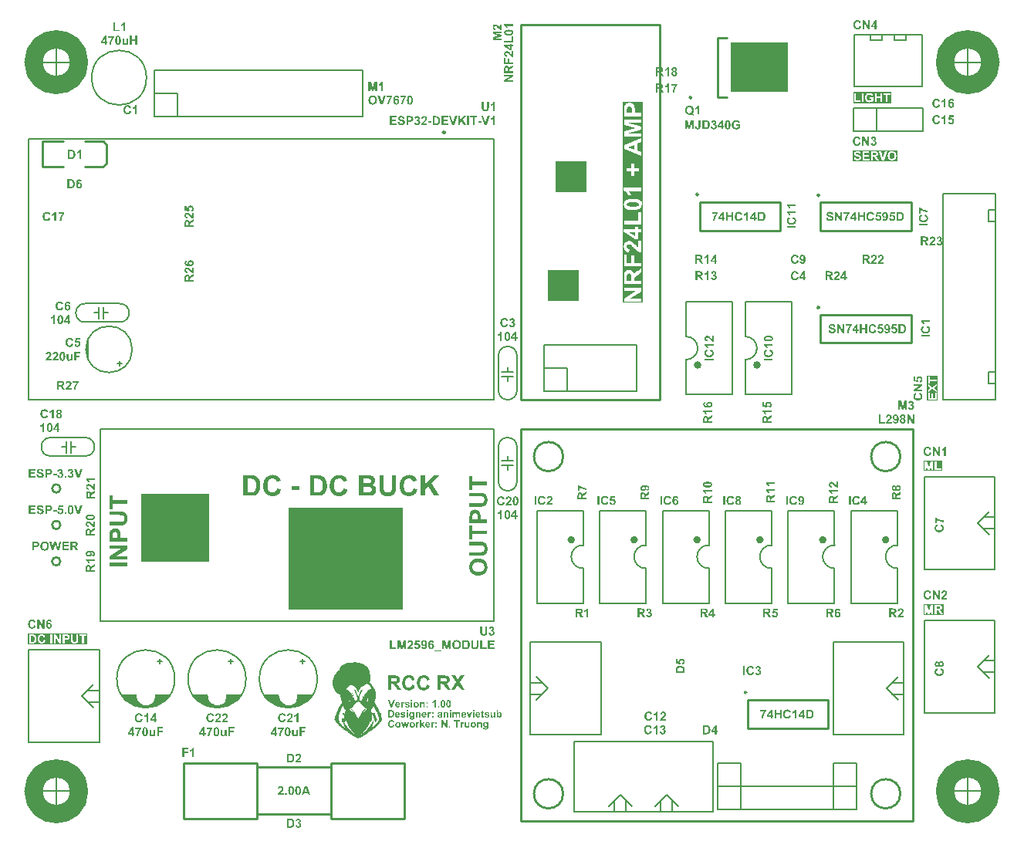
<source format=gto>
G04*
G04 #@! TF.GenerationSoftware,Altium Limited,Altium Designer,18.0.7 (293)*
G04*
G04 Layer_Color=65535*
%FSLAX25Y25*%
%MOIN*%
G70*
G01*
G75*
%ADD10C,0.07874*%
%ADD11C,0.01000*%
%ADD12C,0.00787*%
%ADD13C,0.01500*%
%ADD14C,0.00700*%
%ADD15C,0.01102*%
%ADD16C,0.00701*%
%ADD17C,0.00591*%
%ADD18C,0.00500*%
%ADD19R,0.25000X0.21500*%
%ADD20R,0.13386X0.13780*%
%ADD21R,0.49213X0.44291*%
%ADD22R,0.29528X0.29528*%
G36*
X14785Y-87952D02*
X14026Y-84252D01*
X14785Y-80352D01*
Y-87952D01*
D02*
G37*
G36*
X110768Y-235096D02*
X108868Y-236596D01*
X106468Y-237996D01*
X103868Y-238896D01*
X101468Y-239096D01*
X100068Y-238996D01*
X97468Y-238496D01*
X94268Y-236796D01*
X91868Y-234696D01*
X90768Y-233296D01*
X97368D01*
X97668Y-234596D01*
X98168Y-236196D01*
X99515Y-237396D01*
X99568D01*
X100668Y-237896D01*
X102468D01*
X103968Y-237296D01*
X104968Y-236396D01*
X105368Y-234696D01*
Y-233296D01*
X112068D01*
X110768Y-235096D01*
D02*
G37*
G36*
X79979D02*
X78079Y-236596D01*
X75679Y-237996D01*
X73080Y-238896D01*
X70679Y-239096D01*
X69279Y-238996D01*
X66680Y-238496D01*
X63480Y-236796D01*
X61080Y-234696D01*
X59979Y-233296D01*
X66580D01*
X66879Y-234596D01*
X67379Y-236196D01*
X68726Y-237396D01*
X68779D01*
X69880Y-237896D01*
X71680D01*
X73180Y-237296D01*
X74180Y-236396D01*
X74580Y-234696D01*
Y-233296D01*
X81279D01*
X79979Y-235096D01*
D02*
G37*
G36*
X49191D02*
X47291Y-236596D01*
X44891Y-237996D01*
X42291Y-238896D01*
X39891Y-239096D01*
X38491Y-238996D01*
X35891Y-238496D01*
X32691Y-236796D01*
X30291Y-234696D01*
X29191Y-233296D01*
X35791D01*
X36091Y-234596D01*
X36591Y-236196D01*
X37938Y-237396D01*
X37991D01*
X39091Y-237896D01*
X40891D01*
X42391Y-237296D01*
X43391Y-236396D01*
X43791Y-234696D01*
Y-233296D01*
X50491D01*
X49191Y-235096D01*
D02*
G37*
G36*
X131070Y-219546D02*
X131906D01*
Y-219665D01*
X132383D01*
Y-219784D01*
X132741D01*
Y-219903D01*
X133099D01*
Y-220023D01*
X133457D01*
Y-220142D01*
X133695D01*
Y-220261D01*
X133934D01*
Y-220381D01*
X134173D01*
Y-220500D01*
X134292D01*
Y-220619D01*
X134530D01*
Y-220739D01*
X134650D01*
Y-220858D01*
X134889D01*
Y-220977D01*
X135008D01*
Y-221096D01*
X135127D01*
Y-221216D01*
X135246D01*
Y-221335D01*
X135366D01*
Y-221455D01*
X135485D01*
Y-221574D01*
X135604D01*
Y-221693D01*
X135724D01*
Y-221812D01*
X135843D01*
Y-222051D01*
X135962D01*
Y-222170D01*
X136082D01*
Y-222409D01*
X136201D01*
Y-222648D01*
X136320D01*
Y-223125D01*
X136440D01*
Y-223483D01*
X136559D01*
Y-223960D01*
X136678D01*
Y-224557D01*
X136797D01*
Y-225511D01*
X136917D01*
Y-226943D01*
X136797D01*
Y-227659D01*
X136678D01*
Y-228017D01*
X136559D01*
Y-228255D01*
X136678D01*
Y-228375D01*
X136797D01*
Y-228494D01*
X136917D01*
Y-228613D01*
X137036D01*
Y-228733D01*
X137155D01*
Y-228852D01*
X137275D01*
Y-228971D01*
X137394D01*
Y-229091D01*
X137513D01*
Y-229329D01*
X137633D01*
Y-229449D01*
X137752D01*
Y-229568D01*
X137871D01*
Y-229806D01*
X137991D01*
Y-229926D01*
X138110D01*
Y-230164D01*
X138229D01*
Y-230284D01*
X138349D01*
Y-230522D01*
X138468D01*
Y-230761D01*
X138587D01*
Y-230880D01*
X138707D01*
Y-231119D01*
X138826D01*
Y-231358D01*
X138945D01*
Y-231715D01*
X139065D01*
Y-231954D01*
X139184D01*
Y-232312D01*
X139303D01*
Y-232789D01*
X139422D01*
Y-234221D01*
X139303D01*
Y-235056D01*
X139184D01*
Y-235414D01*
X139065D01*
Y-235772D01*
X138945D01*
Y-236130D01*
X138826D01*
Y-236369D01*
X138707D01*
Y-236607D01*
X138587D01*
Y-236727D01*
X138707D01*
Y-236846D01*
X138826D01*
Y-237085D01*
X138945D01*
Y-237323D01*
X139065D01*
Y-237443D01*
X139184D01*
Y-237681D01*
X139303D01*
Y-237801D01*
X139422D01*
Y-238039D01*
X139542D01*
Y-238278D01*
X139661D01*
Y-238516D01*
X139780D01*
Y-238636D01*
X139900D01*
Y-238874D01*
X140019D01*
Y-239113D01*
X140138D01*
Y-239352D01*
X140258D01*
Y-239590D01*
X140377D01*
Y-239829D01*
X140496D01*
Y-240068D01*
X140616D01*
Y-240425D01*
X140735D01*
Y-240664D01*
X140854D01*
Y-240903D01*
X140973D01*
Y-241141D01*
X141093D01*
Y-241380D01*
X141809D01*
Y-241499D01*
X141689D01*
Y-243289D01*
X141809D01*
Y-243647D01*
X141928D01*
Y-244482D01*
X141809D01*
Y-244601D01*
X141689D01*
Y-245317D01*
X141809D01*
Y-245437D01*
X141093D01*
Y-245675D01*
X140973D01*
Y-245795D01*
X140854D01*
Y-245914D01*
X140735D01*
Y-246033D01*
X140616D01*
Y-246272D01*
X140496D01*
Y-246391D01*
X140377D01*
Y-246511D01*
X140258D01*
Y-246630D01*
X140138D01*
Y-246749D01*
X140019D01*
Y-246868D01*
X139900D01*
Y-246988D01*
X139780D01*
Y-247107D01*
X139661D01*
Y-247226D01*
X139542D01*
Y-247346D01*
X139422D01*
Y-247465D01*
X139303D01*
Y-247584D01*
X139065D01*
Y-247704D01*
X138945D01*
Y-247823D01*
X138826D01*
Y-247942D01*
X138707D01*
Y-248062D01*
X138468D01*
Y-248181D01*
X138349D01*
Y-248300D01*
X138229D01*
Y-248419D01*
X137991D01*
Y-248539D01*
X137752D01*
Y-248658D01*
X137633D01*
Y-248778D01*
X137513D01*
Y-248897D01*
X137275D01*
Y-249016D01*
X137036D01*
Y-249135D01*
X136797D01*
Y-249255D01*
X136559D01*
Y-249374D01*
X136320D01*
Y-249613D01*
X136082D01*
Y-249732D01*
X135962D01*
Y-249851D01*
X135843D01*
Y-249971D01*
X135724D01*
Y-250090D01*
X135604D01*
Y-250209D01*
X135366D01*
Y-250329D01*
X135246D01*
Y-250448D01*
X135127D01*
Y-250567D01*
X134889D01*
Y-250687D01*
X134769D01*
Y-250806D01*
X134530D01*
Y-250925D01*
X134411D01*
Y-251045D01*
X134173D01*
Y-251164D01*
X134053D01*
Y-251283D01*
X133815D01*
Y-251402D01*
X133576D01*
Y-251522D01*
X133337D01*
Y-251641D01*
X133099D01*
Y-251760D01*
X132860D01*
Y-251880D01*
X132622D01*
Y-251999D01*
X132383D01*
Y-252118D01*
X132025D01*
Y-252238D01*
X131309D01*
Y-252118D01*
X131070D01*
Y-251999D01*
X130832D01*
Y-251880D01*
X130474D01*
Y-251760D01*
X130235D01*
Y-251641D01*
X130116D01*
Y-251522D01*
X129877D01*
Y-251402D01*
X129639D01*
Y-251283D01*
X129400D01*
Y-251164D01*
X129161D01*
Y-251045D01*
X129042D01*
Y-250925D01*
X128803D01*
Y-250806D01*
X128684D01*
Y-250687D01*
X128445D01*
Y-250567D01*
X128326D01*
Y-250448D01*
X128087D01*
Y-250329D01*
X127968D01*
Y-250209D01*
X127849D01*
Y-250090D01*
X127730D01*
Y-249971D01*
X127491D01*
Y-249851D01*
X127372D01*
Y-249732D01*
X127252D01*
Y-249613D01*
X127133D01*
Y-249493D01*
X127014D01*
Y-249374D01*
X126894D01*
Y-249255D01*
X126536D01*
Y-249135D01*
X126298D01*
Y-249016D01*
X126179D01*
Y-248897D01*
X125940D01*
Y-248778D01*
X125701D01*
Y-248658D01*
X125582D01*
Y-248539D01*
X125343D01*
Y-248419D01*
X125224D01*
Y-248300D01*
X125105D01*
Y-248181D01*
X124866D01*
Y-248062D01*
X124747D01*
Y-247942D01*
X124508D01*
Y-247823D01*
X124389D01*
Y-247704D01*
X124269D01*
Y-247584D01*
X124150D01*
Y-247465D01*
X124031D01*
Y-247346D01*
X123911D01*
Y-247226D01*
X123792D01*
Y-247107D01*
X123554D01*
Y-246988D01*
X123434D01*
Y-246749D01*
X123315D01*
Y-246630D01*
X123196D01*
Y-246511D01*
X123076D01*
Y-246391D01*
X122957D01*
Y-246272D01*
X122838D01*
Y-246153D01*
X122718D01*
Y-246033D01*
X122599D01*
Y-245795D01*
X122480D01*
Y-245675D01*
X122360D01*
Y-245556D01*
X122241D01*
Y-245437D01*
X122122D01*
Y-245198D01*
X122002D01*
Y-245079D01*
X121883D01*
Y-244840D01*
X121764D01*
Y-244721D01*
X121645D01*
Y-244482D01*
X121525D01*
Y-244363D01*
X121406D01*
Y-243886D01*
X121525D01*
Y-243408D01*
X121645D01*
Y-243050D01*
X121764D01*
Y-242692D01*
X121883D01*
Y-242335D01*
X122002D01*
Y-241977D01*
X122122D01*
Y-241619D01*
X122241D01*
Y-241380D01*
X122360D01*
Y-241022D01*
X122480D01*
Y-240664D01*
X122599D01*
Y-240425D01*
X122718D01*
Y-240187D01*
X122838D01*
Y-239948D01*
X122957D01*
Y-239710D01*
X123076D01*
Y-239471D01*
X123196D01*
Y-239232D01*
X123315D01*
Y-238994D01*
X123434D01*
Y-238755D01*
X123554D01*
Y-238516D01*
X123673D01*
Y-238397D01*
X123792D01*
Y-238158D01*
X123911D01*
Y-237920D01*
X124031D01*
Y-237801D01*
X124150D01*
Y-237562D01*
X124269D01*
Y-237323D01*
X124389D01*
Y-237204D01*
X124508D01*
Y-236965D01*
X124627D01*
Y-236846D01*
X124747D01*
Y-236488D01*
X124627D01*
Y-236249D01*
X124508D01*
Y-236011D01*
X124389D01*
Y-235653D01*
X124269D01*
Y-235295D01*
X124150D01*
Y-234698D01*
X124031D01*
Y-233505D01*
X123911D01*
Y-233386D01*
X123554D01*
Y-233267D01*
X123315D01*
Y-233147D01*
X123076D01*
Y-233028D01*
X122957D01*
Y-232909D01*
X122718D01*
Y-232789D01*
X122599D01*
Y-232670D01*
X122480D01*
Y-232551D01*
X122360D01*
Y-232431D01*
X122241D01*
Y-232312D01*
X122122D01*
Y-232193D01*
X122002D01*
Y-232073D01*
X121883D01*
Y-231954D01*
X121764D01*
Y-231835D01*
X121645D01*
Y-231596D01*
X121525D01*
Y-231477D01*
X121406D01*
Y-231238D01*
X121287D01*
Y-231000D01*
X121167D01*
Y-230761D01*
X121048D01*
Y-230522D01*
X120929D01*
Y-230164D01*
X120809D01*
Y-229687D01*
X120690D01*
Y-228971D01*
X120571D01*
Y-227778D01*
X120690D01*
Y-227062D01*
X120809D01*
Y-226585D01*
X120929D01*
Y-226227D01*
X121048D01*
Y-225869D01*
X121167D01*
Y-225630D01*
X121287D01*
Y-225392D01*
X121406D01*
Y-225153D01*
X121525D01*
Y-224915D01*
X121645D01*
Y-224676D01*
X121764D01*
Y-224557D01*
X121883D01*
Y-224318D01*
X122002D01*
Y-224199D01*
X122122D01*
Y-224079D01*
X122241D01*
Y-223960D01*
X122360D01*
Y-223841D01*
X122480D01*
Y-223602D01*
X122599D01*
Y-223483D01*
X122838D01*
Y-223363D01*
X122957D01*
Y-223244D01*
X123076D01*
Y-223125D01*
X123315D01*
Y-223006D01*
X123434D01*
Y-222886D01*
X123554D01*
Y-222290D01*
X123673D01*
Y-222051D01*
X123792D01*
Y-221812D01*
X123911D01*
Y-221574D01*
X124031D01*
Y-221455D01*
X124150D01*
Y-221335D01*
X124269D01*
Y-221216D01*
X124389D01*
Y-220977D01*
X124627D01*
Y-220858D01*
X124747D01*
Y-220739D01*
X124985D01*
Y-220619D01*
X125105D01*
Y-220500D01*
X125343D01*
Y-220381D01*
X125582D01*
Y-220261D01*
X125821D01*
Y-220142D01*
X126059D01*
Y-220023D01*
X126298D01*
Y-219903D01*
X126536D01*
Y-219784D01*
X127014D01*
Y-219665D01*
X127491D01*
Y-219546D01*
X129519D01*
Y-219426D01*
X131070D01*
Y-219546D01*
D02*
G37*
G36*
X146127Y-244399D02*
X146175Y-244404D01*
X146233Y-244413D01*
X146295Y-244423D01*
X146362Y-244437D01*
X146439Y-244457D01*
X146511Y-244481D01*
X146593Y-244505D01*
X146670Y-244538D01*
X146746Y-244581D01*
X146823Y-244625D01*
X146895Y-244677D01*
X146967Y-244740D01*
X146972D01*
X146977Y-244749D01*
X147001Y-244778D01*
X147039Y-244821D01*
X147087Y-244889D01*
X147140Y-244970D01*
X147198Y-245066D01*
X147250Y-245181D01*
X147294Y-245316D01*
X146665Y-245465D01*
Y-245460D01*
X146660Y-245455D01*
X146655Y-245426D01*
X146636Y-245383D01*
X146612Y-245325D01*
X146583Y-245263D01*
X146540Y-245201D01*
X146492Y-245138D01*
X146430Y-245081D01*
X146420Y-245076D01*
X146396Y-245057D01*
X146362Y-245033D01*
X146310Y-245009D01*
X146247Y-244980D01*
X146170Y-244961D01*
X146089Y-244941D01*
X145998Y-244937D01*
X145964D01*
X145940Y-244941D01*
X145911Y-244946D01*
X145878Y-244951D01*
X145796Y-244970D01*
X145705Y-244999D01*
X145609Y-245042D01*
X145566Y-245071D01*
X145518Y-245105D01*
X145474Y-245148D01*
X145431Y-245191D01*
Y-245196D01*
X145422Y-245201D01*
X145412Y-245220D01*
X145398Y-245239D01*
X145383Y-245268D01*
X145364Y-245301D01*
X145345Y-245340D01*
X145326Y-245388D01*
X145302Y-245441D01*
X145282Y-245498D01*
X145263Y-245565D01*
X145249Y-245642D01*
X145234Y-245719D01*
X145225Y-245810D01*
X145220Y-245906D01*
X145215Y-246007D01*
Y-246012D01*
Y-246031D01*
Y-246065D01*
X145220Y-246103D01*
Y-246156D01*
X145225Y-246209D01*
X145234Y-246271D01*
X145244Y-246338D01*
X145268Y-246477D01*
X145306Y-246621D01*
X145330Y-246689D01*
X145359Y-246751D01*
X145388Y-246809D01*
X145426Y-246861D01*
X145431Y-246866D01*
X145436Y-246871D01*
X145465Y-246900D01*
X145513Y-246938D01*
X145575Y-246986D01*
X145657Y-247034D01*
X145753Y-247073D01*
X145863Y-247101D01*
X145921Y-247106D01*
X145983Y-247111D01*
X146007D01*
X146026Y-247106D01*
X146074Y-247101D01*
X146132Y-247092D01*
X146204Y-247073D01*
X146276Y-247044D01*
X146348Y-247005D01*
X146420Y-246953D01*
X146430Y-246943D01*
X146449Y-246924D01*
X146482Y-246881D01*
X146521Y-246828D01*
X146564Y-246756D01*
X146607Y-246665D01*
X146650Y-246564D01*
X146684Y-246439D01*
X147303Y-246631D01*
Y-246636D01*
X147298Y-246655D01*
X147289Y-246679D01*
X147274Y-246717D01*
X147260Y-246761D01*
X147241Y-246809D01*
X147217Y-246866D01*
X147188Y-246924D01*
X147126Y-247049D01*
X147044Y-247178D01*
X146943Y-247298D01*
X146890Y-247356D01*
X146828Y-247404D01*
X146823Y-247409D01*
X146814Y-247413D01*
X146794Y-247428D01*
X146770Y-247442D01*
X146737Y-247461D01*
X146698Y-247481D01*
X146650Y-247505D01*
X146598Y-247529D01*
X146540Y-247553D01*
X146478Y-247577D01*
X146410Y-247596D01*
X146338Y-247615D01*
X146257Y-247629D01*
X146175Y-247644D01*
X146084Y-247649D01*
X145993Y-247653D01*
X145964D01*
X145930Y-247649D01*
X145887D01*
X145834Y-247639D01*
X145772Y-247629D01*
X145705Y-247620D01*
X145628Y-247601D01*
X145546Y-247577D01*
X145465Y-247548D01*
X145378Y-247514D01*
X145292Y-247471D01*
X145206Y-247423D01*
X145119Y-247365D01*
X145038Y-247303D01*
X144961Y-247226D01*
X144956Y-247221D01*
X144942Y-247207D01*
X144922Y-247183D01*
X144898Y-247149D01*
X144870Y-247106D01*
X144831Y-247053D01*
X144798Y-246991D01*
X144759Y-246919D01*
X144721Y-246842D01*
X144687Y-246751D01*
X144654Y-246655D01*
X144620Y-246549D01*
X144596Y-246439D01*
X144577Y-246319D01*
X144562Y-246189D01*
X144558Y-246055D01*
Y-246045D01*
Y-246021D01*
X144562Y-245978D01*
Y-245925D01*
X144572Y-245858D01*
X144577Y-245781D01*
X144591Y-245700D01*
X144610Y-245609D01*
X144630Y-245508D01*
X144658Y-245412D01*
X144687Y-245306D01*
X144726Y-245205D01*
X144774Y-245105D01*
X144826Y-245009D01*
X144889Y-244917D01*
X144961Y-244831D01*
X144966Y-244826D01*
X144980Y-244812D01*
X145004Y-244793D01*
X145033Y-244764D01*
X145076Y-244730D01*
X145124Y-244692D01*
X145182Y-244653D01*
X145249Y-244610D01*
X145321Y-244572D01*
X145402Y-244533D01*
X145489Y-244495D01*
X145585Y-244461D01*
X145686Y-244433D01*
X145796Y-244413D01*
X145911Y-244399D01*
X146031Y-244394D01*
X146089D01*
X146127Y-244399D01*
D02*
G37*
G36*
X177097Y-245273D02*
X177150Y-245282D01*
X177207Y-245297D01*
X177279Y-245316D01*
X177351Y-245345D01*
X177423Y-245383D01*
X177236Y-245911D01*
X177231Y-245906D01*
X177212Y-245897D01*
X177178Y-245877D01*
X177145Y-245858D01*
X177097Y-245844D01*
X177049Y-245825D01*
X177001Y-245815D01*
X176948Y-245810D01*
X176929D01*
X176905Y-245815D01*
X176876Y-245820D01*
X176842Y-245829D01*
X176804Y-245839D01*
X176766Y-245858D01*
X176732Y-245882D01*
X176727Y-245887D01*
X176718Y-245897D01*
X176703Y-245916D01*
X176684Y-245940D01*
X176660Y-245973D01*
X176636Y-246021D01*
X176612Y-246074D01*
X176593Y-246137D01*
Y-246146D01*
X176588Y-246156D01*
X176583Y-246175D01*
Y-246194D01*
X176578Y-246223D01*
X176574Y-246261D01*
X176569Y-246300D01*
X176564Y-246348D01*
X176559Y-246401D01*
X176554Y-246463D01*
Y-246535D01*
X176550Y-246612D01*
X176545Y-246698D01*
Y-246794D01*
Y-246900D01*
Y-247601D01*
X175940D01*
Y-245316D01*
X176502D01*
Y-245637D01*
X176506Y-245633D01*
X176526Y-245604D01*
X176554Y-245565D01*
X176588Y-245517D01*
X176626Y-245465D01*
X176670Y-245417D01*
X176718Y-245373D01*
X176761Y-245340D01*
X176766Y-245335D01*
X176780Y-245330D01*
X176804Y-245316D01*
X176838Y-245301D01*
X176876Y-245292D01*
X176919Y-245277D01*
X176967Y-245273D01*
X177020Y-245268D01*
X177054D01*
X177097Y-245273D01*
D02*
G37*
G36*
X164382Y-245273D02*
X164434Y-245282D01*
X164492Y-245297D01*
X164564Y-245316D01*
X164636Y-245345D01*
X164708Y-245383D01*
X164521Y-245911D01*
X164516Y-245906D01*
X164497Y-245897D01*
X164463Y-245877D01*
X164430Y-245858D01*
X164382Y-245844D01*
X164334Y-245825D01*
X164286Y-245815D01*
X164233Y-245810D01*
X164214D01*
X164190Y-245815D01*
X164161Y-245820D01*
X164127Y-245829D01*
X164089Y-245839D01*
X164050Y-245858D01*
X164017Y-245882D01*
X164012Y-245887D01*
X164002Y-245897D01*
X163988Y-245916D01*
X163969Y-245940D01*
X163945Y-245973D01*
X163921Y-246021D01*
X163897Y-246074D01*
X163878Y-246137D01*
Y-246146D01*
X163873Y-246156D01*
X163868Y-246175D01*
Y-246194D01*
X163863Y-246223D01*
X163858Y-246261D01*
X163854Y-246300D01*
X163849Y-246348D01*
X163844Y-246401D01*
X163839Y-246463D01*
Y-246535D01*
X163834Y-246612D01*
X163830Y-246698D01*
Y-246794D01*
Y-246900D01*
Y-247601D01*
X163225D01*
Y-245316D01*
X163786D01*
Y-245637D01*
X163791Y-245633D01*
X163810Y-245604D01*
X163839Y-245565D01*
X163873Y-245517D01*
X163911Y-245465D01*
X163954Y-245417D01*
X164002Y-245373D01*
X164046Y-245340D01*
X164050Y-245335D01*
X164065Y-245330D01*
X164089Y-245316D01*
X164122Y-245301D01*
X164161Y-245292D01*
X164204Y-245277D01*
X164252Y-245273D01*
X164305Y-245268D01*
X164338D01*
X164382Y-245273D01*
D02*
G37*
G36*
X157772D02*
X157825Y-245282D01*
X157882Y-245297D01*
X157954Y-245316D01*
X158026Y-245345D01*
X158098Y-245383D01*
X157911Y-245911D01*
X157906Y-245906D01*
X157887Y-245897D01*
X157854Y-245877D01*
X157820Y-245858D01*
X157772Y-245844D01*
X157724Y-245825D01*
X157676Y-245815D01*
X157623Y-245810D01*
X157604D01*
X157580Y-245815D01*
X157551Y-245820D01*
X157518Y-245829D01*
X157479Y-245839D01*
X157441Y-245858D01*
X157407Y-245882D01*
X157402Y-245887D01*
X157393Y-245897D01*
X157378Y-245916D01*
X157359Y-245940D01*
X157335Y-245973D01*
X157311Y-246021D01*
X157287Y-246074D01*
X157268Y-246137D01*
Y-246146D01*
X157263Y-246156D01*
X157258Y-246175D01*
Y-246194D01*
X157254Y-246223D01*
X157249Y-246261D01*
X157244Y-246300D01*
X157239Y-246348D01*
X157234Y-246401D01*
X157230Y-246463D01*
Y-246535D01*
X157225Y-246612D01*
X157220Y-246698D01*
Y-246794D01*
Y-246900D01*
Y-247601D01*
X156615D01*
Y-245316D01*
X157177D01*
Y-245637D01*
X157182Y-245633D01*
X157201Y-245604D01*
X157230Y-245565D01*
X157263Y-245517D01*
X157302Y-245465D01*
X157345Y-245417D01*
X157393Y-245373D01*
X157436Y-245340D01*
X157441Y-245335D01*
X157455Y-245330D01*
X157479Y-245316D01*
X157513Y-245301D01*
X157551Y-245292D01*
X157594Y-245277D01*
X157642Y-245273D01*
X157695Y-245268D01*
X157729D01*
X157772Y-245273D01*
D02*
G37*
G36*
X184431Y-245273D02*
X184479Y-245277D01*
X184537Y-245287D01*
X184599Y-245297D01*
X184662Y-245316D01*
X184724Y-245340D01*
X184734Y-245345D01*
X184753Y-245354D01*
X184782Y-245369D01*
X184815Y-245388D01*
X184858Y-245417D01*
X184897Y-245450D01*
X184940Y-245484D01*
X184974Y-245527D01*
X184978Y-245532D01*
X184988Y-245546D01*
X185002Y-245570D01*
X185022Y-245599D01*
X185041Y-245637D01*
X185060Y-245681D01*
X185079Y-245729D01*
X185094Y-245781D01*
Y-245786D01*
X185098Y-245805D01*
X185103Y-245839D01*
X185113Y-245882D01*
X185118Y-245940D01*
X185122Y-246012D01*
X185127Y-246093D01*
Y-246185D01*
Y-247601D01*
X184522D01*
Y-246439D01*
Y-246434D01*
Y-246425D01*
Y-246405D01*
Y-246381D01*
Y-246348D01*
Y-246314D01*
X184518Y-246242D01*
X184513Y-246161D01*
X184503Y-246084D01*
X184494Y-246017D01*
X184489Y-245988D01*
X184479Y-245964D01*
Y-245959D01*
X184474Y-245945D01*
X184465Y-245925D01*
X184450Y-245901D01*
X184412Y-245844D01*
X184354Y-245791D01*
X184350Y-245786D01*
X184340Y-245781D01*
X184321Y-245772D01*
X184297Y-245757D01*
X184268Y-245748D01*
X184230Y-245738D01*
X184191Y-245733D01*
X184148Y-245729D01*
X184119D01*
X184090Y-245733D01*
X184052Y-245738D01*
X184009Y-245748D01*
X183961Y-245767D01*
X183913Y-245786D01*
X183865Y-245815D01*
X183860Y-245820D01*
X183846Y-245829D01*
X183826Y-245849D01*
X183798Y-245877D01*
X183774Y-245911D01*
X183745Y-245949D01*
X183716Y-245993D01*
X183697Y-246045D01*
Y-246050D01*
X183692Y-246074D01*
X183682Y-246108D01*
X183678Y-246161D01*
X183673Y-246194D01*
X183668Y-246233D01*
X183663Y-246276D01*
X183658Y-246324D01*
Y-246377D01*
X183654Y-246434D01*
Y-246501D01*
Y-246569D01*
Y-247601D01*
X183049D01*
Y-245316D01*
X183610D01*
Y-245652D01*
X183615Y-245647D01*
X183625Y-245637D01*
X183639Y-245618D01*
X183663Y-245589D01*
X183692Y-245561D01*
X183730Y-245532D01*
X183769Y-245493D01*
X183817Y-245460D01*
X183870Y-245426D01*
X183922Y-245388D01*
X183985Y-245359D01*
X184052Y-245325D01*
X184124Y-245301D01*
X184196Y-245282D01*
X184278Y-245273D01*
X184359Y-245268D01*
X184393D01*
X184431Y-245273D01*
D02*
G37*
G36*
X165687Y-245921D02*
X165082D01*
Y-245316D01*
X165687D01*
Y-245921D01*
D02*
G37*
G36*
X170166Y-247601D02*
X169527D01*
X168250Y-245532D01*
Y-247601D01*
X167660D01*
Y-244447D01*
X168274D01*
X169575Y-246564D01*
Y-244447D01*
X170166D01*
Y-247601D01*
D02*
G37*
G36*
X152905D02*
X152324D01*
X151930Y-246132D01*
X151542Y-247601D01*
X150956D01*
X150236Y-245316D01*
X150822D01*
X151249Y-246813D01*
X151642Y-245316D01*
X152228D01*
X152607Y-246813D01*
X153044Y-245316D01*
X153639D01*
X152905Y-247601D01*
D02*
G37*
G36*
X179746Y-247601D02*
X179185D01*
Y-247260D01*
X179180Y-247269D01*
X179161Y-247289D01*
X179137Y-247322D01*
X179098Y-247365D01*
X179050Y-247413D01*
X178993Y-247461D01*
X178926Y-247509D01*
X178854Y-247553D01*
X178844Y-247557D01*
X178820Y-247567D01*
X178777Y-247586D01*
X178724Y-247605D01*
X178662Y-247625D01*
X178590Y-247644D01*
X178508Y-247653D01*
X178426Y-247658D01*
X178388D01*
X178345Y-247653D01*
X178287Y-247644D01*
X178225Y-247634D01*
X178158Y-247615D01*
X178086Y-247591D01*
X178014Y-247557D01*
X178004Y-247553D01*
X177985Y-247538D01*
X177951Y-247514D01*
X177913Y-247485D01*
X177870Y-247442D01*
X177826Y-247394D01*
X177783Y-247337D01*
X177750Y-247274D01*
X177745Y-247265D01*
X177740Y-247241D01*
X177726Y-247197D01*
X177711Y-247140D01*
X177697Y-247068D01*
X177687Y-246981D01*
X177678Y-246881D01*
X177673Y-246765D01*
Y-245316D01*
X178278D01*
Y-246372D01*
Y-246377D01*
Y-246391D01*
Y-246415D01*
Y-246449D01*
Y-246487D01*
Y-246530D01*
X178282Y-246626D01*
Y-246732D01*
X178292Y-246828D01*
Y-246871D01*
X178297Y-246909D01*
X178302Y-246943D01*
X178306Y-246967D01*
Y-246972D01*
X178311Y-246986D01*
X178321Y-247005D01*
X178335Y-247029D01*
X178374Y-247082D01*
X178398Y-247111D01*
X178426Y-247135D01*
X178431Y-247140D01*
X178441Y-247145D01*
X178465Y-247154D01*
X178489Y-247164D01*
X178522Y-247178D01*
X178561Y-247188D01*
X178604Y-247193D01*
X178652Y-247197D01*
X178676D01*
X178705Y-247193D01*
X178743Y-247188D01*
X178786Y-247178D01*
X178834Y-247164D01*
X178878Y-247145D01*
X178926Y-247116D01*
X178930Y-247111D01*
X178945Y-247101D01*
X178969Y-247082D01*
X178993Y-247058D01*
X179022Y-247025D01*
X179050Y-246991D01*
X179074Y-246948D01*
X179094Y-246905D01*
Y-246900D01*
X179103Y-246876D01*
Y-246861D01*
X179108Y-246837D01*
X179113Y-246809D01*
X179118Y-246780D01*
X179122Y-246741D01*
X179127Y-246698D01*
X179132Y-246645D01*
Y-246588D01*
X179137Y-246525D01*
X179142Y-246453D01*
Y-246372D01*
Y-246285D01*
Y-245316D01*
X179746D01*
Y-247601D01*
D02*
G37*
G36*
X175556Y-244980D02*
X174630D01*
Y-247601D01*
X173991D01*
Y-244980D01*
X173065Y-244980D01*
Y-244447D01*
X175556Y-244447D01*
Y-244980D01*
D02*
G37*
G36*
X171433Y-247601D02*
X170828D01*
Y-246996D01*
X171433D01*
Y-247601D01*
D02*
G37*
G36*
X165687D02*
X165082D01*
Y-246996D01*
X165687D01*
Y-247601D01*
D02*
G37*
G36*
X158938Y-246122D02*
X159644Y-245316D01*
X160388D01*
X159606Y-246151D01*
X160446Y-247601D01*
X159793D01*
X159217Y-246573D01*
X158938Y-246871D01*
Y-247601D01*
X158334D01*
Y-244447D01*
X158938D01*
Y-246122D01*
D02*
G37*
G36*
X181489Y-245273D02*
X181532Y-245277D01*
X181585Y-245287D01*
X181638Y-245297D01*
X181700Y-245311D01*
X181767Y-245330D01*
X181834Y-245349D01*
X181906Y-245378D01*
X181974Y-245412D01*
X182046Y-245450D01*
X182118Y-245498D01*
X182185Y-245546D01*
X182247Y-245609D01*
X182252Y-245613D01*
X182262Y-245623D01*
X182276Y-245642D01*
X182300Y-245671D01*
X182324Y-245700D01*
X182353Y-245743D01*
X182382Y-245786D01*
X182415Y-245839D01*
X182444Y-245901D01*
X182473Y-245964D01*
X182502Y-246036D01*
X182526Y-246108D01*
X182550Y-246189D01*
X182564Y-246276D01*
X182574Y-246362D01*
X182578Y-246458D01*
Y-246463D01*
Y-246482D01*
Y-246506D01*
X182574Y-246545D01*
X182569Y-246588D01*
X182559Y-246641D01*
X182550Y-246698D01*
X182535Y-246761D01*
X182521Y-246828D01*
X182497Y-246895D01*
X182468Y-246967D01*
X182439Y-247039D01*
X182396Y-247111D01*
X182353Y-247183D01*
X182300Y-247250D01*
X182242Y-247317D01*
X182238Y-247322D01*
X182228Y-247332D01*
X182209Y-247351D01*
X182185Y-247370D01*
X182151Y-247394D01*
X182113Y-247423D01*
X182065Y-247457D01*
X182012Y-247485D01*
X181954Y-247519D01*
X181892Y-247553D01*
X181825Y-247581D01*
X181748Y-247605D01*
X181671Y-247625D01*
X181585Y-247644D01*
X181494Y-247653D01*
X181402Y-247658D01*
X181350D01*
X181321Y-247653D01*
X181287Y-247649D01*
X181210Y-247639D01*
X181119Y-247625D01*
X181018Y-247601D01*
X180913Y-247567D01*
X180807Y-247519D01*
X180802D01*
X180793Y-247514D01*
X180778Y-247505D01*
X180759Y-247490D01*
X180711Y-247457D01*
X180649Y-247413D01*
X180577Y-247356D01*
X180505Y-247284D01*
X180438Y-247197D01*
X180375Y-247101D01*
Y-247097D01*
X180370Y-247087D01*
X180361Y-247073D01*
X180351Y-247053D01*
X180342Y-247025D01*
X180332Y-246996D01*
X180318Y-246957D01*
X180303Y-246914D01*
X180279Y-246818D01*
X180255Y-246703D01*
X180236Y-246573D01*
X180231Y-246434D01*
Y-246429D01*
Y-246420D01*
Y-246405D01*
X180236Y-246381D01*
Y-246357D01*
X180241Y-246324D01*
X180250Y-246247D01*
X180265Y-246156D01*
X180294Y-246060D01*
X180327Y-245954D01*
X180375Y-245849D01*
Y-245844D01*
X180380Y-245834D01*
X180390Y-245820D01*
X180404Y-245801D01*
X180438Y-245753D01*
X180486Y-245690D01*
X180543Y-245618D01*
X180615Y-245546D01*
X180697Y-245479D01*
X180793Y-245417D01*
X180798D01*
X180807Y-245412D01*
X180822Y-245402D01*
X180841Y-245393D01*
X180865Y-245383D01*
X180898Y-245369D01*
X180970Y-245340D01*
X181062Y-245316D01*
X181167Y-245292D01*
X181278Y-245273D01*
X181402Y-245268D01*
X181450D01*
X181489Y-245273D01*
D02*
G37*
G36*
X161756Y-245273D02*
X161799Y-245277D01*
X161847Y-245287D01*
X161905Y-245297D01*
X161962Y-245311D01*
X162025Y-245330D01*
X162092Y-245349D01*
X162159Y-245378D01*
X162226Y-245412D01*
X162294Y-245450D01*
X162356Y-245498D01*
X162418Y-245546D01*
X162476Y-245609D01*
X162481Y-245613D01*
X162490Y-245623D01*
X162505Y-245642D01*
X162524Y-245671D01*
X162543Y-245709D01*
X162567Y-245753D01*
X162596Y-245801D01*
X162620Y-245863D01*
X162649Y-245930D01*
X162673Y-246007D01*
X162697Y-246093D01*
X162721Y-246185D01*
X162735Y-246285D01*
X162750Y-246391D01*
X162759Y-246511D01*
Y-246636D01*
X161247D01*
Y-246641D01*
Y-246645D01*
Y-246660D01*
X161252Y-246679D01*
X161257Y-246732D01*
X161266Y-246789D01*
X161286Y-246861D01*
X161310Y-246929D01*
X161343Y-246996D01*
X161391Y-247058D01*
X161396Y-247063D01*
X161415Y-247082D01*
X161444Y-247106D01*
X161487Y-247130D01*
X161535Y-247159D01*
X161598Y-247183D01*
X161665Y-247202D01*
X161737Y-247207D01*
X161761D01*
X161790Y-247202D01*
X161823Y-247197D01*
X161857Y-247188D01*
X161900Y-247173D01*
X161938Y-247154D01*
X161977Y-247130D01*
X161982Y-247125D01*
X161991Y-247116D01*
X162010Y-247097D01*
X162030Y-247068D01*
X162054Y-247034D01*
X162082Y-246991D01*
X162106Y-246943D01*
X162126Y-246881D01*
X162726Y-246981D01*
Y-246986D01*
X162721Y-246996D01*
X162711Y-247015D01*
X162702Y-247034D01*
X162692Y-247063D01*
X162673Y-247097D01*
X162634Y-247169D01*
X162582Y-247250D01*
X162519Y-247332D01*
X162442Y-247413D01*
X162356Y-247485D01*
X162351D01*
X162346Y-247495D01*
X162332Y-247500D01*
X162313Y-247514D01*
X162289Y-247524D01*
X162255Y-247538D01*
X162183Y-247572D01*
X162092Y-247605D01*
X161986Y-247629D01*
X161866Y-247649D01*
X161732Y-247658D01*
X161708D01*
X161674Y-247653D01*
X161636D01*
X161583Y-247644D01*
X161530Y-247639D01*
X161468Y-247625D01*
X161401Y-247610D01*
X161329Y-247591D01*
X161257Y-247562D01*
X161180Y-247533D01*
X161108Y-247495D01*
X161036Y-247452D01*
X160969Y-247399D01*
X160906Y-247337D01*
X160849Y-247269D01*
Y-247265D01*
X160839Y-247255D01*
X160830Y-247236D01*
X160815Y-247212D01*
X160796Y-247183D01*
X160777Y-247145D01*
X160758Y-247101D01*
X160738Y-247053D01*
X160719Y-247001D01*
X160700Y-246938D01*
X160681Y-246876D01*
X160662Y-246804D01*
X160638Y-246650D01*
X160633Y-246569D01*
X160628Y-246482D01*
Y-246477D01*
Y-246458D01*
Y-246429D01*
X160633Y-246386D01*
X160638Y-246343D01*
X160642Y-246285D01*
X160652Y-246223D01*
X160666Y-246161D01*
X160700Y-246017D01*
X160724Y-245945D01*
X160753Y-245868D01*
X160786Y-245796D01*
X160825Y-245724D01*
X160868Y-245657D01*
X160921Y-245594D01*
X160926Y-245589D01*
X160935Y-245580D01*
X160950Y-245565D01*
X160974Y-245541D01*
X161002Y-245517D01*
X161041Y-245489D01*
X161079Y-245460D01*
X161127Y-245431D01*
X161180Y-245402D01*
X161233Y-245369D01*
X161295Y-245345D01*
X161362Y-245321D01*
X161434Y-245297D01*
X161506Y-245282D01*
X161588Y-245273D01*
X161670Y-245268D01*
X161718D01*
X161756Y-245273D01*
D02*
G37*
G36*
X155074D02*
X155118Y-245277D01*
X155170Y-245287D01*
X155223Y-245297D01*
X155286Y-245311D01*
X155353Y-245330D01*
X155420Y-245349D01*
X155492Y-245378D01*
X155559Y-245412D01*
X155631Y-245450D01*
X155703Y-245498D01*
X155770Y-245546D01*
X155833Y-245609D01*
X155838Y-245613D01*
X155847Y-245623D01*
X155862Y-245642D01*
X155886Y-245671D01*
X155910Y-245700D01*
X155938Y-245743D01*
X155967Y-245786D01*
X156001Y-245839D01*
X156030Y-245901D01*
X156058Y-245964D01*
X156087Y-246036D01*
X156111Y-246108D01*
X156135Y-246189D01*
X156150Y-246276D01*
X156159Y-246362D01*
X156164Y-246458D01*
Y-246463D01*
Y-246482D01*
Y-246506D01*
X156159Y-246545D01*
X156154Y-246588D01*
X156145Y-246641D01*
X156135Y-246698D01*
X156121Y-246761D01*
X156106Y-246828D01*
X156082Y-246895D01*
X156054Y-246967D01*
X156025Y-247039D01*
X155982Y-247111D01*
X155938Y-247183D01*
X155886Y-247250D01*
X155828Y-247317D01*
X155823Y-247322D01*
X155814Y-247332D01*
X155794Y-247351D01*
X155770Y-247370D01*
X155737Y-247394D01*
X155698Y-247423D01*
X155650Y-247457D01*
X155598Y-247485D01*
X155540Y-247519D01*
X155478Y-247553D01*
X155410Y-247581D01*
X155334Y-247605D01*
X155257Y-247625D01*
X155170Y-247644D01*
X155079Y-247653D01*
X154988Y-247658D01*
X154935D01*
X154906Y-247653D01*
X154873Y-247649D01*
X154796Y-247639D01*
X154705Y-247625D01*
X154604Y-247601D01*
X154498Y-247567D01*
X154393Y-247519D01*
X154388D01*
X154378Y-247514D01*
X154364Y-247505D01*
X154345Y-247490D01*
X154297Y-247457D01*
X154234Y-247413D01*
X154162Y-247356D01*
X154090Y-247284D01*
X154023Y-247197D01*
X153961Y-247101D01*
Y-247097D01*
X153956Y-247087D01*
X153946Y-247073D01*
X153937Y-247053D01*
X153927Y-247025D01*
X153918Y-246996D01*
X153903Y-246957D01*
X153889Y-246914D01*
X153865Y-246818D01*
X153841Y-246703D01*
X153822Y-246573D01*
X153817Y-246434D01*
Y-246429D01*
Y-246420D01*
Y-246405D01*
X153822Y-246381D01*
Y-246357D01*
X153826Y-246324D01*
X153836Y-246247D01*
X153850Y-246156D01*
X153879Y-246060D01*
X153913Y-245954D01*
X153961Y-245849D01*
Y-245844D01*
X153966Y-245834D01*
X153975Y-245820D01*
X153990Y-245801D01*
X154023Y-245753D01*
X154071Y-245690D01*
X154129Y-245618D01*
X154201Y-245546D01*
X154282Y-245479D01*
X154378Y-245417D01*
X154383D01*
X154393Y-245412D01*
X154407Y-245402D01*
X154426Y-245393D01*
X154450Y-245383D01*
X154484Y-245369D01*
X154556Y-245340D01*
X154647Y-245316D01*
X154753Y-245292D01*
X154863Y-245273D01*
X154988Y-245268D01*
X155036D01*
X155074Y-245273D01*
D02*
G37*
G36*
X148964D02*
X149007Y-245277D01*
X149060Y-245287D01*
X149113Y-245297D01*
X149175Y-245311D01*
X149242Y-245330D01*
X149310Y-245349D01*
X149382Y-245378D01*
X149449Y-245412D01*
X149521Y-245450D01*
X149593Y-245498D01*
X149660Y-245546D01*
X149722Y-245609D01*
X149727Y-245613D01*
X149737Y-245623D01*
X149751Y-245642D01*
X149775Y-245671D01*
X149799Y-245700D01*
X149828Y-245743D01*
X149857Y-245786D01*
X149890Y-245839D01*
X149919Y-245901D01*
X149948Y-245964D01*
X149977Y-246036D01*
X150001Y-246108D01*
X150025Y-246189D01*
X150039Y-246276D01*
X150049Y-246362D01*
X150054Y-246458D01*
Y-246463D01*
Y-246482D01*
Y-246506D01*
X150049Y-246545D01*
X150044Y-246588D01*
X150034Y-246641D01*
X150025Y-246698D01*
X150010Y-246761D01*
X149996Y-246828D01*
X149972Y-246895D01*
X149943Y-246967D01*
X149914Y-247039D01*
X149871Y-247111D01*
X149828Y-247183D01*
X149775Y-247250D01*
X149718Y-247317D01*
X149713Y-247322D01*
X149703Y-247332D01*
X149684Y-247351D01*
X149660Y-247370D01*
X149626Y-247394D01*
X149588Y-247423D01*
X149540Y-247457D01*
X149487Y-247485D01*
X149430Y-247519D01*
X149367Y-247553D01*
X149300Y-247581D01*
X149223Y-247605D01*
X149146Y-247625D01*
X149060Y-247644D01*
X148969Y-247653D01*
X148878Y-247658D01*
X148825D01*
X148796Y-247653D01*
X148762Y-247649D01*
X148686Y-247639D01*
X148594Y-247625D01*
X148494Y-247601D01*
X148388Y-247567D01*
X148282Y-247519D01*
X148278D01*
X148268Y-247514D01*
X148254Y-247505D01*
X148234Y-247490D01*
X148186Y-247457D01*
X148124Y-247413D01*
X148052Y-247356D01*
X147980Y-247284D01*
X147913Y-247197D01*
X147850Y-247101D01*
Y-247097D01*
X147846Y-247087D01*
X147836Y-247073D01*
X147826Y-247053D01*
X147817Y-247025D01*
X147807Y-246996D01*
X147793Y-246957D01*
X147778Y-246914D01*
X147754Y-246818D01*
X147730Y-246703D01*
X147711Y-246573D01*
X147706Y-246434D01*
Y-246429D01*
Y-246420D01*
Y-246405D01*
X147711Y-246381D01*
Y-246357D01*
X147716Y-246324D01*
X147726Y-246247D01*
X147740Y-246156D01*
X147769Y-246060D01*
X147802Y-245954D01*
X147850Y-245849D01*
Y-245844D01*
X147855Y-245834D01*
X147865Y-245820D01*
X147879Y-245801D01*
X147913Y-245753D01*
X147961Y-245690D01*
X148018Y-245618D01*
X148090Y-245546D01*
X148172Y-245479D01*
X148268Y-245417D01*
X148273D01*
X148282Y-245412D01*
X148297Y-245402D01*
X148316Y-245393D01*
X148340Y-245383D01*
X148374Y-245369D01*
X148446Y-245340D01*
X148537Y-245316D01*
X148642Y-245292D01*
X148753Y-245273D01*
X148878Y-245268D01*
X148926D01*
X148964Y-245273D01*
D02*
G37*
G36*
X186644Y-245273D02*
X186678Y-245277D01*
X186721Y-245287D01*
X186769Y-245301D01*
X186817Y-245316D01*
X186870Y-245335D01*
X186927Y-245359D01*
X186985Y-245388D01*
X187042Y-245426D01*
X187100Y-245469D01*
X187158Y-245517D01*
X187215Y-245575D01*
X187268Y-245642D01*
Y-245316D01*
X187834D01*
Y-247370D01*
Y-247375D01*
Y-247389D01*
Y-247409D01*
Y-247437D01*
Y-247471D01*
X187830Y-247509D01*
X187825Y-247596D01*
X187820Y-247692D01*
X187806Y-247793D01*
X187791Y-247889D01*
X187777Y-247932D01*
X187767Y-247970D01*
X187762Y-247980D01*
X187753Y-248004D01*
X187738Y-248042D01*
X187719Y-248085D01*
X187690Y-248138D01*
X187662Y-248191D01*
X187623Y-248239D01*
X187580Y-248287D01*
X187575Y-248292D01*
X187556Y-248306D01*
X187532Y-248325D01*
X187494Y-248354D01*
X187450Y-248383D01*
X187393Y-248412D01*
X187330Y-248441D01*
X187258Y-248465D01*
X187249Y-248469D01*
X187220Y-248474D01*
X187177Y-248484D01*
X187119Y-248498D01*
X187047Y-248513D01*
X186961Y-248522D01*
X186860Y-248527D01*
X186750Y-248532D01*
X186697D01*
X186654Y-248527D01*
X186606D01*
X186553Y-248522D01*
X186495Y-248513D01*
X186428Y-248508D01*
X186294Y-248484D01*
X186154Y-248445D01*
X186092Y-248421D01*
X186030Y-248397D01*
X185972Y-248364D01*
X185924Y-248330D01*
X185919Y-248325D01*
X185914Y-248321D01*
X185886Y-248292D01*
X185847Y-248249D01*
X185804Y-248191D01*
X185761Y-248119D01*
X185722Y-248033D01*
X185694Y-247937D01*
X185689Y-247884D01*
X185684Y-247826D01*
Y-247821D01*
Y-247802D01*
Y-247783D01*
X185689Y-247754D01*
X186380Y-247836D01*
Y-247841D01*
X186385Y-247855D01*
X186390Y-247874D01*
X186394Y-247903D01*
X186418Y-247956D01*
X186438Y-247985D01*
X186457Y-248004D01*
X186462Y-248009D01*
X186471Y-248013D01*
X186495Y-248023D01*
X186524Y-248037D01*
X186562Y-248052D01*
X186606Y-248061D01*
X186663Y-248066D01*
X186726Y-248071D01*
X186764D01*
X186807Y-248066D01*
X186860Y-248061D01*
X186918Y-248052D01*
X186975Y-248042D01*
X187033Y-248023D01*
X187081Y-247999D01*
X187086Y-247994D01*
X187095Y-247989D01*
X187110Y-247980D01*
X187124Y-247961D01*
X187143Y-247941D01*
X187162Y-247913D01*
X187182Y-247879D01*
X187201Y-247841D01*
Y-247836D01*
X187206Y-247826D01*
X187210Y-247807D01*
X187215Y-247778D01*
X187220Y-247740D01*
X187225Y-247692D01*
X187230Y-247634D01*
Y-247567D01*
Y-247226D01*
X187225Y-247231D01*
X187215Y-247241D01*
X187201Y-247260D01*
X187182Y-247284D01*
X187153Y-247313D01*
X187124Y-247346D01*
X187086Y-247380D01*
X187042Y-247413D01*
X186942Y-247481D01*
X186826Y-247543D01*
X186764Y-247567D01*
X186697Y-247586D01*
X186625Y-247596D01*
X186548Y-247601D01*
X186529D01*
X186505Y-247596D01*
X186471D01*
X186433Y-247586D01*
X186390Y-247581D01*
X186337Y-247567D01*
X186284Y-247553D01*
X186226Y-247533D01*
X186169Y-247505D01*
X186106Y-247476D01*
X186044Y-247437D01*
X185986Y-247394D01*
X185929Y-247341D01*
X185871Y-247279D01*
X185818Y-247212D01*
Y-247207D01*
X185809Y-247197D01*
X185799Y-247178D01*
X185785Y-247154D01*
X185770Y-247125D01*
X185751Y-247092D01*
X185737Y-247049D01*
X185718Y-247001D01*
X185698Y-246948D01*
X185679Y-246890D01*
X185660Y-246828D01*
X185646Y-246761D01*
X185622Y-246612D01*
X185617Y-246530D01*
X185612Y-246449D01*
Y-246444D01*
Y-246425D01*
Y-246396D01*
X185617Y-246353D01*
X185622Y-246305D01*
X185626Y-246252D01*
X185636Y-246189D01*
X185646Y-246127D01*
X185679Y-245983D01*
X185703Y-245911D01*
X185727Y-245839D01*
X185761Y-245767D01*
X185794Y-245700D01*
X185838Y-245633D01*
X185886Y-245575D01*
X185890Y-245570D01*
X185900Y-245561D01*
X185914Y-245546D01*
X185934Y-245527D01*
X185962Y-245503D01*
X185996Y-245479D01*
X186030Y-245450D01*
X186073Y-245421D01*
X186121Y-245393D01*
X186174Y-245364D01*
X186289Y-245316D01*
X186356Y-245297D01*
X186423Y-245282D01*
X186495Y-245273D01*
X186572Y-245268D01*
X186615D01*
X186644Y-245273D01*
D02*
G37*
G36*
X175502Y-228172D02*
X177674Y-231459D01*
X176136D01*
X174743Y-229326D01*
X173339Y-231459D01*
X171811Y-231459D01*
X173993Y-228172D01*
X172013Y-225145D01*
X173503Y-225145D01*
X174743Y-227038D01*
X175992Y-225145D01*
X177481D01*
X175502Y-228172D01*
D02*
G37*
G36*
X160193Y-225049D02*
X160289Y-225059D01*
X160404Y-225078D01*
X160529Y-225097D01*
X160664Y-225126D01*
X160818Y-225164D01*
X160962Y-225212D01*
X161125Y-225260D01*
X161279Y-225328D01*
X161433Y-225414D01*
X161586Y-225501D01*
X161731Y-225606D01*
X161875Y-225731D01*
X161884D01*
X161894Y-225751D01*
X161942Y-225808D01*
X162019Y-225895D01*
X162115Y-226029D01*
X162221Y-226193D01*
X162336Y-226385D01*
X162442Y-226616D01*
X162528Y-226885D01*
X161269Y-227182D01*
Y-227173D01*
X161260Y-227163D01*
X161250Y-227106D01*
X161212Y-227019D01*
X161164Y-226904D01*
X161106Y-226779D01*
X161020Y-226654D01*
X160923Y-226529D01*
X160799Y-226414D01*
X160779Y-226404D01*
X160731Y-226366D01*
X160664Y-226318D01*
X160558Y-226270D01*
X160433Y-226212D01*
X160280Y-226173D01*
X160116Y-226135D01*
X159933Y-226125D01*
X159866D01*
X159818Y-226135D01*
X159761Y-226145D01*
X159693Y-226154D01*
X159530Y-226193D01*
X159347Y-226250D01*
X159155Y-226337D01*
X159069Y-226394D01*
X158973Y-226462D01*
X158886Y-226548D01*
X158800Y-226635D01*
Y-226644D01*
X158780Y-226654D01*
X158761Y-226692D01*
X158732Y-226731D01*
X158703Y-226788D01*
X158665Y-226856D01*
X158627Y-226933D01*
X158588Y-227029D01*
X158540Y-227134D01*
X158502Y-227250D01*
X158463Y-227384D01*
X158434Y-227538D01*
X158406Y-227692D01*
X158386Y-227874D01*
X158377Y-228067D01*
X158367Y-228268D01*
Y-228278D01*
Y-228316D01*
Y-228384D01*
X158377Y-228461D01*
Y-228566D01*
X158386Y-228672D01*
X158406Y-228797D01*
X158425Y-228931D01*
X158473Y-229210D01*
X158550Y-229499D01*
X158598Y-229633D01*
X158655Y-229758D01*
X158713Y-229873D01*
X158790Y-229979D01*
X158800Y-229989D01*
X158809Y-229998D01*
X158867Y-230056D01*
X158963Y-230133D01*
X159088Y-230229D01*
X159251Y-230325D01*
X159443Y-230402D01*
X159664Y-230459D01*
X159780Y-230469D01*
X159905Y-230479D01*
X159953D01*
X159991Y-230469D01*
X160087Y-230459D01*
X160203Y-230440D01*
X160347Y-230402D01*
X160491Y-230344D01*
X160635Y-230267D01*
X160779Y-230161D01*
X160799Y-230142D01*
X160837Y-230104D01*
X160904Y-230017D01*
X160981Y-229912D01*
X161067Y-229767D01*
X161154Y-229585D01*
X161240Y-229383D01*
X161308Y-229133D01*
X162548Y-229518D01*
Y-229527D01*
X162538Y-229566D01*
X162519Y-229614D01*
X162490Y-229691D01*
X162461Y-229777D01*
X162423Y-229873D01*
X162374Y-229989D01*
X162317Y-230104D01*
X162192Y-230354D01*
X162029Y-230613D01*
X161827Y-230854D01*
X161721Y-230969D01*
X161596Y-231065D01*
X161586Y-231075D01*
X161567Y-231084D01*
X161529Y-231113D01*
X161481Y-231142D01*
X161414Y-231180D01*
X161337Y-231219D01*
X161240Y-231267D01*
X161135Y-231315D01*
X161020Y-231363D01*
X160895Y-231411D01*
X160760Y-231449D01*
X160616Y-231488D01*
X160452Y-231517D01*
X160289Y-231545D01*
X160107Y-231555D01*
X159924Y-231565D01*
X159866D01*
X159799Y-231555D01*
X159713D01*
X159607Y-231536D01*
X159482Y-231517D01*
X159347Y-231497D01*
X159194Y-231459D01*
X159030Y-231411D01*
X158867Y-231353D01*
X158694Y-231286D01*
X158521Y-231199D01*
X158348Y-231103D01*
X158175Y-230988D01*
X158012Y-230863D01*
X157858Y-230709D01*
X157848Y-230700D01*
X157819Y-230671D01*
X157781Y-230623D01*
X157733Y-230556D01*
X157675Y-230469D01*
X157598Y-230363D01*
X157531Y-230238D01*
X157454Y-230094D01*
X157377Y-229941D01*
X157310Y-229758D01*
X157243Y-229566D01*
X157176Y-229354D01*
X157127Y-229133D01*
X157089Y-228893D01*
X157060Y-228634D01*
X157051Y-228364D01*
Y-228345D01*
Y-228297D01*
X157060Y-228211D01*
Y-228105D01*
X157079Y-227971D01*
X157089Y-227817D01*
X157118Y-227653D01*
X157156Y-227471D01*
X157195Y-227269D01*
X157252Y-227077D01*
X157310Y-226865D01*
X157387Y-226663D01*
X157483Y-226462D01*
X157589Y-226270D01*
X157714Y-226087D01*
X157858Y-225914D01*
X157867Y-225904D01*
X157896Y-225875D01*
X157944Y-225837D01*
X158002Y-225779D01*
X158088Y-225712D01*
X158185Y-225635D01*
X158300Y-225558D01*
X158434Y-225472D01*
X158579Y-225395D01*
X158742Y-225318D01*
X158915Y-225241D01*
X159107Y-225174D01*
X159309Y-225116D01*
X159530Y-225078D01*
X159761Y-225049D01*
X160001Y-225039D01*
X160116D01*
X160193Y-225049D01*
D02*
G37*
G36*
X153831D02*
X153927Y-225059D01*
X154043Y-225078D01*
X154168Y-225097D01*
X154302Y-225126D01*
X154456Y-225164D01*
X154600Y-225212D01*
X154763Y-225260D01*
X154917Y-225328D01*
X155071Y-225414D01*
X155225Y-225501D01*
X155369Y-225606D01*
X155513Y-225731D01*
X155523D01*
X155532Y-225751D01*
X155580Y-225808D01*
X155657Y-225895D01*
X155753Y-226029D01*
X155859Y-226193D01*
X155974Y-226385D01*
X156080Y-226616D01*
X156166Y-226885D01*
X154908Y-227182D01*
Y-227173D01*
X154898Y-227163D01*
X154888Y-227106D01*
X154850Y-227019D01*
X154802Y-226904D01*
X154744Y-226779D01*
X154658Y-226654D01*
X154562Y-226529D01*
X154437Y-226414D01*
X154417Y-226404D01*
X154369Y-226366D01*
X154302Y-226318D01*
X154196Y-226270D01*
X154071Y-226212D01*
X153918Y-226173D01*
X153754Y-226135D01*
X153572Y-226125D01*
X153505D01*
X153456Y-226135D01*
X153399Y-226145D01*
X153331Y-226154D01*
X153168Y-226193D01*
X152986Y-226250D01*
X152793Y-226337D01*
X152707Y-226394D01*
X152611Y-226462D01*
X152524Y-226548D01*
X152438Y-226635D01*
Y-226644D01*
X152418Y-226654D01*
X152399Y-226692D01*
X152371Y-226731D01*
X152342Y-226788D01*
X152303Y-226856D01*
X152265Y-226933D01*
X152226Y-227029D01*
X152178Y-227134D01*
X152140Y-227250D01*
X152101Y-227384D01*
X152073Y-227538D01*
X152044Y-227692D01*
X152024Y-227874D01*
X152015Y-228067D01*
X152005Y-228268D01*
Y-228278D01*
Y-228316D01*
Y-228384D01*
X152015Y-228461D01*
Y-228566D01*
X152024Y-228672D01*
X152044Y-228797D01*
X152063Y-228931D01*
X152111Y-229210D01*
X152188Y-229499D01*
X152236Y-229633D01*
X152294Y-229758D01*
X152351Y-229873D01*
X152428Y-229979D01*
X152438Y-229989D01*
X152447Y-229998D01*
X152505Y-230056D01*
X152601Y-230133D01*
X152726Y-230229D01*
X152889Y-230325D01*
X153082Y-230402D01*
X153303Y-230459D01*
X153418Y-230469D01*
X153543Y-230479D01*
X153591D01*
X153629Y-230469D01*
X153726Y-230459D01*
X153841Y-230440D01*
X153985Y-230402D01*
X154129Y-230344D01*
X154273Y-230267D01*
X154417Y-230161D01*
X154437Y-230142D01*
X154475Y-230104D01*
X154542Y-230017D01*
X154619Y-229912D01*
X154706Y-229767D01*
X154792Y-229585D01*
X154879Y-229383D01*
X154946Y-229133D01*
X156186Y-229518D01*
Y-229527D01*
X156176Y-229566D01*
X156157Y-229614D01*
X156128Y-229691D01*
X156099Y-229777D01*
X156061Y-229873D01*
X156013Y-229989D01*
X155955Y-230104D01*
X155830Y-230354D01*
X155667Y-230613D01*
X155465Y-230854D01*
X155359Y-230969D01*
X155234Y-231065D01*
X155225Y-231075D01*
X155205Y-231084D01*
X155167Y-231113D01*
X155119Y-231142D01*
X155052Y-231180D01*
X154975Y-231219D01*
X154879Y-231267D01*
X154773Y-231315D01*
X154658Y-231363D01*
X154533Y-231411D01*
X154398Y-231449D01*
X154254Y-231488D01*
X154091Y-231517D01*
X153927Y-231545D01*
X153745Y-231555D01*
X153562Y-231565D01*
X153505D01*
X153437Y-231555D01*
X153351D01*
X153245Y-231536D01*
X153120Y-231517D01*
X152986Y-231497D01*
X152832Y-231459D01*
X152668Y-231411D01*
X152505Y-231353D01*
X152332Y-231286D01*
X152159Y-231199D01*
X151986Y-231103D01*
X151813Y-230988D01*
X151650Y-230863D01*
X151496Y-230709D01*
X151486Y-230700D01*
X151458Y-230671D01*
X151419Y-230623D01*
X151371Y-230556D01*
X151313Y-230469D01*
X151236Y-230363D01*
X151169Y-230238D01*
X151092Y-230094D01*
X151015Y-229941D01*
X150948Y-229758D01*
X150881Y-229566D01*
X150814Y-229354D01*
X150766Y-229133D01*
X150727Y-228893D01*
X150698Y-228634D01*
X150689Y-228364D01*
Y-228345D01*
Y-228297D01*
X150698Y-228211D01*
Y-228105D01*
X150718Y-227971D01*
X150727Y-227817D01*
X150756Y-227653D01*
X150794Y-227471D01*
X150833Y-227269D01*
X150891Y-227077D01*
X150948Y-226865D01*
X151025Y-226663D01*
X151121Y-226462D01*
X151227Y-226270D01*
X151352Y-226087D01*
X151496Y-225914D01*
X151506Y-225904D01*
X151534Y-225875D01*
X151583Y-225837D01*
X151640Y-225779D01*
X151727Y-225712D01*
X151823Y-225635D01*
X151938Y-225558D01*
X152073Y-225472D01*
X152217Y-225395D01*
X152380Y-225318D01*
X152553Y-225241D01*
X152745Y-225174D01*
X152947Y-225116D01*
X153168Y-225078D01*
X153399Y-225049D01*
X153639Y-225039D01*
X153754D01*
X153831Y-225049D01*
D02*
G37*
G36*
X169005Y-225155D02*
X169207D01*
X169313Y-225164D01*
X169553Y-225184D01*
X169793Y-225222D01*
X170024Y-225260D01*
X170130Y-225289D01*
X170216Y-225318D01*
X170226D01*
X170236Y-225328D01*
X170293Y-225347D01*
X170380Y-225395D01*
X170485Y-225462D01*
X170601Y-225549D01*
X170726Y-225654D01*
X170841Y-225779D01*
X170956Y-225933D01*
X170966Y-225952D01*
X171004Y-226010D01*
X171043Y-226097D01*
X171100Y-226221D01*
X171148Y-226366D01*
X171196Y-226529D01*
X171225Y-226721D01*
X171235Y-226923D01*
Y-226933D01*
Y-226952D01*
Y-226990D01*
X171225Y-227038D01*
Y-227106D01*
X171216Y-227173D01*
X171187Y-227336D01*
X171129Y-227519D01*
X171052Y-227721D01*
X170956Y-227913D01*
X170889Y-228009D01*
X170812Y-228095D01*
Y-228105D01*
X170793Y-228115D01*
X170764Y-228134D01*
X170735Y-228172D01*
X170687Y-228201D01*
X170639Y-228249D01*
X170572Y-228297D01*
X170504Y-228345D01*
X170418Y-228393D01*
X170332Y-228441D01*
X170226Y-228489D01*
X170110Y-228537D01*
X169995Y-228586D01*
X169861Y-228624D01*
X169726Y-228653D01*
X169572Y-228682D01*
X169582D01*
X169592Y-228691D01*
X169640Y-228720D01*
X169717Y-228768D01*
X169813Y-228835D01*
X169918Y-228912D01*
X170034Y-229008D01*
X170149Y-229104D01*
X170255Y-229210D01*
X170264Y-229220D01*
X170303Y-229268D01*
X170360Y-229335D01*
X170447Y-229441D01*
X170553Y-229585D01*
X170668Y-229758D01*
X170745Y-229864D01*
X170812Y-229979D01*
X170889Y-230094D01*
X170975Y-230229D01*
X171744Y-231459D01*
X170216D01*
X169313Y-230094D01*
X169303Y-230085D01*
X169294Y-230065D01*
X169265Y-230027D01*
X169236Y-229979D01*
X169198Y-229912D01*
X169149Y-229854D01*
X169044Y-229700D01*
X168938Y-229537D01*
X168823Y-229393D01*
X168717Y-229258D01*
X168679Y-229201D01*
X168640Y-229162D01*
X168631Y-229152D01*
X168611Y-229133D01*
X168573Y-229095D01*
X168525Y-229056D01*
X168400Y-228970D01*
X168333Y-228931D01*
X168256Y-228903D01*
X168246D01*
X168217Y-228893D01*
X168169Y-228874D01*
X168102Y-228864D01*
X168016Y-228845D01*
X167910Y-228835D01*
X167775Y-228826D01*
X167372D01*
Y-231459D01*
X166094D01*
Y-225145D01*
X168919D01*
X169005Y-225155D01*
D02*
G37*
G36*
X147469D02*
X147671D01*
X147777Y-225164D01*
X148017Y-225184D01*
X148257Y-225222D01*
X148488Y-225260D01*
X148594Y-225289D01*
X148680Y-225318D01*
X148690D01*
X148699Y-225328D01*
X148757Y-225347D01*
X148844Y-225395D01*
X148949Y-225462D01*
X149065Y-225549D01*
X149190Y-225654D01*
X149305Y-225779D01*
X149420Y-225933D01*
X149430Y-225952D01*
X149468Y-226010D01*
X149507Y-226097D01*
X149564Y-226221D01*
X149612Y-226366D01*
X149661Y-226529D01*
X149689Y-226721D01*
X149699Y-226923D01*
Y-226933D01*
Y-226952D01*
Y-226990D01*
X149689Y-227038D01*
Y-227106D01*
X149680Y-227173D01*
X149651Y-227336D01*
X149593Y-227519D01*
X149516Y-227721D01*
X149420Y-227913D01*
X149353Y-228009D01*
X149276Y-228095D01*
Y-228105D01*
X149257Y-228115D01*
X149228Y-228134D01*
X149199Y-228172D01*
X149151Y-228201D01*
X149103Y-228249D01*
X149036Y-228297D01*
X148969Y-228345D01*
X148882Y-228393D01*
X148796Y-228441D01*
X148690Y-228489D01*
X148574Y-228537D01*
X148459Y-228586D01*
X148325Y-228624D01*
X148190Y-228653D01*
X148036Y-228682D01*
X148046D01*
X148056Y-228691D01*
X148104Y-228720D01*
X148180Y-228768D01*
X148277Y-228835D01*
X148382Y-228912D01*
X148498Y-229008D01*
X148613Y-229104D01*
X148719Y-229210D01*
X148728Y-229220D01*
X148767Y-229268D01*
X148824Y-229335D01*
X148911Y-229441D01*
X149017Y-229585D01*
X149132Y-229758D01*
X149209Y-229864D01*
X149276Y-229979D01*
X149353Y-230094D01*
X149439Y-230229D01*
X150208Y-231459D01*
X148680D01*
X147777Y-230094D01*
X147767Y-230085D01*
X147758Y-230065D01*
X147729Y-230027D01*
X147700Y-229979D01*
X147662Y-229912D01*
X147614Y-229854D01*
X147508Y-229700D01*
X147402Y-229537D01*
X147287Y-229393D01*
X147181Y-229258D01*
X147143Y-229201D01*
X147104Y-229162D01*
X147095Y-229152D01*
X147075Y-229133D01*
X147037Y-229095D01*
X146989Y-229056D01*
X146864Y-228970D01*
X146797Y-228931D01*
X146720Y-228903D01*
X146710D01*
X146681Y-228893D01*
X146633Y-228874D01*
X146566Y-228864D01*
X146479Y-228845D01*
X146374Y-228835D01*
X146239Y-228826D01*
X145836D01*
Y-231459D01*
X144557D01*
Y-225145D01*
X147383D01*
X147469Y-225155D01*
D02*
G37*
G36*
X155026Y-236342D02*
X154422D01*
Y-235786D01*
X155026D01*
Y-236342D01*
D02*
G37*
G36*
X151388Y-236611D02*
X151441Y-236621D01*
X151498Y-236635D01*
X151570Y-236654D01*
X151642Y-236683D01*
X151714Y-236722D01*
X151527Y-237250D01*
X151522Y-237245D01*
X151503Y-237235D01*
X151470Y-237216D01*
X151436Y-237197D01*
X151388Y-237182D01*
X151340Y-237163D01*
X151292Y-237154D01*
X151239Y-237149D01*
X151220D01*
X151196Y-237154D01*
X151167Y-237158D01*
X151134Y-237168D01*
X151095Y-237178D01*
X151057Y-237197D01*
X151023Y-237221D01*
X151018Y-237226D01*
X151009Y-237235D01*
X150994Y-237254D01*
X150975Y-237278D01*
X150951Y-237312D01*
X150927Y-237360D01*
X150903Y-237413D01*
X150884Y-237475D01*
Y-237485D01*
X150879Y-237494D01*
X150874Y-237514D01*
Y-237533D01*
X150870Y-237562D01*
X150865Y-237600D01*
X150860Y-237638D01*
X150855Y-237686D01*
X150850Y-237739D01*
X150846Y-237802D01*
Y-237874D01*
X150841Y-237950D01*
X150836Y-238037D01*
Y-238133D01*
Y-238238D01*
Y-238939D01*
X150231D01*
Y-236654D01*
X150793D01*
Y-236976D01*
X150798Y-236971D01*
X150817Y-236942D01*
X150846Y-236904D01*
X150879Y-236856D01*
X150918Y-236803D01*
X150961Y-236755D01*
X151009Y-236712D01*
X151052Y-236678D01*
X151057Y-236674D01*
X151071Y-236669D01*
X151095Y-236654D01*
X151129Y-236640D01*
X151167Y-236630D01*
X151210Y-236616D01*
X151258Y-236611D01*
X151311Y-236606D01*
X151345D01*
X151388Y-236611D01*
D02*
G37*
G36*
X159706D02*
X159754Y-236616D01*
X159812Y-236626D01*
X159874Y-236635D01*
X159937Y-236654D01*
X159999Y-236678D01*
X160009Y-236683D01*
X160028Y-236693D01*
X160057Y-236707D01*
X160090Y-236726D01*
X160134Y-236755D01*
X160172Y-236789D01*
X160215Y-236822D01*
X160249Y-236866D01*
X160254Y-236870D01*
X160263Y-236885D01*
X160277Y-236909D01*
X160297Y-236938D01*
X160316Y-236976D01*
X160335Y-237019D01*
X160354Y-237067D01*
X160369Y-237120D01*
Y-237125D01*
X160374Y-237144D01*
X160378Y-237178D01*
X160388Y-237221D01*
X160393Y-237278D01*
X160398Y-237350D01*
X160402Y-237432D01*
Y-237523D01*
Y-238939D01*
X159798D01*
Y-237778D01*
Y-237773D01*
Y-237763D01*
Y-237744D01*
Y-237720D01*
Y-237686D01*
Y-237653D01*
X159793Y-237581D01*
X159788Y-237499D01*
X159778Y-237422D01*
X159769Y-237355D01*
X159764Y-237326D01*
X159754Y-237302D01*
Y-237298D01*
X159749Y-237283D01*
X159740Y-237264D01*
X159725Y-237240D01*
X159687Y-237182D01*
X159629Y-237130D01*
X159625Y-237125D01*
X159615Y-237120D01*
X159596Y-237110D01*
X159572Y-237096D01*
X159543Y-237086D01*
X159505Y-237077D01*
X159466Y-237072D01*
X159423Y-237067D01*
X159394D01*
X159366Y-237072D01*
X159327Y-237077D01*
X159284Y-237086D01*
X159236Y-237106D01*
X159188Y-237125D01*
X159140Y-237154D01*
X159135Y-237158D01*
X159121Y-237168D01*
X159101Y-237187D01*
X159073Y-237216D01*
X159049Y-237250D01*
X159020Y-237288D01*
X158991Y-237331D01*
X158972Y-237384D01*
Y-237389D01*
X158967Y-237413D01*
X158958Y-237446D01*
X158953Y-237499D01*
X158948Y-237533D01*
X158943Y-237571D01*
X158938Y-237614D01*
X158933Y-237662D01*
Y-237715D01*
X158929Y-237773D01*
Y-237840D01*
Y-237907D01*
Y-238939D01*
X158324D01*
Y-236654D01*
X158886D01*
Y-236990D01*
X158890Y-236986D01*
X158900Y-236976D01*
X158914Y-236957D01*
X158938Y-236928D01*
X158967Y-236899D01*
X159005Y-236870D01*
X159044Y-236832D01*
X159092Y-236798D01*
X159145Y-236765D01*
X159198Y-236726D01*
X159260Y-236698D01*
X159327Y-236664D01*
X159399Y-236640D01*
X159471Y-236621D01*
X159553Y-236611D01*
X159634Y-236606D01*
X159668D01*
X159706Y-236611D01*
D02*
G37*
G36*
X161742Y-237259D02*
X161137D01*
Y-236654D01*
X161742D01*
Y-237259D01*
D02*
G37*
G36*
X152914Y-236611D02*
X152962Y-236616D01*
X153063Y-236626D01*
X153174Y-236645D01*
X153294Y-236669D01*
X153399Y-236707D01*
X153452Y-236731D01*
X153495Y-236760D01*
X153500D01*
X153505Y-236765D01*
X153533Y-236789D01*
X153572Y-236822D01*
X153620Y-236875D01*
X153673Y-236938D01*
X153726Y-237014D01*
X153774Y-237101D01*
X153812Y-237206D01*
X153241Y-237312D01*
Y-237307D01*
X153231Y-237293D01*
X153222Y-237269D01*
X153207Y-237240D01*
X153188Y-237206D01*
X153164Y-237173D01*
X153135Y-237139D01*
X153097Y-237110D01*
X153092Y-237106D01*
X153077Y-237101D01*
X153053Y-237086D01*
X153025Y-237072D01*
X152981Y-237062D01*
X152934Y-237048D01*
X152876Y-237043D01*
X152809Y-237038D01*
X152770D01*
X152727Y-237043D01*
X152674Y-237048D01*
X152564Y-237067D01*
X152511Y-237082D01*
X152468Y-237106D01*
X152463D01*
X152458Y-237115D01*
X152434Y-237139D01*
X152410Y-237178D01*
X152406Y-237202D01*
X152401Y-237230D01*
Y-237235D01*
Y-237240D01*
X152410Y-237269D01*
X152425Y-237307D01*
X152439Y-237322D01*
X152458Y-237341D01*
X152463Y-237346D01*
X152478Y-237350D01*
X152511Y-237365D01*
X152530Y-237374D01*
X152559Y-237384D01*
X152593Y-237398D01*
X152631Y-237408D01*
X152679Y-237422D01*
X152732Y-237442D01*
X152790Y-237456D01*
X152857Y-237475D01*
X152934Y-237494D01*
X153020Y-237514D01*
X153025D01*
X153039Y-237518D01*
X153068Y-237523D01*
X153097Y-237533D01*
X153140Y-237542D01*
X153183Y-237557D01*
X153289Y-237586D01*
X153399Y-237624D01*
X153509Y-237672D01*
X153610Y-237725D01*
X153658Y-237754D01*
X153697Y-237782D01*
X153706Y-237792D01*
X153726Y-237811D01*
X153759Y-237850D01*
X153793Y-237898D01*
X153826Y-237960D01*
X153860Y-238042D01*
X153879Y-238128D01*
X153889Y-238234D01*
Y-238238D01*
Y-238248D01*
Y-238262D01*
X153884Y-238286D01*
X153879Y-238310D01*
X153874Y-238344D01*
X153855Y-238416D01*
X153826Y-238502D01*
X153778Y-238594D01*
X153750Y-238637D01*
X153711Y-238685D01*
X153673Y-238728D01*
X153625Y-238771D01*
X153620D01*
X153615Y-238781D01*
X153596Y-238790D01*
X153577Y-238805D01*
X153548Y-238824D01*
X153514Y-238843D01*
X153476Y-238862D01*
X153433Y-238882D01*
X153380Y-238906D01*
X153322Y-238925D01*
X153260Y-238944D01*
X153188Y-238963D01*
X153116Y-238978D01*
X153034Y-238987D01*
X152943Y-238992D01*
X152852Y-238997D01*
X152809D01*
X152775Y-238992D01*
X152737D01*
X152689Y-238987D01*
X152641Y-238982D01*
X152583Y-238973D01*
X152468Y-238949D01*
X152343Y-238920D01*
X152223Y-238872D01*
X152113Y-238810D01*
X152108D01*
X152103Y-238800D01*
X152089Y-238790D01*
X152070Y-238776D01*
X152022Y-238733D01*
X151969Y-238675D01*
X151911Y-238603D01*
X151854Y-238512D01*
X151801Y-238411D01*
X151762Y-238296D01*
X152367Y-238205D01*
Y-238214D01*
X152377Y-238234D01*
X152386Y-238267D01*
X152401Y-238306D01*
X152420Y-238349D01*
X152449Y-238392D01*
X152482Y-238435D01*
X152521Y-238474D01*
X152525Y-238478D01*
X152545Y-238488D01*
X152569Y-238502D01*
X152607Y-238517D01*
X152655Y-238531D01*
X152713Y-238546D01*
X152775Y-238555D01*
X152852Y-238560D01*
X152890D01*
X152934Y-238555D01*
X152981Y-238550D01*
X153039Y-238541D01*
X153097Y-238526D01*
X153154Y-238507D01*
X153202Y-238478D01*
X153207Y-238474D01*
X153217Y-238469D01*
X153226Y-238454D01*
X153246Y-238435D01*
X153270Y-238382D01*
X153279Y-238349D01*
X153284Y-238315D01*
Y-238310D01*
Y-238301D01*
X153279Y-238272D01*
X153265Y-238238D01*
X153241Y-238200D01*
X153231Y-238190D01*
X153217Y-238186D01*
X153198Y-238171D01*
X153169Y-238162D01*
X153135Y-238147D01*
X153087Y-238133D01*
X153034Y-238118D01*
X153025D01*
X153001Y-238109D01*
X152967Y-238104D01*
X152919Y-238090D01*
X152862Y-238075D01*
X152794Y-238061D01*
X152722Y-238042D01*
X152646Y-238022D01*
X152487Y-237979D01*
X152410Y-237955D01*
X152333Y-237926D01*
X152266Y-237902D01*
X152204Y-237878D01*
X152151Y-237850D01*
X152108Y-237826D01*
X152103D01*
X152098Y-237816D01*
X152065Y-237792D01*
X152022Y-237749D01*
X151974Y-237691D01*
X151926Y-237619D01*
X151882Y-237528D01*
X151849Y-237427D01*
X151844Y-237370D01*
X151839Y-237312D01*
Y-237307D01*
Y-237298D01*
Y-237283D01*
X151844Y-237264D01*
X151854Y-237206D01*
X151868Y-237139D01*
X151897Y-237058D01*
X151935Y-236976D01*
X151993Y-236890D01*
X152031Y-236851D01*
X152070Y-236813D01*
X152074Y-236808D01*
X152079Y-236803D01*
X152094Y-236794D01*
X152113Y-236779D01*
X152142Y-236765D01*
X152170Y-236746D01*
X152209Y-236726D01*
X152247Y-236707D01*
X152295Y-236688D01*
X152353Y-236674D01*
X152410Y-236654D01*
X152478Y-236640D01*
X152550Y-236626D01*
X152626Y-236616D01*
X152708Y-236606D01*
X152876D01*
X152914Y-236611D01*
D02*
G37*
G36*
X146372Y-238939D02*
X145686D01*
X144557Y-235786D01*
X145244D01*
X146046Y-238118D01*
X146814Y-235786D01*
X147495D01*
X146372Y-238939D01*
D02*
G37*
G36*
X166758D02*
X166153D01*
Y-238334D01*
X166758D01*
Y-238939D01*
D02*
G37*
G36*
X165130D02*
X164525D01*
Y-236664D01*
X164521Y-236669D01*
X164511Y-236678D01*
X164492Y-236693D01*
X164468Y-236717D01*
X164434Y-236741D01*
X164396Y-236770D01*
X164353Y-236803D01*
X164300Y-236837D01*
X164247Y-236875D01*
X164185Y-236914D01*
X164055Y-236986D01*
X163906Y-237058D01*
X163743Y-237120D01*
Y-236573D01*
X163748D01*
X163753Y-236568D01*
X163767Y-236563D01*
X163786Y-236558D01*
X163834Y-236539D01*
X163897Y-236506D01*
X163974Y-236467D01*
X164060Y-236414D01*
X164156Y-236357D01*
X164257Y-236280D01*
X164262Y-236275D01*
X164271Y-236270D01*
X164286Y-236256D01*
X164300Y-236242D01*
X164348Y-236198D01*
X164410Y-236136D01*
X164473Y-236064D01*
X164535Y-235978D01*
X164593Y-235882D01*
X164636Y-235776D01*
X165130D01*
Y-238939D01*
D02*
G37*
G36*
X161742D02*
X161137D01*
Y-238334D01*
X161742D01*
Y-238939D01*
D02*
G37*
G36*
X155026D02*
X154422D01*
Y-236654D01*
X155026D01*
Y-238939D01*
D02*
G37*
G36*
X170799Y-235781D02*
X170838Y-235786D01*
X170881Y-235795D01*
X170929Y-235805D01*
X170982Y-235819D01*
X171039Y-235834D01*
X171097Y-235858D01*
X171159Y-235882D01*
X171217Y-235915D01*
X171274Y-235954D01*
X171332Y-235997D01*
X171385Y-236050D01*
X171438Y-236107D01*
X171442Y-236112D01*
X171452Y-236126D01*
X171466Y-236150D01*
X171485Y-236179D01*
X171510Y-236222D01*
X171534Y-236275D01*
X171562Y-236338D01*
X171591Y-236410D01*
X171620Y-236496D01*
X171649Y-236587D01*
X171673Y-236693D01*
X171697Y-236808D01*
X171716Y-236938D01*
X171730Y-237077D01*
X171740Y-237226D01*
X171745Y-237389D01*
Y-237394D01*
Y-237398D01*
Y-237427D01*
Y-237475D01*
X171740Y-237533D01*
X171735Y-237610D01*
X171730Y-237691D01*
X171721Y-237787D01*
X171706Y-237888D01*
X171668Y-238099D01*
X171644Y-238205D01*
X171615Y-238310D01*
X171577Y-238411D01*
X171534Y-238507D01*
X171485Y-238598D01*
X171433Y-238675D01*
X171428Y-238680D01*
X171423Y-238690D01*
X171409Y-238704D01*
X171385Y-238723D01*
X171361Y-238752D01*
X171327Y-238776D01*
X171294Y-238805D01*
X171250Y-238834D01*
X171202Y-238867D01*
X171150Y-238896D01*
X171087Y-238920D01*
X171025Y-238944D01*
X170958Y-238968D01*
X170886Y-238982D01*
X170804Y-238992D01*
X170722Y-238997D01*
X170703D01*
X170679Y-238992D01*
X170646D01*
X170607Y-238987D01*
X170564Y-238978D01*
X170511Y-238968D01*
X170458Y-238954D01*
X170401Y-238934D01*
X170338Y-238910D01*
X170276Y-238882D01*
X170214Y-238848D01*
X170151Y-238810D01*
X170094Y-238762D01*
X170031Y-238709D01*
X169978Y-238646D01*
X169974Y-238642D01*
X169969Y-238627D01*
X169954Y-238608D01*
X169935Y-238574D01*
X169916Y-238536D01*
X169892Y-238488D01*
X169863Y-238426D01*
X169839Y-238354D01*
X169815Y-238272D01*
X169786Y-238181D01*
X169762Y-238080D01*
X169743Y-237965D01*
X169724Y-237835D01*
X169714Y-237701D01*
X169705Y-237547D01*
X169700Y-237384D01*
Y-237379D01*
Y-237374D01*
Y-237346D01*
Y-237298D01*
X169705Y-237240D01*
X169710Y-237163D01*
X169714Y-237082D01*
X169724Y-236990D01*
X169738Y-236890D01*
X169777Y-236678D01*
X169801Y-236573D01*
X169829Y-236467D01*
X169863Y-236366D01*
X169906Y-236270D01*
X169954Y-236179D01*
X170007Y-236102D01*
X170012Y-236098D01*
X170017Y-236088D01*
X170036Y-236074D01*
X170055Y-236050D01*
X170079Y-236026D01*
X170113Y-235997D01*
X170151Y-235968D01*
X170194Y-235939D01*
X170242Y-235910D01*
X170295Y-235877D01*
X170353Y-235853D01*
X170415Y-235829D01*
X170487Y-235805D01*
X170559Y-235790D01*
X170641Y-235781D01*
X170722Y-235776D01*
X170766D01*
X170799Y-235781D01*
D02*
G37*
G36*
X168351D02*
X168390Y-235786D01*
X168433Y-235795D01*
X168481Y-235805D01*
X168534Y-235819D01*
X168591Y-235834D01*
X168649Y-235858D01*
X168711Y-235882D01*
X168769Y-235915D01*
X168826Y-235954D01*
X168884Y-235997D01*
X168937Y-236050D01*
X168990Y-236107D01*
X168994Y-236112D01*
X169004Y-236126D01*
X169018Y-236150D01*
X169038Y-236179D01*
X169062Y-236222D01*
X169086Y-236275D01*
X169114Y-236338D01*
X169143Y-236410D01*
X169172Y-236496D01*
X169201Y-236587D01*
X169225Y-236693D01*
X169249Y-236808D01*
X169268Y-236938D01*
X169282Y-237077D01*
X169292Y-237226D01*
X169297Y-237389D01*
Y-237394D01*
Y-237398D01*
Y-237427D01*
Y-237475D01*
X169292Y-237533D01*
X169287Y-237610D01*
X169282Y-237691D01*
X169273Y-237787D01*
X169258Y-237888D01*
X169220Y-238099D01*
X169196Y-238205D01*
X169167Y-238310D01*
X169129Y-238411D01*
X169086Y-238507D01*
X169038Y-238598D01*
X168985Y-238675D01*
X168980Y-238680D01*
X168975Y-238690D01*
X168961Y-238704D01*
X168937Y-238723D01*
X168913Y-238752D01*
X168879Y-238776D01*
X168846Y-238805D01*
X168802Y-238834D01*
X168754Y-238867D01*
X168702Y-238896D01*
X168639Y-238920D01*
X168577Y-238944D01*
X168509Y-238968D01*
X168438Y-238982D01*
X168356Y-238992D01*
X168274Y-238997D01*
X168255D01*
X168231Y-238992D01*
X168198D01*
X168159Y-238987D01*
X168116Y-238978D01*
X168063Y-238968D01*
X168010Y-238954D01*
X167953Y-238934D01*
X167890Y-238910D01*
X167828Y-238882D01*
X167766Y-238848D01*
X167703Y-238810D01*
X167646Y-238762D01*
X167583Y-238709D01*
X167530Y-238646D01*
X167525Y-238642D01*
X167521Y-238627D01*
X167506Y-238608D01*
X167487Y-238574D01*
X167468Y-238536D01*
X167444Y-238488D01*
X167415Y-238426D01*
X167391Y-238354D01*
X167367Y-238272D01*
X167338Y-238181D01*
X167314Y-238080D01*
X167295Y-237965D01*
X167276Y-237835D01*
X167266Y-237701D01*
X167257Y-237547D01*
X167252Y-237384D01*
Y-237379D01*
Y-237374D01*
Y-237346D01*
Y-237298D01*
X167257Y-237240D01*
X167262Y-237163D01*
X167266Y-237082D01*
X167276Y-236990D01*
X167290Y-236890D01*
X167329Y-236678D01*
X167353Y-236573D01*
X167382Y-236467D01*
X167415Y-236366D01*
X167458Y-236270D01*
X167506Y-236179D01*
X167559Y-236102D01*
X167564Y-236098D01*
X167569Y-236088D01*
X167588Y-236074D01*
X167607Y-236050D01*
X167631Y-236026D01*
X167665Y-235997D01*
X167703Y-235968D01*
X167746Y-235939D01*
X167794Y-235910D01*
X167847Y-235877D01*
X167905Y-235853D01*
X167967Y-235829D01*
X168039Y-235805D01*
X168111Y-235790D01*
X168193Y-235781D01*
X168274Y-235776D01*
X168318D01*
X168351Y-235781D01*
D02*
G37*
G36*
X156764Y-236611D02*
X156807Y-236616D01*
X156860Y-236626D01*
X156913Y-236635D01*
X156975Y-236650D01*
X157042Y-236669D01*
X157109Y-236688D01*
X157182Y-236717D01*
X157249Y-236750D01*
X157321Y-236789D01*
X157393Y-236837D01*
X157460Y-236885D01*
X157522Y-236947D01*
X157527Y-236952D01*
X157537Y-236962D01*
X157551Y-236981D01*
X157575Y-237010D01*
X157599Y-237038D01*
X157628Y-237082D01*
X157657Y-237125D01*
X157690Y-237178D01*
X157719Y-237240D01*
X157748Y-237302D01*
X157777Y-237374D01*
X157801Y-237446D01*
X157825Y-237528D01*
X157839Y-237614D01*
X157849Y-237701D01*
X157853Y-237797D01*
Y-237802D01*
Y-237821D01*
Y-237845D01*
X157849Y-237883D01*
X157844Y-237926D01*
X157834Y-237979D01*
X157825Y-238037D01*
X157810Y-238099D01*
X157796Y-238166D01*
X157772Y-238234D01*
X157743Y-238306D01*
X157714Y-238378D01*
X157671Y-238450D01*
X157628Y-238522D01*
X157575Y-238589D01*
X157518Y-238656D01*
X157513Y-238661D01*
X157503Y-238670D01*
X157484Y-238690D01*
X157460Y-238709D01*
X157426Y-238733D01*
X157388Y-238762D01*
X157340Y-238795D01*
X157287Y-238824D01*
X157229Y-238858D01*
X157167Y-238891D01*
X157100Y-238920D01*
X157023Y-238944D01*
X156946Y-238963D01*
X156860Y-238982D01*
X156769Y-238992D01*
X156677Y-238997D01*
X156625D01*
X156596Y-238992D01*
X156562Y-238987D01*
X156485Y-238978D01*
X156394Y-238963D01*
X156294Y-238939D01*
X156188Y-238906D01*
X156082Y-238858D01*
X156078D01*
X156068Y-238853D01*
X156053Y-238843D01*
X156034Y-238829D01*
X155986Y-238795D01*
X155924Y-238752D01*
X155852Y-238694D01*
X155780Y-238622D01*
X155713Y-238536D01*
X155650Y-238440D01*
Y-238435D01*
X155646Y-238426D01*
X155636Y-238411D01*
X155626Y-238392D01*
X155617Y-238363D01*
X155607Y-238334D01*
X155593Y-238296D01*
X155578Y-238253D01*
X155554Y-238157D01*
X155530Y-238042D01*
X155511Y-237912D01*
X155506Y-237773D01*
Y-237768D01*
Y-237758D01*
Y-237744D01*
X155511Y-237720D01*
Y-237696D01*
X155516Y-237662D01*
X155526Y-237586D01*
X155540Y-237494D01*
X155569Y-237398D01*
X155602Y-237293D01*
X155650Y-237187D01*
Y-237182D01*
X155655Y-237173D01*
X155665Y-237158D01*
X155679Y-237139D01*
X155713Y-237091D01*
X155761Y-237029D01*
X155818Y-236957D01*
X155890Y-236885D01*
X155972Y-236818D01*
X156068Y-236755D01*
X156073D01*
X156082Y-236750D01*
X156097Y-236741D01*
X156116Y-236731D01*
X156140Y-236722D01*
X156174Y-236707D01*
X156246Y-236678D01*
X156337Y-236654D01*
X156442Y-236630D01*
X156553Y-236611D01*
X156677Y-236606D01*
X156726D01*
X156764Y-236611D01*
D02*
G37*
G36*
X148762D02*
X148805Y-236616D01*
X148854Y-236626D01*
X148911Y-236635D01*
X148969Y-236650D01*
X149031Y-236669D01*
X149098Y-236688D01*
X149166Y-236717D01*
X149233Y-236750D01*
X149300Y-236789D01*
X149362Y-236837D01*
X149425Y-236885D01*
X149482Y-236947D01*
X149487Y-236952D01*
X149497Y-236962D01*
X149511Y-236981D01*
X149530Y-237010D01*
X149549Y-237048D01*
X149574Y-237091D01*
X149602Y-237139D01*
X149626Y-237202D01*
X149655Y-237269D01*
X149679Y-237346D01*
X149703Y-237432D01*
X149727Y-237523D01*
X149742Y-237624D01*
X149756Y-237730D01*
X149766Y-237850D01*
Y-237974D01*
X148254D01*
Y-237979D01*
Y-237984D01*
Y-237998D01*
X148258Y-238018D01*
X148263Y-238070D01*
X148273Y-238128D01*
X148292Y-238200D01*
X148316Y-238267D01*
X148349Y-238334D01*
X148398Y-238397D01*
X148402Y-238402D01*
X148422Y-238421D01*
X148450Y-238445D01*
X148494Y-238469D01*
X148542Y-238498D01*
X148604Y-238522D01*
X148671Y-238541D01*
X148743Y-238546D01*
X148767D01*
X148796Y-238541D01*
X148829Y-238536D01*
X148863Y-238526D01*
X148906Y-238512D01*
X148945Y-238493D01*
X148983Y-238469D01*
X148988Y-238464D01*
X148998Y-238454D01*
X149017Y-238435D01*
X149036Y-238406D01*
X149060Y-238373D01*
X149089Y-238330D01*
X149113Y-238282D01*
X149132Y-238219D01*
X149732Y-238320D01*
Y-238325D01*
X149727Y-238334D01*
X149718Y-238354D01*
X149708Y-238373D01*
X149698Y-238402D01*
X149679Y-238435D01*
X149641Y-238507D01*
X149588Y-238589D01*
X149525Y-238670D01*
X149449Y-238752D01*
X149362Y-238824D01*
X149357D01*
X149353Y-238834D01*
X149338Y-238838D01*
X149319Y-238853D01*
X149295Y-238862D01*
X149262Y-238877D01*
X149190Y-238910D01*
X149098Y-238944D01*
X148993Y-238968D01*
X148873Y-238987D01*
X148738Y-238997D01*
X148714D01*
X148681Y-238992D01*
X148642D01*
X148590Y-238982D01*
X148537Y-238978D01*
X148474Y-238963D01*
X148407Y-238949D01*
X148335Y-238930D01*
X148263Y-238901D01*
X148186Y-238872D01*
X148114Y-238834D01*
X148042Y-238790D01*
X147975Y-238738D01*
X147913Y-238675D01*
X147855Y-238608D01*
Y-238603D01*
X147846Y-238594D01*
X147836Y-238574D01*
X147822Y-238550D01*
X147802Y-238522D01*
X147783Y-238483D01*
X147764Y-238440D01*
X147745Y-238392D01*
X147725Y-238339D01*
X147706Y-238277D01*
X147687Y-238214D01*
X147668Y-238142D01*
X147644Y-237989D01*
X147639Y-237907D01*
X147634Y-237821D01*
Y-237816D01*
Y-237797D01*
Y-237768D01*
X147639Y-237725D01*
X147644Y-237682D01*
X147649Y-237624D01*
X147658Y-237562D01*
X147673Y-237499D01*
X147706Y-237355D01*
X147730Y-237283D01*
X147759Y-237206D01*
X147793Y-237134D01*
X147831Y-237062D01*
X147874Y-236995D01*
X147927Y-236933D01*
X147932Y-236928D01*
X147942Y-236918D01*
X147956Y-236904D01*
X147980Y-236880D01*
X148009Y-236856D01*
X148047Y-236827D01*
X148085Y-236798D01*
X148134Y-236770D01*
X148186Y-236741D01*
X148239Y-236707D01*
X148301Y-236683D01*
X148369Y-236659D01*
X148441Y-236635D01*
X148513Y-236621D01*
X148594Y-236611D01*
X148676Y-236606D01*
X148724D01*
X148762Y-236611D01*
D02*
G37*
G36*
X181849Y-240673D02*
X181244D01*
Y-240116D01*
X181849D01*
Y-240673D01*
D02*
G37*
G36*
X171817Y-240673D02*
X171212D01*
Y-240116D01*
X171817D01*
Y-240673D01*
D02*
G37*
G36*
X153231D02*
X152626D01*
Y-240116D01*
X153231D01*
Y-240673D01*
D02*
G37*
G36*
X175086Y-240942D02*
X175148Y-240951D01*
X175210Y-240961D01*
X175282Y-240980D01*
X175354Y-241009D01*
X175422Y-241043D01*
X175431Y-241048D01*
X175450Y-241062D01*
X175484Y-241086D01*
X175522Y-241120D01*
X175566Y-241158D01*
X175609Y-241211D01*
X175652Y-241273D01*
X175686Y-241340D01*
X175690Y-241345D01*
X175695Y-241369D01*
X175705Y-241403D01*
X175719Y-241456D01*
X175729Y-241523D01*
X175738Y-241604D01*
X175743Y-241700D01*
X175748Y-241815D01*
Y-243270D01*
X175143D01*
Y-241969D01*
Y-241964D01*
Y-241955D01*
Y-241935D01*
Y-241916D01*
X175138Y-241854D01*
X175134Y-241787D01*
X175129Y-241710D01*
X175119Y-241638D01*
X175100Y-241576D01*
X175090Y-241547D01*
X175081Y-241528D01*
X175076Y-241523D01*
X175066Y-241508D01*
X175042Y-241484D01*
X175018Y-241460D01*
X174980Y-241441D01*
X174937Y-241417D01*
X174884Y-241403D01*
X174822Y-241398D01*
X174802D01*
X174778Y-241403D01*
X174745Y-241407D01*
X174706Y-241417D01*
X174668Y-241431D01*
X174625Y-241451D01*
X174582Y-241479D01*
X174577Y-241484D01*
X174562Y-241494D01*
X174543Y-241513D01*
X174519Y-241537D01*
X174495Y-241566D01*
X174466Y-241609D01*
X174442Y-241652D01*
X174423Y-241705D01*
Y-241710D01*
X174414Y-241734D01*
X174409Y-241768D01*
X174399Y-241820D01*
X174390Y-241887D01*
X174385Y-241964D01*
X174375Y-242065D01*
Y-242176D01*
Y-243270D01*
X173770D01*
Y-242022D01*
Y-242017D01*
Y-242007D01*
Y-241988D01*
Y-241969D01*
Y-241912D01*
X173766Y-241840D01*
X173761Y-241768D01*
X173756Y-241695D01*
X173746Y-241638D01*
X173742Y-241609D01*
X173737Y-241590D01*
Y-241585D01*
X173732Y-241576D01*
X173722Y-241556D01*
X173713Y-241537D01*
X173679Y-241489D01*
X173636Y-241446D01*
X173631D01*
X173622Y-241436D01*
X173607Y-241431D01*
X173588Y-241422D01*
X173564Y-241412D01*
X173530Y-241407D01*
X173497Y-241398D01*
X173430D01*
X173401Y-241403D01*
X173367Y-241407D01*
X173329Y-241417D01*
X173286Y-241431D01*
X173242Y-241451D01*
X173199Y-241475D01*
X173194Y-241479D01*
X173180Y-241489D01*
X173161Y-241508D01*
X173137Y-241532D01*
X173113Y-241561D01*
X173084Y-241599D01*
X173060Y-241643D01*
X173041Y-241695D01*
Y-241700D01*
X173031Y-241724D01*
X173026Y-241758D01*
X173017Y-241806D01*
X173007Y-241868D01*
X173002Y-241950D01*
X172993Y-242046D01*
Y-242161D01*
Y-243270D01*
X172388D01*
Y-240985D01*
X172945D01*
Y-241297D01*
X172950Y-241292D01*
X172959Y-241283D01*
X172974Y-241264D01*
X172998Y-241240D01*
X173026Y-241215D01*
X173060Y-241182D01*
X173098Y-241148D01*
X173146Y-241115D01*
X173194Y-241081D01*
X173247Y-241052D01*
X173372Y-240995D01*
X173434Y-240971D01*
X173506Y-240951D01*
X173578Y-240942D01*
X173655Y-240937D01*
X173694D01*
X173732Y-240942D01*
X173785Y-240947D01*
X173847Y-240961D01*
X173910Y-240975D01*
X173972Y-241000D01*
X174034Y-241028D01*
X174044Y-241033D01*
X174063Y-241048D01*
X174092Y-241067D01*
X174130Y-241095D01*
X174174Y-241134D01*
X174217Y-241182D01*
X174260Y-241240D01*
X174303Y-241302D01*
X174308Y-241292D01*
X174327Y-241273D01*
X174361Y-241240D01*
X174399Y-241201D01*
X174447Y-241153D01*
X174500Y-241110D01*
X174562Y-241067D01*
X174625Y-241028D01*
X174634Y-241023D01*
X174654Y-241014D01*
X174692Y-241000D01*
X174740Y-240980D01*
X174793Y-240966D01*
X174860Y-240951D01*
X174927Y-240942D01*
X174999Y-240937D01*
X175042D01*
X175086Y-240942D01*
D02*
G37*
G36*
X162802Y-240942D02*
X162855Y-240951D01*
X162913Y-240966D01*
X162985Y-240985D01*
X163057Y-241014D01*
X163129Y-241052D01*
X162942Y-241580D01*
X162937Y-241576D01*
X162918Y-241566D01*
X162884Y-241547D01*
X162850Y-241528D01*
X162802Y-241513D01*
X162754Y-241494D01*
X162706Y-241484D01*
X162654Y-241479D01*
X162634D01*
X162610Y-241484D01*
X162582Y-241489D01*
X162548Y-241499D01*
X162510Y-241508D01*
X162471Y-241528D01*
X162438Y-241551D01*
X162433Y-241556D01*
X162423Y-241566D01*
X162409Y-241585D01*
X162390Y-241609D01*
X162366Y-241643D01*
X162342Y-241691D01*
X162318Y-241743D01*
X162298Y-241806D01*
Y-241815D01*
X162294Y-241825D01*
X162289Y-241844D01*
Y-241863D01*
X162284Y-241892D01*
X162279Y-241931D01*
X162274Y-241969D01*
X162270Y-242017D01*
X162265Y-242070D01*
X162260Y-242132D01*
Y-242204D01*
X162255Y-242281D01*
X162250Y-242368D01*
Y-242463D01*
Y-242569D01*
Y-243270D01*
X161646D01*
Y-240985D01*
X162207D01*
Y-241307D01*
X162212Y-241302D01*
X162231Y-241273D01*
X162260Y-241235D01*
X162294Y-241187D01*
X162332Y-241134D01*
X162375Y-241086D01*
X162423Y-241043D01*
X162466Y-241009D01*
X162471Y-241004D01*
X162486Y-241000D01*
X162510Y-240985D01*
X162543Y-240971D01*
X162582Y-240961D01*
X162625Y-240947D01*
X162673Y-240942D01*
X162726Y-240937D01*
X162759D01*
X162802Y-240942D01*
D02*
G37*
G36*
X169897D02*
X169945Y-240947D01*
X170002Y-240956D01*
X170065Y-240966D01*
X170127Y-240985D01*
X170190Y-241009D01*
X170199Y-241014D01*
X170218Y-241023D01*
X170247Y-241038D01*
X170281Y-241057D01*
X170324Y-241086D01*
X170362Y-241120D01*
X170406Y-241153D01*
X170439Y-241196D01*
X170444Y-241201D01*
X170454Y-241215D01*
X170468Y-241240D01*
X170487Y-241268D01*
X170506Y-241307D01*
X170526Y-241350D01*
X170545Y-241398D01*
X170559Y-241451D01*
Y-241456D01*
X170564Y-241475D01*
X170569Y-241508D01*
X170578Y-241551D01*
X170583Y-241609D01*
X170588Y-241681D01*
X170593Y-241763D01*
Y-241854D01*
Y-243270D01*
X169988D01*
Y-242108D01*
Y-242104D01*
Y-242094D01*
Y-242075D01*
Y-242051D01*
Y-242017D01*
Y-241984D01*
X169983Y-241912D01*
X169978Y-241830D01*
X169969Y-241753D01*
X169959Y-241686D01*
X169954Y-241657D01*
X169945Y-241633D01*
Y-241628D01*
X169940Y-241614D01*
X169930Y-241595D01*
X169916Y-241571D01*
X169878Y-241513D01*
X169820Y-241460D01*
X169815Y-241456D01*
X169806Y-241451D01*
X169786Y-241441D01*
X169762Y-241427D01*
X169734Y-241417D01*
X169695Y-241407D01*
X169657Y-241403D01*
X169614Y-241398D01*
X169585D01*
X169556Y-241403D01*
X169518Y-241407D01*
X169474Y-241417D01*
X169426Y-241436D01*
X169378Y-241456D01*
X169330Y-241484D01*
X169326Y-241489D01*
X169311Y-241499D01*
X169292Y-241518D01*
X169263Y-241547D01*
X169239Y-241580D01*
X169210Y-241619D01*
X169182Y-241662D01*
X169162Y-241715D01*
Y-241720D01*
X169158Y-241743D01*
X169148Y-241777D01*
X169143Y-241830D01*
X169138Y-241863D01*
X169134Y-241902D01*
X169129Y-241945D01*
X169124Y-241993D01*
Y-242046D01*
X169119Y-242104D01*
Y-242171D01*
Y-242238D01*
Y-243270D01*
X168514D01*
Y-240985D01*
X169076D01*
Y-241321D01*
X169081Y-241316D01*
X169090Y-241307D01*
X169105Y-241287D01*
X169129Y-241259D01*
X169158Y-241230D01*
X169196Y-241201D01*
X169234Y-241163D01*
X169282Y-241129D01*
X169335Y-241095D01*
X169388Y-241057D01*
X169450Y-241028D01*
X169518Y-240995D01*
X169590Y-240971D01*
X169662Y-240951D01*
X169743Y-240942D01*
X169825Y-240937D01*
X169858D01*
X169897Y-240942D01*
D02*
G37*
G36*
X157911D02*
X157959Y-240947D01*
X158017Y-240956D01*
X158079Y-240966D01*
X158142Y-240985D01*
X158204Y-241009D01*
X158214Y-241014D01*
X158233Y-241023D01*
X158262Y-241038D01*
X158295Y-241057D01*
X158338Y-241086D01*
X158377Y-241120D01*
X158420Y-241153D01*
X158454Y-241196D01*
X158458Y-241201D01*
X158468Y-241215D01*
X158482Y-241240D01*
X158502Y-241268D01*
X158521Y-241307D01*
X158540Y-241350D01*
X158559Y-241398D01*
X158574Y-241451D01*
Y-241456D01*
X158578Y-241475D01*
X158583Y-241508D01*
X158593Y-241551D01*
X158598Y-241609D01*
X158602Y-241681D01*
X158607Y-241763D01*
Y-241854D01*
Y-243270D01*
X158002D01*
Y-242108D01*
Y-242104D01*
Y-242094D01*
Y-242075D01*
Y-242051D01*
Y-242017D01*
Y-241984D01*
X157998Y-241912D01*
X157993Y-241830D01*
X157983Y-241753D01*
X157974Y-241686D01*
X157969Y-241657D01*
X157959Y-241633D01*
Y-241628D01*
X157954Y-241614D01*
X157945Y-241595D01*
X157930Y-241571D01*
X157892Y-241513D01*
X157834Y-241460D01*
X157830Y-241456D01*
X157820Y-241451D01*
X157801Y-241441D01*
X157777Y-241427D01*
X157748Y-241417D01*
X157710Y-241407D01*
X157671Y-241403D01*
X157628Y-241398D01*
X157599D01*
X157570Y-241403D01*
X157532Y-241407D01*
X157489Y-241417D01*
X157441Y-241436D01*
X157393Y-241456D01*
X157345Y-241484D01*
X157340Y-241489D01*
X157326Y-241499D01*
X157306Y-241518D01*
X157278Y-241547D01*
X157254Y-241580D01*
X157225Y-241619D01*
X157196Y-241662D01*
X157177Y-241715D01*
Y-241720D01*
X157172Y-241743D01*
X157162Y-241777D01*
X157158Y-241830D01*
X157153Y-241863D01*
X157148Y-241902D01*
X157143Y-241945D01*
X157138Y-241993D01*
Y-242046D01*
X157134Y-242104D01*
Y-242171D01*
Y-242238D01*
Y-243270D01*
X156529D01*
Y-240985D01*
X157090D01*
Y-241321D01*
X157095Y-241316D01*
X157105Y-241307D01*
X157119Y-241287D01*
X157143Y-241259D01*
X157172Y-241230D01*
X157210Y-241201D01*
X157249Y-241163D01*
X157297Y-241129D01*
X157350Y-241095D01*
X157402Y-241057D01*
X157465Y-241028D01*
X157532Y-240995D01*
X157604Y-240971D01*
X157676Y-240951D01*
X157758Y-240942D01*
X157839Y-240937D01*
X157873D01*
X157911Y-240942D01*
D02*
G37*
G36*
X164108Y-241590D02*
X163503D01*
Y-240985D01*
X164108D01*
Y-241590D01*
D02*
G37*
G36*
X187321Y-240942D02*
X187369Y-240947D01*
X187470Y-240956D01*
X187580Y-240975D01*
X187700Y-241000D01*
X187806Y-241038D01*
X187858Y-241062D01*
X187902Y-241091D01*
X187906D01*
X187911Y-241095D01*
X187940Y-241120D01*
X187978Y-241153D01*
X188026Y-241206D01*
X188079Y-241268D01*
X188132Y-241345D01*
X188180Y-241431D01*
X188218Y-241537D01*
X187647Y-241643D01*
Y-241638D01*
X187638Y-241623D01*
X187628Y-241599D01*
X187614Y-241571D01*
X187594Y-241537D01*
X187570Y-241504D01*
X187542Y-241470D01*
X187503Y-241441D01*
X187498Y-241436D01*
X187484Y-241431D01*
X187460Y-241417D01*
X187431Y-241403D01*
X187388Y-241393D01*
X187340Y-241379D01*
X187282Y-241374D01*
X187215Y-241369D01*
X187177D01*
X187134Y-241374D01*
X187081Y-241379D01*
X186970Y-241398D01*
X186918Y-241412D01*
X186874Y-241436D01*
X186870D01*
X186865Y-241446D01*
X186841Y-241470D01*
X186817Y-241508D01*
X186812Y-241532D01*
X186807Y-241561D01*
Y-241566D01*
Y-241571D01*
X186817Y-241599D01*
X186831Y-241638D01*
X186846Y-241652D01*
X186865Y-241671D01*
X186870Y-241676D01*
X186884Y-241681D01*
X186918Y-241695D01*
X186937Y-241705D01*
X186966Y-241715D01*
X186999Y-241729D01*
X187038Y-241739D01*
X187086Y-241753D01*
X187138Y-241772D01*
X187196Y-241787D01*
X187263Y-241806D01*
X187340Y-241825D01*
X187426Y-241844D01*
X187431D01*
X187446Y-241849D01*
X187474Y-241854D01*
X187503Y-241863D01*
X187546Y-241873D01*
X187590Y-241887D01*
X187695Y-241916D01*
X187806Y-241955D01*
X187916Y-242003D01*
X188017Y-242056D01*
X188065Y-242084D01*
X188103Y-242113D01*
X188113Y-242123D01*
X188132Y-242142D01*
X188166Y-242180D01*
X188199Y-242228D01*
X188233Y-242291D01*
X188266Y-242372D01*
X188286Y-242459D01*
X188295Y-242564D01*
Y-242569D01*
Y-242579D01*
Y-242593D01*
X188290Y-242617D01*
X188286Y-242641D01*
X188281Y-242675D01*
X188262Y-242747D01*
X188233Y-242833D01*
X188185Y-242924D01*
X188156Y-242968D01*
X188118Y-243016D01*
X188079Y-243059D01*
X188031Y-243102D01*
X188026D01*
X188022Y-243111D01*
X188002Y-243121D01*
X187983Y-243135D01*
X187954Y-243155D01*
X187921Y-243174D01*
X187882Y-243193D01*
X187839Y-243212D01*
X187786Y-243236D01*
X187729Y-243255D01*
X187666Y-243275D01*
X187594Y-243294D01*
X187522Y-243308D01*
X187441Y-243318D01*
X187350Y-243323D01*
X187258Y-243327D01*
X187215D01*
X187182Y-243323D01*
X187143D01*
X187095Y-243318D01*
X187047Y-243313D01*
X186990Y-243303D01*
X186874Y-243280D01*
X186750Y-243251D01*
X186630Y-243203D01*
X186519Y-243140D01*
X186514D01*
X186510Y-243131D01*
X186495Y-243121D01*
X186476Y-243107D01*
X186428Y-243063D01*
X186375Y-243006D01*
X186318Y-242934D01*
X186260Y-242843D01*
X186207Y-242742D01*
X186169Y-242627D01*
X186774Y-242535D01*
Y-242545D01*
X186783Y-242564D01*
X186793Y-242598D01*
X186807Y-242636D01*
X186826Y-242680D01*
X186855Y-242723D01*
X186889Y-242766D01*
X186927Y-242804D01*
X186932Y-242809D01*
X186951Y-242819D01*
X186975Y-242833D01*
X187014Y-242847D01*
X187062Y-242862D01*
X187119Y-242876D01*
X187182Y-242886D01*
X187258Y-242891D01*
X187297D01*
X187340Y-242886D01*
X187388Y-242881D01*
X187446Y-242871D01*
X187503Y-242857D01*
X187561Y-242838D01*
X187609Y-242809D01*
X187614Y-242804D01*
X187623Y-242799D01*
X187633Y-242785D01*
X187652Y-242766D01*
X187676Y-242713D01*
X187686Y-242680D01*
X187690Y-242646D01*
Y-242641D01*
Y-242632D01*
X187686Y-242603D01*
X187671Y-242569D01*
X187647Y-242531D01*
X187638Y-242521D01*
X187623Y-242516D01*
X187604Y-242502D01*
X187575Y-242492D01*
X187542Y-242478D01*
X187494Y-242463D01*
X187441Y-242449D01*
X187431D01*
X187407Y-242440D01*
X187374Y-242435D01*
X187326Y-242420D01*
X187268Y-242406D01*
X187201Y-242391D01*
X187129Y-242372D01*
X187052Y-242353D01*
X186894Y-242310D01*
X186817Y-242286D01*
X186740Y-242257D01*
X186673Y-242233D01*
X186610Y-242209D01*
X186558Y-242180D01*
X186514Y-242156D01*
X186510D01*
X186505Y-242147D01*
X186471Y-242123D01*
X186428Y-242079D01*
X186380Y-242022D01*
X186332Y-241950D01*
X186289Y-241859D01*
X186255Y-241758D01*
X186250Y-241700D01*
X186246Y-241643D01*
Y-241638D01*
Y-241628D01*
Y-241614D01*
X186250Y-241595D01*
X186260Y-241537D01*
X186274Y-241470D01*
X186303Y-241388D01*
X186342Y-241307D01*
X186399Y-241220D01*
X186438Y-241182D01*
X186476Y-241143D01*
X186481Y-241139D01*
X186486Y-241134D01*
X186500Y-241124D01*
X186519Y-241110D01*
X186548Y-241095D01*
X186577Y-241076D01*
X186615Y-241057D01*
X186654Y-241038D01*
X186702Y-241019D01*
X186759Y-241004D01*
X186817Y-240985D01*
X186884Y-240971D01*
X186956Y-240956D01*
X187033Y-240947D01*
X187114Y-240937D01*
X187282D01*
X187321Y-240942D01*
D02*
G37*
G36*
X151119Y-240942D02*
X151167Y-240947D01*
X151268Y-240956D01*
X151378Y-240975D01*
X151498Y-241000D01*
X151604Y-241038D01*
X151657Y-241062D01*
X151700Y-241091D01*
X151705D01*
X151710Y-241095D01*
X151738Y-241120D01*
X151777Y-241153D01*
X151825Y-241206D01*
X151878Y-241268D01*
X151930Y-241345D01*
X151978Y-241431D01*
X152017Y-241537D01*
X151446Y-241643D01*
Y-241638D01*
X151436Y-241623D01*
X151426Y-241599D01*
X151412Y-241571D01*
X151393Y-241537D01*
X151369Y-241504D01*
X151340Y-241470D01*
X151302Y-241441D01*
X151297Y-241436D01*
X151282Y-241431D01*
X151258Y-241417D01*
X151230Y-241403D01*
X151186Y-241393D01*
X151138Y-241379D01*
X151081Y-241374D01*
X151014Y-241369D01*
X150975D01*
X150932Y-241374D01*
X150879Y-241379D01*
X150769Y-241398D01*
X150716Y-241412D01*
X150673Y-241436D01*
X150668D01*
X150663Y-241446D01*
X150639Y-241470D01*
X150615Y-241508D01*
X150610Y-241532D01*
X150606Y-241561D01*
Y-241566D01*
Y-241571D01*
X150615Y-241599D01*
X150630Y-241638D01*
X150644Y-241652D01*
X150663Y-241671D01*
X150668Y-241676D01*
X150682Y-241681D01*
X150716Y-241695D01*
X150735Y-241705D01*
X150764Y-241715D01*
X150798Y-241729D01*
X150836Y-241739D01*
X150884Y-241753D01*
X150937Y-241772D01*
X150994Y-241787D01*
X151062Y-241806D01*
X151138Y-241825D01*
X151225Y-241844D01*
X151230D01*
X151244Y-241849D01*
X151273Y-241854D01*
X151302Y-241863D01*
X151345Y-241873D01*
X151388Y-241887D01*
X151494Y-241916D01*
X151604Y-241955D01*
X151714Y-242003D01*
X151815Y-242056D01*
X151863Y-242084D01*
X151902Y-242113D01*
X151911Y-242123D01*
X151930Y-242142D01*
X151964Y-242180D01*
X151998Y-242228D01*
X152031Y-242291D01*
X152065Y-242372D01*
X152084Y-242459D01*
X152094Y-242564D01*
Y-242569D01*
Y-242579D01*
Y-242593D01*
X152089Y-242617D01*
X152084Y-242641D01*
X152079Y-242675D01*
X152060Y-242747D01*
X152031Y-242833D01*
X151983Y-242924D01*
X151954Y-242968D01*
X151916Y-243016D01*
X151878Y-243059D01*
X151830Y-243102D01*
X151825D01*
X151820Y-243111D01*
X151801Y-243121D01*
X151782Y-243135D01*
X151753Y-243155D01*
X151719Y-243174D01*
X151681Y-243193D01*
X151638Y-243212D01*
X151585Y-243236D01*
X151527Y-243255D01*
X151465Y-243275D01*
X151393Y-243294D01*
X151321Y-243308D01*
X151239Y-243318D01*
X151148Y-243323D01*
X151057Y-243327D01*
X151014D01*
X150980Y-243323D01*
X150942D01*
X150894Y-243318D01*
X150846Y-243313D01*
X150788Y-243303D01*
X150673Y-243280D01*
X150548Y-243251D01*
X150428Y-243203D01*
X150318Y-243140D01*
X150313D01*
X150308Y-243131D01*
X150294Y-243121D01*
X150274Y-243107D01*
X150226Y-243063D01*
X150174Y-243006D01*
X150116Y-242934D01*
X150058Y-242843D01*
X150006Y-242742D01*
X149967Y-242627D01*
X150572Y-242535D01*
Y-242545D01*
X150582Y-242564D01*
X150591Y-242598D01*
X150606Y-242636D01*
X150625Y-242680D01*
X150654Y-242723D01*
X150687Y-242766D01*
X150726Y-242804D01*
X150730Y-242809D01*
X150750Y-242819D01*
X150774Y-242833D01*
X150812Y-242847D01*
X150860Y-242862D01*
X150918Y-242876D01*
X150980Y-242886D01*
X151057Y-242891D01*
X151095D01*
X151138Y-242886D01*
X151186Y-242881D01*
X151244Y-242871D01*
X151302Y-242857D01*
X151359Y-242838D01*
X151407Y-242809D01*
X151412Y-242804D01*
X151422Y-242799D01*
X151431Y-242785D01*
X151450Y-242766D01*
X151474Y-242713D01*
X151484Y-242680D01*
X151489Y-242646D01*
Y-242641D01*
Y-242632D01*
X151484Y-242603D01*
X151470Y-242569D01*
X151446Y-242531D01*
X151436Y-242521D01*
X151422Y-242516D01*
X151402Y-242502D01*
X151374Y-242492D01*
X151340Y-242478D01*
X151292Y-242463D01*
X151239Y-242449D01*
X151230D01*
X151206Y-242440D01*
X151172Y-242435D01*
X151124Y-242420D01*
X151066Y-242406D01*
X150999Y-242391D01*
X150927Y-242372D01*
X150850Y-242353D01*
X150692Y-242310D01*
X150615Y-242286D01*
X150538Y-242257D01*
X150471Y-242233D01*
X150409Y-242209D01*
X150356Y-242180D01*
X150313Y-242156D01*
X150308D01*
X150303Y-242147D01*
X150270Y-242123D01*
X150226Y-242079D01*
X150178Y-242022D01*
X150130Y-241950D01*
X150087Y-241859D01*
X150054Y-241758D01*
X150049Y-241700D01*
X150044Y-241643D01*
Y-241638D01*
Y-241628D01*
Y-241614D01*
X150049Y-241595D01*
X150058Y-241537D01*
X150073Y-241470D01*
X150102Y-241388D01*
X150140Y-241307D01*
X150198Y-241220D01*
X150236Y-241182D01*
X150274Y-241143D01*
X150279Y-241139D01*
X150284Y-241134D01*
X150298Y-241124D01*
X150318Y-241110D01*
X150346Y-241095D01*
X150375Y-241076D01*
X150414Y-241057D01*
X150452Y-241038D01*
X150500Y-241019D01*
X150558Y-241004D01*
X150615Y-240985D01*
X150682Y-240971D01*
X150754Y-240956D01*
X150831Y-240947D01*
X150913Y-240937D01*
X151081D01*
X151119Y-240942D01*
D02*
G37*
G36*
X179967Y-243270D02*
X179425D01*
X178503Y-240985D01*
X179137D01*
X179569Y-242151D01*
X179694Y-242545D01*
Y-242540D01*
X179703Y-242521D01*
X179708Y-242497D01*
X179718Y-242463D01*
X179742Y-242401D01*
X179751Y-242372D01*
X179756Y-242348D01*
Y-242343D01*
X179761Y-242334D01*
X179766Y-242315D01*
X179775Y-242286D01*
X179794Y-242224D01*
X179818Y-242151D01*
X180255Y-240985D01*
X180874D01*
X179967Y-243270D01*
D02*
G37*
G36*
X190892D02*
X190330D01*
Y-242929D01*
X190326Y-242939D01*
X190306Y-242958D01*
X190282Y-242991D01*
X190244Y-243035D01*
X190196Y-243083D01*
X190138Y-243131D01*
X190071Y-243179D01*
X189999Y-243222D01*
X189990Y-243227D01*
X189966Y-243236D01*
X189922Y-243255D01*
X189870Y-243275D01*
X189807Y-243294D01*
X189735Y-243313D01*
X189654Y-243323D01*
X189572Y-243327D01*
X189534D01*
X189490Y-243323D01*
X189433Y-243313D01*
X189370Y-243303D01*
X189303Y-243284D01*
X189231Y-243260D01*
X189159Y-243227D01*
X189150Y-243222D01*
X189130Y-243208D01*
X189097Y-243183D01*
X189058Y-243155D01*
X189015Y-243111D01*
X188972Y-243063D01*
X188929Y-243006D01*
X188895Y-242944D01*
X188890Y-242934D01*
X188886Y-242910D01*
X188871Y-242867D01*
X188857Y-242809D01*
X188842Y-242737D01*
X188833Y-242651D01*
X188823Y-242550D01*
X188818Y-242435D01*
Y-240985D01*
X189423D01*
Y-242041D01*
Y-242046D01*
Y-242060D01*
Y-242084D01*
Y-242118D01*
Y-242156D01*
Y-242199D01*
X189428Y-242296D01*
Y-242401D01*
X189438Y-242497D01*
Y-242540D01*
X189442Y-242579D01*
X189447Y-242612D01*
X189452Y-242636D01*
Y-242641D01*
X189457Y-242655D01*
X189466Y-242675D01*
X189481Y-242699D01*
X189519Y-242752D01*
X189543Y-242780D01*
X189572Y-242804D01*
X189577Y-242809D01*
X189586Y-242814D01*
X189610Y-242824D01*
X189634Y-242833D01*
X189668Y-242847D01*
X189706Y-242857D01*
X189750Y-242862D01*
X189798Y-242867D01*
X189822D01*
X189850Y-242862D01*
X189889Y-242857D01*
X189932Y-242847D01*
X189980Y-242833D01*
X190023Y-242814D01*
X190071Y-242785D01*
X190076Y-242780D01*
X190090Y-242771D01*
X190114Y-242752D01*
X190138Y-242727D01*
X190167Y-242694D01*
X190196Y-242660D01*
X190220Y-242617D01*
X190239Y-242574D01*
Y-242569D01*
X190249Y-242545D01*
Y-242531D01*
X190254Y-242507D01*
X190258Y-242478D01*
X190263Y-242449D01*
X190268Y-242411D01*
X190273Y-242368D01*
X190278Y-242315D01*
Y-242257D01*
X190282Y-242195D01*
X190287Y-242123D01*
Y-242041D01*
Y-241955D01*
Y-240985D01*
X190892D01*
Y-243270D01*
D02*
G37*
G36*
X181849D02*
X181244D01*
Y-240985D01*
X181849D01*
Y-243270D01*
D02*
G37*
G36*
X171817Y-243270D02*
X171212D01*
Y-240985D01*
X171817D01*
Y-243270D01*
D02*
G37*
G36*
X167065Y-240942D02*
X167103D01*
X167194Y-240947D01*
X167290Y-240961D01*
X167391Y-240975D01*
X167487Y-241000D01*
X167530Y-241014D01*
X167569Y-241033D01*
X167578Y-241038D01*
X167602Y-241052D01*
X167636Y-241072D01*
X167679Y-241100D01*
X167722Y-241134D01*
X167770Y-241177D01*
X167814Y-241225D01*
X167847Y-241278D01*
X167852Y-241283D01*
X167862Y-241307D01*
X167871Y-241345D01*
X167890Y-241403D01*
X167895Y-241436D01*
X167905Y-241475D01*
X167910Y-241518D01*
X167914Y-241571D01*
X167919Y-241623D01*
X167924Y-241686D01*
X167929Y-241748D01*
Y-241820D01*
X167919Y-242521D01*
Y-242526D01*
Y-242535D01*
Y-242550D01*
Y-242569D01*
Y-242622D01*
X167924Y-242689D01*
Y-242761D01*
X167934Y-242838D01*
X167938Y-242905D01*
X167948Y-242968D01*
Y-242972D01*
X167953Y-242991D01*
X167962Y-243020D01*
X167972Y-243059D01*
X167986Y-243102D01*
X168006Y-243155D01*
X168030Y-243208D01*
X168058Y-243270D01*
X167463D01*
Y-243265D01*
X167458Y-243260D01*
X167454Y-243246D01*
X167449Y-243227D01*
X167439Y-243203D01*
X167425Y-243174D01*
X167415Y-243135D01*
X167401Y-243097D01*
Y-243092D01*
Y-243088D01*
X167391Y-243068D01*
X167386Y-243044D01*
X167382Y-243025D01*
X167377Y-243030D01*
X167353Y-243049D01*
X167324Y-243078D01*
X167281Y-243111D01*
X167233Y-243150D01*
X167175Y-243188D01*
X167118Y-243222D01*
X167050Y-243255D01*
X167041Y-243260D01*
X167022Y-243265D01*
X166983Y-243280D01*
X166935Y-243289D01*
X166882Y-243303D01*
X166820Y-243318D01*
X166748Y-243323D01*
X166676Y-243327D01*
X166642D01*
X166618Y-243323D01*
X166590D01*
X166551Y-243318D01*
X166474Y-243303D01*
X166383Y-243280D01*
X166292Y-243251D01*
X166201Y-243203D01*
X166119Y-243140D01*
X166110Y-243131D01*
X166086Y-243107D01*
X166057Y-243063D01*
X166018Y-243006D01*
X165980Y-242934D01*
X165951Y-242852D01*
X165927Y-242756D01*
X165918Y-242651D01*
Y-242641D01*
Y-242617D01*
X165922Y-242583D01*
X165927Y-242535D01*
X165942Y-242483D01*
X165956Y-242425D01*
X165980Y-242368D01*
X166009Y-242310D01*
X166014Y-242305D01*
X166028Y-242286D01*
X166047Y-242257D01*
X166076Y-242224D01*
X166110Y-242185D01*
X166153Y-242147D01*
X166206Y-242108D01*
X166263Y-242075D01*
X166273Y-242070D01*
X166297Y-242060D01*
X166335Y-242046D01*
X166388Y-242027D01*
X166455Y-242003D01*
X166537Y-241979D01*
X166633Y-241955D01*
X166743Y-241931D01*
X166748D01*
X166762Y-241926D01*
X166782Y-241921D01*
X166810Y-241916D01*
X166849Y-241912D01*
X166887Y-241902D01*
X166978Y-241883D01*
X167074Y-241859D01*
X167170Y-241835D01*
X167262Y-241811D01*
X167300Y-241796D01*
X167334Y-241782D01*
Y-241724D01*
Y-241715D01*
Y-241695D01*
X167329Y-241667D01*
X167324Y-241628D01*
X167314Y-241585D01*
X167295Y-241547D01*
X167276Y-241508D01*
X167247Y-241475D01*
X167242Y-241470D01*
X167228Y-241460D01*
X167209Y-241451D01*
X167175Y-241436D01*
X167132Y-241422D01*
X167074Y-241407D01*
X167002Y-241403D01*
X166921Y-241398D01*
X166892D01*
X166863Y-241403D01*
X166830Y-241407D01*
X166743Y-241427D01*
X166705Y-241441D01*
X166666Y-241465D01*
X166662Y-241470D01*
X166652Y-241479D01*
X166633Y-241494D01*
X166614Y-241518D01*
X166590Y-241547D01*
X166566Y-241585D01*
X166542Y-241633D01*
X166522Y-241686D01*
X165980Y-241585D01*
Y-241580D01*
X165985Y-241571D01*
X165990Y-241551D01*
X165999Y-241532D01*
X166023Y-241475D01*
X166052Y-241403D01*
X166095Y-241321D01*
X166153Y-241244D01*
X166220Y-241167D01*
X166297Y-241100D01*
X166302D01*
X166306Y-241095D01*
X166321Y-241086D01*
X166340Y-241076D01*
X166364Y-241062D01*
X166393Y-241048D01*
X166426Y-241033D01*
X166465Y-241019D01*
X166508Y-241004D01*
X166561Y-240990D01*
X166614Y-240975D01*
X166676Y-240961D01*
X166738Y-240951D01*
X166810Y-240942D01*
X166882Y-240937D01*
X167031D01*
X167065Y-240942D01*
D02*
G37*
G36*
X164108Y-243270D02*
X163503D01*
Y-242665D01*
X164108D01*
Y-243270D01*
D02*
G37*
G36*
X153231D02*
X152626D01*
Y-240985D01*
X153231D01*
Y-243270D01*
D02*
G37*
G36*
X145849Y-240121D02*
X145935Y-240126D01*
X146036Y-240131D01*
X146132Y-240140D01*
X146228Y-240160D01*
X146314Y-240179D01*
X146319D01*
X146329Y-240183D01*
X146343Y-240188D01*
X146362Y-240193D01*
X146410Y-240217D01*
X146478Y-240246D01*
X146550Y-240284D01*
X146626Y-240337D01*
X146708Y-240400D01*
X146785Y-240472D01*
X146790D01*
X146794Y-240481D01*
X146818Y-240510D01*
X146852Y-240553D01*
X146900Y-240611D01*
X146948Y-240687D01*
X146996Y-240774D01*
X147044Y-240870D01*
X147087Y-240980D01*
Y-240985D01*
X147092Y-240995D01*
X147097Y-241009D01*
X147102Y-241033D01*
X147111Y-241062D01*
X147121Y-241100D01*
X147130Y-241139D01*
X147140Y-241187D01*
X147150Y-241240D01*
X147159Y-241292D01*
X147178Y-241422D01*
X147188Y-241566D01*
X147193Y-241724D01*
Y-241729D01*
Y-241743D01*
Y-241763D01*
Y-241792D01*
X147188Y-241825D01*
Y-241863D01*
X147178Y-241955D01*
X147169Y-242060D01*
X147150Y-242171D01*
X147126Y-242286D01*
X147092Y-242396D01*
Y-242401D01*
X147087Y-242411D01*
X147082Y-242430D01*
X147073Y-242454D01*
X147058Y-242483D01*
X147044Y-242516D01*
X147006Y-242593D01*
X146958Y-242684D01*
X146900Y-242776D01*
X146833Y-242867D01*
X146756Y-242953D01*
X146746Y-242958D01*
X146727Y-242982D01*
X146689Y-243011D01*
X146641Y-243044D01*
X146574Y-243088D01*
X146497Y-243131D01*
X146410Y-243169D01*
X146310Y-243208D01*
X146300Y-243212D01*
X146271Y-243217D01*
X146228Y-243227D01*
X146161Y-243236D01*
X146084Y-243251D01*
X145988Y-243260D01*
X145873Y-243265D01*
X145748Y-243270D01*
X144558D01*
Y-240116D01*
X145810D01*
X145849Y-240121D01*
D02*
G37*
G36*
X192092Y-241259D02*
X192097Y-241254D01*
X192106Y-241244D01*
X192121Y-241230D01*
X192140Y-241206D01*
X192169Y-241182D01*
X192202Y-241158D01*
X192236Y-241129D01*
X192279Y-241095D01*
X192375Y-241038D01*
X192490Y-240985D01*
X192553Y-240966D01*
X192615Y-240951D01*
X192682Y-240942D01*
X192754Y-240937D01*
X192793D01*
X192826Y-240942D01*
X192860Y-240947D01*
X192903Y-240951D01*
X192946Y-240961D01*
X192999Y-240975D01*
X193105Y-241014D01*
X193162Y-241038D01*
X193220Y-241067D01*
X193282Y-241100D01*
X193335Y-241143D01*
X193393Y-241192D01*
X193446Y-241244D01*
X193450Y-241249D01*
X193455Y-241259D01*
X193470Y-241278D01*
X193489Y-241302D01*
X193508Y-241331D01*
X193532Y-241369D01*
X193556Y-241412D01*
X193585Y-241465D01*
X193609Y-241523D01*
X193633Y-241590D01*
X193657Y-241662D01*
X193676Y-241739D01*
X193695Y-241820D01*
X193710Y-241912D01*
X193714Y-242007D01*
X193719Y-242113D01*
Y-242118D01*
Y-242137D01*
Y-242171D01*
X193714Y-242209D01*
X193710Y-242257D01*
X193705Y-242315D01*
X193695Y-242377D01*
X193686Y-242444D01*
X193652Y-242588D01*
X193628Y-242665D01*
X193599Y-242742D01*
X193566Y-242814D01*
X193532Y-242886D01*
X193484Y-242953D01*
X193436Y-243016D01*
X193431Y-243020D01*
X193422Y-243030D01*
X193407Y-243044D01*
X193388Y-243063D01*
X193359Y-243088D01*
X193326Y-243116D01*
X193287Y-243140D01*
X193249Y-243169D01*
X193148Y-243227D01*
X193033Y-243280D01*
X192970Y-243299D01*
X192903Y-243313D01*
X192831Y-243323D01*
X192759Y-243327D01*
X192726D01*
X192687Y-243323D01*
X192639Y-243313D01*
X192582Y-243303D01*
X192514Y-243284D01*
X192447Y-243260D01*
X192375Y-243227D01*
X192366Y-243222D01*
X192342Y-243208D01*
X192308Y-243183D01*
X192265Y-243155D01*
X192212Y-243111D01*
X192154Y-243063D01*
X192102Y-243006D01*
X192049Y-242939D01*
Y-243270D01*
X191487D01*
Y-240116D01*
X192092D01*
Y-241259D01*
D02*
G37*
G36*
X185550Y-240985D02*
X185962D01*
Y-241465D01*
X185550D01*
Y-242396D01*
Y-242401D01*
Y-242406D01*
Y-242420D01*
Y-242440D01*
Y-242488D01*
Y-242540D01*
X185554Y-242598D01*
Y-242651D01*
Y-242694D01*
X185559Y-242713D01*
Y-242723D01*
Y-242732D01*
X185569Y-242752D01*
X185588Y-242776D01*
X185612Y-242799D01*
X185622Y-242804D01*
X185641Y-242814D01*
X185674Y-242824D01*
X185713Y-242828D01*
X185727D01*
X185746Y-242824D01*
X185775Y-242819D01*
X185809Y-242814D01*
X185852Y-242804D01*
X185900Y-242790D01*
X185958Y-242771D01*
X186010Y-243241D01*
X186001Y-243246D01*
X185972Y-243255D01*
X185929Y-243270D01*
X185871Y-243284D01*
X185799Y-243299D01*
X185718Y-243313D01*
X185626Y-243323D01*
X185530Y-243327D01*
X185502D01*
X185473Y-243323D01*
X185434D01*
X185386Y-243313D01*
X185338Y-243303D01*
X185286Y-243294D01*
X185238Y-243275D01*
X185233Y-243270D01*
X185218Y-243265D01*
X185194Y-243255D01*
X185166Y-243236D01*
X185103Y-243193D01*
X185070Y-243164D01*
X185046Y-243135D01*
X185041Y-243131D01*
X185036Y-243121D01*
X185026Y-243097D01*
X185012Y-243073D01*
X184998Y-243035D01*
X184983Y-242996D01*
X184974Y-242948D01*
X184964Y-242896D01*
Y-242891D01*
X184959Y-242871D01*
Y-242843D01*
X184954Y-242804D01*
X184950Y-242747D01*
Y-242670D01*
X184945Y-242579D01*
Y-242526D01*
Y-242468D01*
Y-241465D01*
X184666D01*
Y-240985D01*
X184945D01*
Y-240534D01*
X185550Y-240179D01*
Y-240985D01*
D02*
G37*
G36*
X183418Y-240942D02*
X183462Y-240947D01*
X183510Y-240956D01*
X183567Y-240966D01*
X183625Y-240980D01*
X183687Y-241000D01*
X183754Y-241019D01*
X183822Y-241048D01*
X183889Y-241081D01*
X183956Y-241120D01*
X184018Y-241167D01*
X184081Y-241215D01*
X184138Y-241278D01*
X184143Y-241283D01*
X184153Y-241292D01*
X184167Y-241312D01*
X184186Y-241340D01*
X184206Y-241379D01*
X184230Y-241422D01*
X184258Y-241470D01*
X184282Y-241532D01*
X184311Y-241599D01*
X184335Y-241676D01*
X184359Y-241763D01*
X184383Y-241854D01*
X184398Y-241955D01*
X184412Y-242060D01*
X184422Y-242180D01*
Y-242305D01*
X182910D01*
Y-242310D01*
Y-242315D01*
Y-242329D01*
X182914Y-242348D01*
X182919Y-242401D01*
X182929Y-242459D01*
X182948Y-242531D01*
X182972Y-242598D01*
X183006Y-242665D01*
X183054Y-242727D01*
X183058Y-242732D01*
X183078Y-242752D01*
X183106Y-242776D01*
X183150Y-242799D01*
X183198Y-242828D01*
X183260Y-242852D01*
X183327Y-242871D01*
X183399Y-242876D01*
X183423D01*
X183452Y-242871D01*
X183486Y-242867D01*
X183519Y-242857D01*
X183562Y-242843D01*
X183601Y-242824D01*
X183639Y-242799D01*
X183644Y-242795D01*
X183654Y-242785D01*
X183673Y-242766D01*
X183692Y-242737D01*
X183716Y-242704D01*
X183745Y-242660D01*
X183769Y-242612D01*
X183788Y-242550D01*
X184388Y-242651D01*
Y-242655D01*
X184383Y-242665D01*
X184374Y-242684D01*
X184364Y-242704D01*
X184354Y-242732D01*
X184335Y-242766D01*
X184297Y-242838D01*
X184244Y-242919D01*
X184182Y-243001D01*
X184105Y-243083D01*
X184018Y-243155D01*
X184014D01*
X184009Y-243164D01*
X183994Y-243169D01*
X183975Y-243183D01*
X183951Y-243193D01*
X183918Y-243208D01*
X183846Y-243241D01*
X183754Y-243275D01*
X183649Y-243299D01*
X183529Y-243318D01*
X183394Y-243327D01*
X183370D01*
X183337Y-243323D01*
X183298D01*
X183246Y-243313D01*
X183193Y-243308D01*
X183130Y-243294D01*
X183063Y-243280D01*
X182991Y-243260D01*
X182919Y-243232D01*
X182842Y-243203D01*
X182770Y-243164D01*
X182698Y-243121D01*
X182631Y-243068D01*
X182569Y-243006D01*
X182511Y-242939D01*
Y-242934D01*
X182502Y-242924D01*
X182492Y-242905D01*
X182478Y-242881D01*
X182458Y-242852D01*
X182439Y-242814D01*
X182420Y-242771D01*
X182401Y-242723D01*
X182382Y-242670D01*
X182362Y-242607D01*
X182343Y-242545D01*
X182324Y-242473D01*
X182300Y-242319D01*
X182295Y-242238D01*
X182290Y-242151D01*
Y-242147D01*
Y-242127D01*
Y-242099D01*
X182295Y-242056D01*
X182300Y-242012D01*
X182305Y-241955D01*
X182314Y-241892D01*
X182329Y-241830D01*
X182362Y-241686D01*
X182386Y-241614D01*
X182415Y-241537D01*
X182449Y-241465D01*
X182487Y-241393D01*
X182530Y-241326D01*
X182583Y-241264D01*
X182588Y-241259D01*
X182598Y-241249D01*
X182612Y-241235D01*
X182636Y-241211D01*
X182665Y-241187D01*
X182703Y-241158D01*
X182742Y-241129D01*
X182790Y-241100D01*
X182842Y-241072D01*
X182895Y-241038D01*
X182958Y-241014D01*
X183025Y-240990D01*
X183097Y-240966D01*
X183169Y-240951D01*
X183250Y-240942D01*
X183332Y-240937D01*
X183380D01*
X183418Y-240942D01*
D02*
G37*
G36*
X177298D02*
X177342Y-240947D01*
X177390Y-240956D01*
X177447Y-240966D01*
X177505Y-240980D01*
X177567Y-241000D01*
X177634Y-241019D01*
X177702Y-241048D01*
X177769Y-241081D01*
X177836Y-241120D01*
X177898Y-241167D01*
X177961Y-241215D01*
X178018Y-241278D01*
X178023Y-241283D01*
X178033Y-241292D01*
X178047Y-241312D01*
X178066Y-241340D01*
X178086Y-241379D01*
X178110Y-241422D01*
X178138Y-241470D01*
X178162Y-241532D01*
X178191Y-241599D01*
X178215Y-241676D01*
X178239Y-241763D01*
X178263Y-241854D01*
X178278Y-241955D01*
X178292Y-242060D01*
X178302Y-242180D01*
Y-242305D01*
X176790D01*
Y-242310D01*
Y-242315D01*
Y-242329D01*
X176794Y-242348D01*
X176799Y-242401D01*
X176809Y-242459D01*
X176828Y-242531D01*
X176852Y-242598D01*
X176886Y-242665D01*
X176934Y-242727D01*
X176938Y-242732D01*
X176958Y-242752D01*
X176986Y-242776D01*
X177030Y-242799D01*
X177078Y-242828D01*
X177140Y-242852D01*
X177207Y-242871D01*
X177279Y-242876D01*
X177303D01*
X177332Y-242871D01*
X177366Y-242867D01*
X177399Y-242857D01*
X177442Y-242843D01*
X177481Y-242824D01*
X177519Y-242799D01*
X177524Y-242795D01*
X177534Y-242785D01*
X177553Y-242766D01*
X177572Y-242737D01*
X177596Y-242704D01*
X177625Y-242660D01*
X177649Y-242612D01*
X177668Y-242550D01*
X178268Y-242651D01*
Y-242655D01*
X178263Y-242665D01*
X178254Y-242684D01*
X178244Y-242704D01*
X178234Y-242732D01*
X178215Y-242766D01*
X178177Y-242838D01*
X178124Y-242919D01*
X178062Y-243001D01*
X177985Y-243083D01*
X177898Y-243155D01*
X177894D01*
X177889Y-243164D01*
X177874Y-243169D01*
X177855Y-243183D01*
X177831Y-243193D01*
X177798Y-243208D01*
X177726Y-243241D01*
X177634Y-243275D01*
X177529Y-243299D01*
X177409Y-243318D01*
X177274Y-243327D01*
X177250D01*
X177217Y-243323D01*
X177178D01*
X177126Y-243313D01*
X177073Y-243308D01*
X177010Y-243294D01*
X176943Y-243280D01*
X176871Y-243260D01*
X176799Y-243232D01*
X176722Y-243203D01*
X176650Y-243164D01*
X176578Y-243121D01*
X176511Y-243068D01*
X176449Y-243006D01*
X176391Y-242939D01*
Y-242934D01*
X176382Y-242924D01*
X176372Y-242905D01*
X176358Y-242881D01*
X176338Y-242852D01*
X176319Y-242814D01*
X176300Y-242771D01*
X176281Y-242723D01*
X176262Y-242670D01*
X176242Y-242607D01*
X176223Y-242545D01*
X176204Y-242473D01*
X176180Y-242319D01*
X176175Y-242238D01*
X176170Y-242151D01*
Y-242147D01*
Y-242127D01*
Y-242099D01*
X176175Y-242056D01*
X176180Y-242012D01*
X176185Y-241955D01*
X176194Y-241892D01*
X176209Y-241830D01*
X176242Y-241686D01*
X176266Y-241614D01*
X176295Y-241537D01*
X176329Y-241465D01*
X176367Y-241393D01*
X176410Y-241326D01*
X176463Y-241264D01*
X176468Y-241259D01*
X176478Y-241249D01*
X176492Y-241235D01*
X176516Y-241211D01*
X176545Y-241187D01*
X176583Y-241158D01*
X176622Y-241129D01*
X176670Y-241100D01*
X176722Y-241072D01*
X176775Y-241038D01*
X176838Y-241014D01*
X176905Y-240990D01*
X176977Y-240966D01*
X177049Y-240951D01*
X177130Y-240942D01*
X177212Y-240937D01*
X177260D01*
X177298Y-240942D01*
D02*
G37*
G36*
X160177Y-240942D02*
X160220Y-240947D01*
X160268Y-240956D01*
X160326Y-240966D01*
X160383Y-240980D01*
X160446Y-241000D01*
X160513Y-241019D01*
X160580Y-241048D01*
X160647Y-241081D01*
X160714Y-241120D01*
X160777Y-241167D01*
X160839Y-241215D01*
X160897Y-241278D01*
X160902Y-241283D01*
X160911Y-241292D01*
X160926Y-241312D01*
X160945Y-241340D01*
X160964Y-241379D01*
X160988Y-241422D01*
X161017Y-241470D01*
X161041Y-241532D01*
X161070Y-241599D01*
X161094Y-241676D01*
X161118Y-241763D01*
X161142Y-241854D01*
X161156Y-241955D01*
X161170Y-242060D01*
X161180Y-242180D01*
Y-242305D01*
X159668D01*
Y-242310D01*
Y-242315D01*
Y-242329D01*
X159673Y-242348D01*
X159678Y-242401D01*
X159687Y-242459D01*
X159706Y-242531D01*
X159730Y-242598D01*
X159764Y-242665D01*
X159812Y-242727D01*
X159817Y-242732D01*
X159836Y-242752D01*
X159865Y-242776D01*
X159908Y-242799D01*
X159956Y-242828D01*
X160018Y-242852D01*
X160086Y-242871D01*
X160158Y-242876D01*
X160182D01*
X160210Y-242871D01*
X160244Y-242867D01*
X160278Y-242857D01*
X160321Y-242843D01*
X160359Y-242824D01*
X160398Y-242799D01*
X160402Y-242795D01*
X160412Y-242785D01*
X160431Y-242766D01*
X160450Y-242737D01*
X160474Y-242704D01*
X160503Y-242660D01*
X160527Y-242612D01*
X160546Y-242550D01*
X161146Y-242651D01*
Y-242655D01*
X161142Y-242665D01*
X161132Y-242684D01*
X161122Y-242704D01*
X161113Y-242732D01*
X161094Y-242766D01*
X161055Y-242838D01*
X161002Y-242919D01*
X160940Y-243001D01*
X160863Y-243083D01*
X160777Y-243155D01*
X160772D01*
X160767Y-243164D01*
X160753Y-243169D01*
X160734Y-243183D01*
X160710Y-243193D01*
X160676Y-243208D01*
X160604Y-243241D01*
X160513Y-243275D01*
X160407Y-243299D01*
X160287Y-243318D01*
X160153Y-243327D01*
X160129D01*
X160095Y-243323D01*
X160057D01*
X160004Y-243313D01*
X159951Y-243308D01*
X159889Y-243294D01*
X159822Y-243280D01*
X159750Y-243260D01*
X159678Y-243232D01*
X159601Y-243203D01*
X159529Y-243164D01*
X159457Y-243121D01*
X159390Y-243068D01*
X159327Y-243006D01*
X159270Y-242939D01*
Y-242934D01*
X159260Y-242924D01*
X159250Y-242905D01*
X159236Y-242881D01*
X159217Y-242852D01*
X159198Y-242814D01*
X159178Y-242771D01*
X159159Y-242723D01*
X159140Y-242670D01*
X159121Y-242607D01*
X159102Y-242545D01*
X159082Y-242473D01*
X159058Y-242319D01*
X159054Y-242238D01*
X159049Y-242151D01*
Y-242147D01*
Y-242127D01*
Y-242099D01*
X159054Y-242056D01*
X159058Y-242012D01*
X159063Y-241955D01*
X159073Y-241892D01*
X159087Y-241830D01*
X159121Y-241686D01*
X159145Y-241614D01*
X159174Y-241537D01*
X159207Y-241465D01*
X159246Y-241393D01*
X159289Y-241326D01*
X159342Y-241264D01*
X159346Y-241259D01*
X159356Y-241249D01*
X159370Y-241235D01*
X159394Y-241211D01*
X159423Y-241187D01*
X159462Y-241158D01*
X159500Y-241129D01*
X159548Y-241100D01*
X159601Y-241072D01*
X159654Y-241038D01*
X159716Y-241014D01*
X159783Y-240990D01*
X159855Y-240966D01*
X159927Y-240951D01*
X160009Y-240942D01*
X160090Y-240937D01*
X160138D01*
X160177Y-240942D01*
D02*
G37*
G36*
X148681D02*
X148724Y-240947D01*
X148772Y-240956D01*
X148830Y-240966D01*
X148887Y-240980D01*
X148950Y-241000D01*
X149017Y-241019D01*
X149084Y-241048D01*
X149151Y-241081D01*
X149218Y-241120D01*
X149281Y-241167D01*
X149343Y-241215D01*
X149401Y-241278D01*
X149406Y-241283D01*
X149415Y-241292D01*
X149430Y-241312D01*
X149449Y-241340D01*
X149468Y-241379D01*
X149492Y-241422D01*
X149521Y-241470D01*
X149545Y-241532D01*
X149574Y-241599D01*
X149598Y-241676D01*
X149622Y-241763D01*
X149646Y-241854D01*
X149660Y-241955D01*
X149674Y-242060D01*
X149684Y-242180D01*
Y-242305D01*
X148172D01*
Y-242310D01*
Y-242315D01*
Y-242329D01*
X148177Y-242348D01*
X148182Y-242401D01*
X148191Y-242459D01*
X148210Y-242531D01*
X148234Y-242598D01*
X148268Y-242665D01*
X148316Y-242727D01*
X148321Y-242732D01*
X148340Y-242752D01*
X148369Y-242776D01*
X148412Y-242799D01*
X148460Y-242828D01*
X148522Y-242852D01*
X148590Y-242871D01*
X148662Y-242876D01*
X148686D01*
X148714Y-242871D01*
X148748Y-242867D01*
X148782Y-242857D01*
X148825Y-242843D01*
X148863Y-242824D01*
X148902Y-242799D01*
X148906Y-242795D01*
X148916Y-242785D01*
X148935Y-242766D01*
X148954Y-242737D01*
X148978Y-242704D01*
X149007Y-242660D01*
X149031Y-242612D01*
X149050Y-242550D01*
X149650Y-242651D01*
Y-242655D01*
X149646Y-242665D01*
X149636Y-242684D01*
X149626Y-242704D01*
X149617Y-242732D01*
X149598Y-242766D01*
X149559Y-242838D01*
X149506Y-242919D01*
X149444Y-243001D01*
X149367Y-243083D01*
X149281Y-243155D01*
X149276D01*
X149271Y-243164D01*
X149257Y-243169D01*
X149238Y-243183D01*
X149214Y-243193D01*
X149180Y-243208D01*
X149108Y-243241D01*
X149017Y-243275D01*
X148911Y-243299D01*
X148791Y-243318D01*
X148657Y-243327D01*
X148633D01*
X148599Y-243323D01*
X148561D01*
X148508Y-243313D01*
X148455Y-243308D01*
X148393Y-243294D01*
X148326Y-243280D01*
X148254Y-243260D01*
X148182Y-243232D01*
X148105Y-243203D01*
X148033Y-243164D01*
X147961Y-243121D01*
X147894Y-243068D01*
X147831Y-243006D01*
X147774Y-242939D01*
Y-242934D01*
X147764Y-242924D01*
X147754Y-242905D01*
X147740Y-242881D01*
X147721Y-242852D01*
X147702Y-242814D01*
X147682Y-242771D01*
X147663Y-242723D01*
X147644Y-242670D01*
X147625Y-242607D01*
X147606Y-242545D01*
X147586Y-242473D01*
X147562Y-242319D01*
X147558Y-242238D01*
X147553Y-242151D01*
Y-242147D01*
Y-242127D01*
Y-242099D01*
X147558Y-242056D01*
X147562Y-242012D01*
X147567Y-241955D01*
X147577Y-241892D01*
X147591Y-241830D01*
X147625Y-241686D01*
X147649Y-241614D01*
X147678Y-241537D01*
X147711Y-241465D01*
X147750Y-241393D01*
X147793Y-241326D01*
X147846Y-241264D01*
X147850Y-241259D01*
X147860Y-241249D01*
X147874Y-241235D01*
X147898Y-241211D01*
X147927Y-241187D01*
X147966Y-241158D01*
X148004Y-241129D01*
X148052Y-241100D01*
X148105Y-241072D01*
X148158Y-241038D01*
X148220Y-241014D01*
X148287Y-240990D01*
X148359Y-240966D01*
X148431Y-240951D01*
X148513Y-240942D01*
X148594Y-240937D01*
X148642D01*
X148681Y-240942D01*
D02*
G37*
G36*
X154748D02*
X154782Y-240947D01*
X154825Y-240956D01*
X154873Y-240971D01*
X154921Y-240985D01*
X154974Y-241004D01*
X155031Y-241028D01*
X155089Y-241057D01*
X155146Y-241095D01*
X155204Y-241139D01*
X155262Y-241187D01*
X155319Y-241244D01*
X155372Y-241312D01*
Y-240985D01*
X155938D01*
Y-243039D01*
Y-243044D01*
Y-243059D01*
Y-243078D01*
Y-243107D01*
Y-243140D01*
X155934Y-243179D01*
X155929Y-243265D01*
X155924Y-243361D01*
X155910Y-243462D01*
X155895Y-243558D01*
X155881Y-243601D01*
X155871Y-243639D01*
X155866Y-243649D01*
X155857Y-243673D01*
X155842Y-243711D01*
X155823Y-243755D01*
X155794Y-243808D01*
X155766Y-243860D01*
X155727Y-243908D01*
X155684Y-243956D01*
X155679Y-243961D01*
X155660Y-243975D01*
X155636Y-243995D01*
X155598Y-244023D01*
X155554Y-244052D01*
X155497Y-244081D01*
X155434Y-244110D01*
X155362Y-244134D01*
X155353Y-244139D01*
X155324Y-244144D01*
X155281Y-244153D01*
X155223Y-244167D01*
X155151Y-244182D01*
X155065Y-244192D01*
X154964Y-244196D01*
X154854Y-244201D01*
X154801D01*
X154758Y-244196D01*
X154710D01*
X154657Y-244192D01*
X154599Y-244182D01*
X154532Y-244177D01*
X154398Y-244153D01*
X154258Y-244115D01*
X154196Y-244091D01*
X154134Y-244067D01*
X154076Y-244033D01*
X154028Y-244000D01*
X154023Y-243995D01*
X154018Y-243990D01*
X153990Y-243961D01*
X153951Y-243918D01*
X153908Y-243860D01*
X153865Y-243788D01*
X153826Y-243702D01*
X153798Y-243606D01*
X153793Y-243553D01*
X153788Y-243495D01*
Y-243491D01*
Y-243472D01*
Y-243452D01*
X153793Y-243424D01*
X154484Y-243505D01*
Y-243510D01*
X154489Y-243524D01*
X154494Y-243544D01*
X154498Y-243572D01*
X154522Y-243625D01*
X154542Y-243654D01*
X154561Y-243673D01*
X154566Y-243678D01*
X154575Y-243683D01*
X154599Y-243692D01*
X154628Y-243707D01*
X154666Y-243721D01*
X154710Y-243731D01*
X154767Y-243736D01*
X154830Y-243740D01*
X154868D01*
X154911Y-243736D01*
X154964Y-243731D01*
X155022Y-243721D01*
X155079Y-243711D01*
X155137Y-243692D01*
X155185Y-243668D01*
X155190Y-243664D01*
X155199Y-243659D01*
X155214Y-243649D01*
X155228Y-243630D01*
X155247Y-243611D01*
X155266Y-243582D01*
X155286Y-243548D01*
X155305Y-243510D01*
Y-243505D01*
X155310Y-243495D01*
X155314Y-243476D01*
X155319Y-243447D01*
X155324Y-243409D01*
X155329Y-243361D01*
X155334Y-243303D01*
Y-243236D01*
Y-242896D01*
X155329Y-242900D01*
X155319Y-242910D01*
X155305Y-242929D01*
X155286Y-242953D01*
X155257Y-242982D01*
X155228Y-243016D01*
X155190Y-243049D01*
X155146Y-243083D01*
X155046Y-243150D01*
X154930Y-243212D01*
X154868Y-243236D01*
X154801Y-243255D01*
X154729Y-243265D01*
X154652Y-243270D01*
X154633D01*
X154609Y-243265D01*
X154575D01*
X154537Y-243255D01*
X154494Y-243251D01*
X154441Y-243236D01*
X154388Y-243222D01*
X154330Y-243203D01*
X154273Y-243174D01*
X154210Y-243145D01*
X154148Y-243107D01*
X154090Y-243063D01*
X154033Y-243011D01*
X153975Y-242948D01*
X153922Y-242881D01*
Y-242876D01*
X153913Y-242867D01*
X153903Y-242847D01*
X153889Y-242824D01*
X153874Y-242795D01*
X153855Y-242761D01*
X153841Y-242718D01*
X153822Y-242670D01*
X153802Y-242617D01*
X153783Y-242560D01*
X153764Y-242497D01*
X153750Y-242430D01*
X153726Y-242281D01*
X153721Y-242199D01*
X153716Y-242118D01*
Y-242113D01*
Y-242094D01*
Y-242065D01*
X153721Y-242022D01*
X153726Y-241974D01*
X153730Y-241921D01*
X153740Y-241859D01*
X153750Y-241796D01*
X153783Y-241652D01*
X153807Y-241580D01*
X153831Y-241508D01*
X153865Y-241436D01*
X153898Y-241369D01*
X153942Y-241302D01*
X153990Y-241244D01*
X153994Y-241240D01*
X154004Y-241230D01*
X154018Y-241215D01*
X154038Y-241196D01*
X154066Y-241172D01*
X154100Y-241148D01*
X154134Y-241120D01*
X154177Y-241091D01*
X154225Y-241062D01*
X154278Y-241033D01*
X154393Y-240985D01*
X154460Y-240966D01*
X154527Y-240951D01*
X154599Y-240942D01*
X154676Y-240937D01*
X154719D01*
X154748Y-240942D01*
D02*
G37*
G36*
X254545Y-64117D02*
X246021D01*
Y22672D01*
X254545D01*
Y-64117D01*
D02*
G37*
G36*
X153912Y-138515D02*
X154046Y-138528D01*
X154208Y-138555D01*
X154382Y-138582D01*
X154571Y-138622D01*
X154786Y-138676D01*
X154988Y-138743D01*
X155216Y-138811D01*
X155431Y-138905D01*
X155647Y-139026D01*
X155862Y-139147D01*
X156064Y-139295D01*
X156265Y-139470D01*
X156279D01*
X156292Y-139497D01*
X156360Y-139577D01*
X156467Y-139698D01*
X156602Y-139886D01*
X156749Y-140115D01*
X156911Y-140384D01*
X157059Y-140707D01*
X157180Y-141084D01*
X155418Y-141500D01*
Y-141487D01*
X155404Y-141474D01*
X155391Y-141393D01*
X155337Y-141272D01*
X155270Y-141111D01*
X155189Y-140936D01*
X155068Y-140761D01*
X154934Y-140586D01*
X154759Y-140425D01*
X154732Y-140411D01*
X154665Y-140357D01*
X154571Y-140290D01*
X154423Y-140223D01*
X154248Y-140142D01*
X154033Y-140088D01*
X153804Y-140034D01*
X153548Y-140021D01*
X153454D01*
X153387Y-140034D01*
X153306Y-140048D01*
X153212Y-140061D01*
X152983Y-140115D01*
X152728Y-140196D01*
X152459Y-140317D01*
X152338Y-140398D01*
X152203Y-140492D01*
X152082Y-140613D01*
X151961Y-140734D01*
Y-140747D01*
X151934Y-140761D01*
X151908Y-140815D01*
X151867Y-140868D01*
X151827Y-140949D01*
X151773Y-141043D01*
X151719Y-141151D01*
X151665Y-141285D01*
X151598Y-141433D01*
X151544Y-141595D01*
X151491Y-141783D01*
X151450Y-141998D01*
X151410Y-142213D01*
X151383Y-142469D01*
X151370Y-142738D01*
X151356Y-143020D01*
Y-143034D01*
Y-143088D01*
Y-143182D01*
X151370Y-143289D01*
Y-143437D01*
X151383Y-143585D01*
X151410Y-143760D01*
X151437Y-143948D01*
X151504Y-144339D01*
X151612Y-144742D01*
X151679Y-144930D01*
X151760Y-145105D01*
X151840Y-145266D01*
X151948Y-145414D01*
X151961Y-145428D01*
X151975Y-145441D01*
X152056Y-145522D01*
X152190Y-145630D01*
X152365Y-145764D01*
X152594Y-145899D01*
X152863Y-146006D01*
X153172Y-146087D01*
X153333Y-146100D01*
X153508Y-146114D01*
X153575D01*
X153629Y-146100D01*
X153764Y-146087D01*
X153925Y-146060D01*
X154127Y-146006D01*
X154329Y-145926D01*
X154530Y-145818D01*
X154732Y-145670D01*
X154759Y-145643D01*
X154813Y-145589D01*
X154907Y-145468D01*
X155015Y-145320D01*
X155136Y-145119D01*
X155257Y-144863D01*
X155378Y-144581D01*
X155472Y-144231D01*
X157207Y-144769D01*
Y-144782D01*
X157193Y-144836D01*
X157167Y-144903D01*
X157126Y-145011D01*
X157086Y-145132D01*
X157032Y-145266D01*
X156965Y-145428D01*
X156884Y-145589D01*
X156709Y-145939D01*
X156481Y-146302D01*
X156198Y-146638D01*
X156050Y-146800D01*
X155875Y-146934D01*
X155862Y-146948D01*
X155835Y-146961D01*
X155781Y-147002D01*
X155714Y-147042D01*
X155620Y-147096D01*
X155512Y-147150D01*
X155378Y-147217D01*
X155230Y-147284D01*
X155068Y-147351D01*
X154893Y-147418D01*
X154705Y-147472D01*
X154503Y-147526D01*
X154275Y-147566D01*
X154046Y-147607D01*
X153790Y-147620D01*
X153535Y-147634D01*
X153454D01*
X153360Y-147620D01*
X153239D01*
X153091Y-147593D01*
X152916Y-147566D01*
X152728Y-147540D01*
X152513Y-147486D01*
X152284Y-147418D01*
X152056Y-147338D01*
X151813Y-147244D01*
X151571Y-147123D01*
X151329Y-146988D01*
X151087Y-146827D01*
X150858Y-146652D01*
X150643Y-146437D01*
X150630Y-146423D01*
X150589Y-146383D01*
X150536Y-146316D01*
X150468Y-146221D01*
X150388Y-146100D01*
X150280Y-145952D01*
X150186Y-145778D01*
X150078Y-145576D01*
X149971Y-145361D01*
X149877Y-145105D01*
X149782Y-144836D01*
X149688Y-144540D01*
X149621Y-144231D01*
X149567Y-143895D01*
X149527Y-143532D01*
X149513Y-143155D01*
Y-143128D01*
Y-143061D01*
X149527Y-142940D01*
Y-142792D01*
X149554Y-142603D01*
X149567Y-142388D01*
X149608Y-142160D01*
X149661Y-141904D01*
X149715Y-141622D01*
X149796Y-141353D01*
X149877Y-141057D01*
X149984Y-140774D01*
X150119Y-140492D01*
X150267Y-140223D01*
X150442Y-139967D01*
X150643Y-139725D01*
X150657Y-139712D01*
X150697Y-139671D01*
X150764Y-139618D01*
X150845Y-139537D01*
X150966Y-139443D01*
X151101Y-139335D01*
X151262Y-139227D01*
X151450Y-139106D01*
X151652Y-138999D01*
X151881Y-138891D01*
X152123Y-138784D01*
X152392Y-138689D01*
X152674Y-138609D01*
X152983Y-138555D01*
X153306Y-138515D01*
X153643Y-138501D01*
X153804D01*
X153912Y-138515D01*
D02*
G37*
G36*
X123770D02*
X123905Y-138528D01*
X124066Y-138555D01*
X124241Y-138582D01*
X124429Y-138622D01*
X124644Y-138676D01*
X124846Y-138743D01*
X125075Y-138811D01*
X125290Y-138905D01*
X125505Y-139026D01*
X125720Y-139147D01*
X125922Y-139295D01*
X126124Y-139470D01*
X126137D01*
X126151Y-139497D01*
X126218Y-139577D01*
X126326Y-139698D01*
X126460Y-139886D01*
X126608Y-140115D01*
X126769Y-140384D01*
X126917Y-140707D01*
X127039Y-141084D01*
X125277Y-141500D01*
Y-141487D01*
X125263Y-141474D01*
X125250Y-141393D01*
X125196Y-141272D01*
X125129Y-141111D01*
X125048Y-140936D01*
X124927Y-140761D01*
X124792Y-140586D01*
X124618Y-140425D01*
X124591Y-140411D01*
X124523Y-140357D01*
X124429Y-140290D01*
X124281Y-140223D01*
X124106Y-140142D01*
X123891Y-140088D01*
X123662Y-140034D01*
X123407Y-140021D01*
X123313D01*
X123246Y-140034D01*
X123165Y-140048D01*
X123071Y-140061D01*
X122842Y-140115D01*
X122587Y-140196D01*
X122318Y-140317D01*
X122196Y-140398D01*
X122062Y-140492D01*
X121941Y-140613D01*
X121820Y-140734D01*
Y-140747D01*
X121793Y-140761D01*
X121766Y-140815D01*
X121726Y-140868D01*
X121685Y-140949D01*
X121632Y-141043D01*
X121578Y-141151D01*
X121524Y-141285D01*
X121457Y-141433D01*
X121403Y-141595D01*
X121349Y-141783D01*
X121309Y-141998D01*
X121268Y-142213D01*
X121241Y-142469D01*
X121228Y-142738D01*
X121215Y-143020D01*
Y-143034D01*
Y-143088D01*
Y-143182D01*
X121228Y-143289D01*
Y-143437D01*
X121241Y-143585D01*
X121268Y-143760D01*
X121295Y-143948D01*
X121363Y-144339D01*
X121470Y-144742D01*
X121537Y-144930D01*
X121618Y-145105D01*
X121699Y-145266D01*
X121806Y-145414D01*
X121820Y-145428D01*
X121833Y-145441D01*
X121914Y-145522D01*
X122048Y-145630D01*
X122223Y-145764D01*
X122452Y-145899D01*
X122721Y-146006D01*
X123030Y-146087D01*
X123192Y-146100D01*
X123367Y-146114D01*
X123434D01*
X123488Y-146100D01*
X123622Y-146087D01*
X123784Y-146060D01*
X123985Y-146006D01*
X124187Y-145926D01*
X124389Y-145818D01*
X124591Y-145670D01*
X124618Y-145643D01*
X124671Y-145589D01*
X124765Y-145468D01*
X124873Y-145320D01*
X124994Y-145119D01*
X125115Y-144863D01*
X125236Y-144581D01*
X125330Y-144231D01*
X127065Y-144769D01*
Y-144782D01*
X127052Y-144836D01*
X127025Y-144903D01*
X126985Y-145011D01*
X126944Y-145132D01*
X126891Y-145266D01*
X126823Y-145428D01*
X126743Y-145589D01*
X126568Y-145939D01*
X126339Y-146302D01*
X126057Y-146638D01*
X125909Y-146800D01*
X125734Y-146934D01*
X125720Y-146948D01*
X125694Y-146961D01*
X125640Y-147002D01*
X125572Y-147042D01*
X125478Y-147096D01*
X125371Y-147150D01*
X125236Y-147217D01*
X125088Y-147284D01*
X124927Y-147351D01*
X124752Y-147418D01*
X124564Y-147472D01*
X124362Y-147526D01*
X124133Y-147566D01*
X123905Y-147607D01*
X123649Y-147620D01*
X123393Y-147634D01*
X123313D01*
X123219Y-147620D01*
X123098D01*
X122950Y-147593D01*
X122775Y-147566D01*
X122587Y-147540D01*
X122371Y-147486D01*
X122143Y-147418D01*
X121914Y-147338D01*
X121672Y-147244D01*
X121430Y-147123D01*
X121188Y-146988D01*
X120946Y-146827D01*
X120717Y-146652D01*
X120502Y-146437D01*
X120488Y-146423D01*
X120448Y-146383D01*
X120394Y-146316D01*
X120327Y-146221D01*
X120246Y-146100D01*
X120139Y-145952D01*
X120045Y-145778D01*
X119937Y-145576D01*
X119829Y-145361D01*
X119735Y-145105D01*
X119641Y-144836D01*
X119547Y-144540D01*
X119480Y-144231D01*
X119426Y-143895D01*
X119385Y-143532D01*
X119372Y-143155D01*
Y-143128D01*
Y-143061D01*
X119385Y-142940D01*
Y-142792D01*
X119412Y-142603D01*
X119426Y-142388D01*
X119466Y-142160D01*
X119520Y-141904D01*
X119574Y-141622D01*
X119654Y-141353D01*
X119735Y-141057D01*
X119843Y-140774D01*
X119977Y-140492D01*
X120125Y-140223D01*
X120300Y-139967D01*
X120502Y-139725D01*
X120515Y-139712D01*
X120556Y-139671D01*
X120623Y-139618D01*
X120703Y-139537D01*
X120825Y-139443D01*
X120959Y-139335D01*
X121121Y-139227D01*
X121309Y-139106D01*
X121511Y-138999D01*
X121739Y-138891D01*
X121981Y-138784D01*
X122250Y-138689D01*
X122533Y-138609D01*
X122842Y-138555D01*
X123165Y-138515D01*
X123501Y-138501D01*
X123662D01*
X123770Y-138515D01*
D02*
G37*
G36*
X95001Y-138515D02*
X95135Y-138528D01*
X95297Y-138555D01*
X95471Y-138582D01*
X95660Y-138622D01*
X95875Y-138676D01*
X96077Y-138743D01*
X96305Y-138811D01*
X96520Y-138905D01*
X96736Y-139026D01*
X96951Y-139147D01*
X97153Y-139295D01*
X97354Y-139470D01*
X97368D01*
X97381Y-139497D01*
X97448Y-139577D01*
X97556Y-139698D01*
X97691Y-139886D01*
X97838Y-140115D01*
X98000Y-140384D01*
X98148Y-140707D01*
X98269Y-141084D01*
X96507Y-141500D01*
Y-141487D01*
X96494Y-141474D01*
X96480Y-141393D01*
X96426Y-141272D01*
X96359Y-141111D01*
X96278Y-140936D01*
X96157Y-140761D01*
X96023Y-140586D01*
X95848Y-140425D01*
X95821Y-140411D01*
X95754Y-140357D01*
X95660Y-140290D01*
X95512Y-140223D01*
X95337Y-140142D01*
X95122Y-140088D01*
X94893Y-140034D01*
X94637Y-140021D01*
X94543D01*
X94476Y-140034D01*
X94395Y-140048D01*
X94301Y-140061D01*
X94073Y-140115D01*
X93817Y-140196D01*
X93548Y-140317D01*
X93427Y-140398D01*
X93292Y-140492D01*
X93171Y-140613D01*
X93050Y-140734D01*
Y-140747D01*
X93023Y-140761D01*
X92997Y-140815D01*
X92956Y-140868D01*
X92916Y-140949D01*
X92862Y-141043D01*
X92808Y-141151D01*
X92754Y-141285D01*
X92687Y-141433D01*
X92633Y-141595D01*
X92580Y-141783D01*
X92539Y-141998D01*
X92499Y-142213D01*
X92472Y-142469D01*
X92458Y-142738D01*
X92445Y-143020D01*
Y-143034D01*
Y-143088D01*
Y-143182D01*
X92458Y-143289D01*
Y-143437D01*
X92472Y-143585D01*
X92499Y-143760D01*
X92526Y-143948D01*
X92593Y-144339D01*
X92701Y-144742D01*
X92768Y-144930D01*
X92849Y-145105D01*
X92929Y-145266D01*
X93037Y-145414D01*
X93050Y-145428D01*
X93064Y-145441D01*
X93145Y-145522D01*
X93279Y-145630D01*
X93454Y-145764D01*
X93682Y-145899D01*
X93951Y-146006D01*
X94261Y-146087D01*
X94422Y-146100D01*
X94597Y-146114D01*
X94664D01*
X94718Y-146100D01*
X94853Y-146087D01*
X95014Y-146060D01*
X95216Y-146006D01*
X95417Y-145926D01*
X95619Y-145818D01*
X95821Y-145670D01*
X95848Y-145643D01*
X95902Y-145589D01*
X95996Y-145468D01*
X96104Y-145320D01*
X96224Y-145119D01*
X96346Y-144863D01*
X96467Y-144581D01*
X96561Y-144231D01*
X98296Y-144769D01*
Y-144782D01*
X98282Y-144836D01*
X98255Y-144903D01*
X98215Y-145011D01*
X98175Y-145132D01*
X98121Y-145266D01*
X98054Y-145428D01*
X97973Y-145589D01*
X97798Y-145939D01*
X97570Y-146302D01*
X97287Y-146638D01*
X97139Y-146800D01*
X96964Y-146934D01*
X96951Y-146948D01*
X96924Y-146961D01*
X96870Y-147002D01*
X96803Y-147042D01*
X96709Y-147096D01*
X96601Y-147150D01*
X96467Y-147217D01*
X96319Y-147284D01*
X96157Y-147351D01*
X95982Y-147418D01*
X95794Y-147472D01*
X95592Y-147526D01*
X95364Y-147566D01*
X95135Y-147607D01*
X94880Y-147620D01*
X94624Y-147634D01*
X94543D01*
X94449Y-147620D01*
X94328D01*
X94180Y-147593D01*
X94005Y-147566D01*
X93817Y-147540D01*
X93602Y-147486D01*
X93373Y-147418D01*
X93145Y-147338D01*
X92902Y-147244D01*
X92660Y-147123D01*
X92418Y-146988D01*
X92176Y-146827D01*
X91947Y-146652D01*
X91732Y-146437D01*
X91719Y-146423D01*
X91678Y-146383D01*
X91625Y-146316D01*
X91557Y-146221D01*
X91477Y-146100D01*
X91369Y-145952D01*
X91275Y-145778D01*
X91167Y-145576D01*
X91060Y-145361D01*
X90966Y-145105D01*
X90871Y-144836D01*
X90777Y-144540D01*
X90710Y-144231D01*
X90656Y-143895D01*
X90616Y-143532D01*
X90602Y-143155D01*
Y-143128D01*
Y-143061D01*
X90616Y-142940D01*
Y-142792D01*
X90643Y-142603D01*
X90656Y-142388D01*
X90697Y-142160D01*
X90750Y-141904D01*
X90804Y-141622D01*
X90885Y-141353D01*
X90966Y-141057D01*
X91073Y-140774D01*
X91208Y-140492D01*
X91356Y-140223D01*
X91531Y-139967D01*
X91732Y-139725D01*
X91746Y-139712D01*
X91786Y-139671D01*
X91853Y-139618D01*
X91934Y-139537D01*
X92055Y-139443D01*
X92190Y-139335D01*
X92351Y-139227D01*
X92539Y-139106D01*
X92741Y-138999D01*
X92970Y-138891D01*
X93212Y-138784D01*
X93481Y-138689D01*
X93763Y-138609D01*
X94073Y-138555D01*
X94395Y-138515D01*
X94732Y-138501D01*
X94893D01*
X95001Y-138515D01*
D02*
G37*
G36*
X163219Y-142092D02*
X166716Y-147486D01*
X164416D01*
X161982Y-143343D01*
X160556Y-144823D01*
Y-147486D01*
X158767D01*
Y-138649D01*
X160556D01*
Y-142563D01*
X164147Y-138649D01*
X166541D01*
X163219Y-142092D01*
D02*
G37*
G36*
X106366Y-145132D02*
X103057D01*
Y-143437D01*
X106366D01*
Y-145132D01*
D02*
G37*
G36*
X147953Y-143303D02*
Y-143316D01*
Y-143370D01*
Y-143451D01*
Y-143558D01*
Y-143693D01*
X147940Y-143841D01*
Y-144002D01*
Y-144177D01*
X147913Y-144554D01*
X147886Y-144917D01*
X147872Y-145092D01*
X147859Y-145266D01*
X147832Y-145414D01*
X147805Y-145549D01*
Y-145562D01*
Y-145576D01*
X147778Y-145657D01*
X147738Y-145778D01*
X147684Y-145939D01*
X147603Y-146114D01*
X147523Y-146302D01*
X147402Y-146491D01*
X147267Y-146665D01*
X147254Y-146679D01*
X147200Y-146746D01*
X147106Y-146827D01*
X146998Y-146921D01*
X146837Y-147042D01*
X146662Y-147163D01*
X146460Y-147284D01*
X146232Y-147392D01*
X146218D01*
X146205Y-147405D01*
X146164Y-147418D01*
X146111Y-147432D01*
X146057Y-147445D01*
X145976Y-147472D01*
X145774Y-147513D01*
X145532Y-147566D01*
X145250Y-147607D01*
X144913Y-147634D01*
X144537Y-147647D01*
X144335D01*
X144228Y-147634D01*
X144106D01*
X143824Y-147607D01*
X143515Y-147580D01*
X143205Y-147526D01*
X142896Y-147459D01*
X142762Y-147418D01*
X142627Y-147365D01*
X142614D01*
X142600Y-147351D01*
X142519Y-147311D01*
X142398Y-147244D01*
X142250Y-147163D01*
X142089Y-147042D01*
X141914Y-146921D01*
X141753Y-146759D01*
X141591Y-146598D01*
X141578Y-146571D01*
X141538Y-146517D01*
X141470Y-146423D01*
X141390Y-146302D01*
X141309Y-146154D01*
X141228Y-145979D01*
X141147Y-145805D01*
X141094Y-145616D01*
Y-145603D01*
Y-145576D01*
X141080Y-145536D01*
X141067Y-145468D01*
X141053Y-145401D01*
X141040Y-145293D01*
X141026Y-145186D01*
X141013Y-145051D01*
X141000Y-144903D01*
X140986Y-144742D01*
X140973Y-144554D01*
X140959Y-144352D01*
X140946Y-144137D01*
Y-143895D01*
X140932Y-143639D01*
Y-143370D01*
Y-138649D01*
X142721D01*
Y-143451D01*
Y-143464D01*
Y-143505D01*
Y-143558D01*
Y-143639D01*
Y-143720D01*
Y-143827D01*
X142735Y-144070D01*
Y-144312D01*
X142748Y-144554D01*
X142762Y-144769D01*
Y-144863D01*
X142775Y-144930D01*
Y-144957D01*
X142802Y-145024D01*
X142842Y-145119D01*
X142883Y-145240D01*
X142963Y-145388D01*
X143057Y-145536D01*
X143165Y-145670D01*
X143313Y-145805D01*
X143340Y-145818D01*
X143394Y-145858D01*
X143488Y-145912D01*
X143622Y-145966D01*
X143784Y-146020D01*
X143985Y-146073D01*
X144228Y-146114D01*
X144483Y-146127D01*
X144604D01*
X144739Y-146114D01*
X144913Y-146087D01*
X145088Y-146047D01*
X145277Y-145993D01*
X145451Y-145926D01*
X145613Y-145818D01*
X145626Y-145805D01*
X145680Y-145764D01*
X145747Y-145697D01*
X145815Y-145603D01*
X145895Y-145495D01*
X145976Y-145374D01*
X146043Y-145226D01*
X146084Y-145065D01*
Y-145038D01*
X146097Y-144971D01*
X146111Y-144863D01*
X146124Y-144702D01*
X146137Y-144500D01*
X146151Y-144231D01*
Y-144083D01*
X146164Y-143921D01*
Y-143747D01*
Y-143558D01*
Y-138649D01*
X147953D01*
Y-143303D01*
D02*
G37*
G36*
X136144Y-138663D02*
X136400Y-138676D01*
X136655Y-138689D01*
X136897Y-138716D01*
X137112Y-138743D01*
X137139D01*
X137207Y-138757D01*
X137301Y-138784D01*
X137422Y-138824D01*
X137570Y-138864D01*
X137731Y-138932D01*
X137879Y-139012D01*
X138041Y-139106D01*
X138054Y-139120D01*
X138108Y-139160D01*
X138189Y-139214D01*
X138283Y-139308D01*
X138377Y-139416D01*
X138498Y-139537D01*
X138605Y-139685D01*
X138713Y-139846D01*
X138726Y-139873D01*
X138753Y-139927D01*
X138807Y-140021D01*
X138861Y-140142D01*
X138901Y-140304D01*
X138955Y-140478D01*
X138982Y-140667D01*
X138996Y-140882D01*
Y-140909D01*
Y-140989D01*
X138982Y-141111D01*
X138955Y-141258D01*
X138915Y-141433D01*
X138848Y-141622D01*
X138767Y-141823D01*
X138659Y-142025D01*
X138646Y-142052D01*
X138592Y-142106D01*
X138525Y-142200D01*
X138417Y-142307D01*
X138283Y-142442D01*
X138135Y-142563D01*
X137946Y-142684D01*
X137745Y-142792D01*
X137758D01*
X137785Y-142805D01*
X137825Y-142819D01*
X137879Y-142832D01*
X138027Y-142899D01*
X138202Y-142980D01*
X138404Y-143088D01*
X138605Y-143222D01*
X138807Y-143397D01*
X138982Y-143599D01*
X138996Y-143626D01*
X139049Y-143693D01*
X139117Y-143814D01*
X139211Y-143975D01*
X139291Y-144177D01*
X139359Y-144392D01*
X139412Y-144648D01*
X139426Y-144930D01*
Y-144957D01*
Y-145038D01*
X139412Y-145145D01*
X139386Y-145307D01*
X139359Y-145482D01*
X139305Y-145684D01*
X139238Y-145885D01*
X139144Y-146100D01*
X139130Y-146127D01*
X139090Y-146195D01*
X139022Y-146302D01*
X138942Y-146423D01*
X138834Y-146571D01*
X138700Y-146719D01*
X138552Y-146880D01*
X138377Y-147015D01*
X138350Y-147029D01*
X138296Y-147069D01*
X138189Y-147123D01*
X138041Y-147190D01*
X137866Y-147271D01*
X137664Y-147338D01*
X137435Y-147392D01*
X137180Y-147432D01*
X137126D01*
X137086Y-147445D01*
X136951D01*
X136857Y-147459D01*
X136615D01*
X136453Y-147472D01*
X136090D01*
X135862Y-147486D01*
X132028D01*
Y-138649D01*
X135916D01*
X136144Y-138663D01*
D02*
G37*
G36*
X114409D02*
X114651Y-138676D01*
X114934Y-138689D01*
X115202Y-138716D01*
X115471Y-138770D01*
X115714Y-138824D01*
X115727D01*
X115754Y-138837D01*
X115794Y-138851D01*
X115848Y-138864D01*
X115983Y-138932D01*
X116171Y-139012D01*
X116373Y-139120D01*
X116588Y-139268D01*
X116816Y-139443D01*
X117032Y-139644D01*
X117045D01*
X117059Y-139671D01*
X117126Y-139752D01*
X117220Y-139873D01*
X117355Y-140034D01*
X117489Y-140250D01*
X117623Y-140492D01*
X117758Y-140761D01*
X117879Y-141070D01*
Y-141084D01*
X117893Y-141111D01*
X117906Y-141151D01*
X117919Y-141218D01*
X117946Y-141299D01*
X117973Y-141406D01*
X118000Y-141514D01*
X118027Y-141648D01*
X118054Y-141796D01*
X118081Y-141944D01*
X118135Y-142307D01*
X118161Y-142711D01*
X118175Y-143155D01*
Y-143168D01*
Y-143209D01*
Y-143263D01*
Y-143343D01*
X118161Y-143437D01*
Y-143545D01*
X118135Y-143800D01*
X118108Y-144096D01*
X118054Y-144406D01*
X117987Y-144729D01*
X117893Y-145038D01*
Y-145051D01*
X117879Y-145078D01*
X117866Y-145132D01*
X117839Y-145199D01*
X117798Y-145280D01*
X117758Y-145374D01*
X117650Y-145589D01*
X117516Y-145845D01*
X117355Y-146100D01*
X117166Y-146356D01*
X116951Y-146598D01*
X116924Y-146611D01*
X116870Y-146679D01*
X116763Y-146759D01*
X116628Y-146854D01*
X116440Y-146975D01*
X116225Y-147096D01*
X115983Y-147203D01*
X115700Y-147311D01*
X115673Y-147324D01*
X115593Y-147338D01*
X115471Y-147365D01*
X115283Y-147392D01*
X115068Y-147432D01*
X114799Y-147459D01*
X114476Y-147472D01*
X114127Y-147486D01*
X110791D01*
Y-138649D01*
X114301D01*
X114409Y-138663D01*
D02*
G37*
G36*
X85639Y-138663D02*
X85882Y-138676D01*
X86164Y-138689D01*
X86433Y-138716D01*
X86702Y-138770D01*
X86944Y-138824D01*
X86958D01*
X86984Y-138837D01*
X87025Y-138851D01*
X87078Y-138864D01*
X87213Y-138932D01*
X87401Y-139012D01*
X87603Y-139120D01*
X87818Y-139268D01*
X88047Y-139443D01*
X88262Y-139644D01*
X88276D01*
X88289Y-139671D01*
X88356Y-139752D01*
X88450Y-139873D01*
X88585Y-140034D01*
X88719Y-140250D01*
X88854Y-140492D01*
X88988Y-140761D01*
X89109Y-141070D01*
Y-141084D01*
X89123Y-141111D01*
X89136Y-141151D01*
X89150Y-141218D01*
X89177Y-141299D01*
X89204Y-141406D01*
X89231Y-141514D01*
X89257Y-141648D01*
X89284Y-141796D01*
X89311Y-141944D01*
X89365Y-142307D01*
X89392Y-142711D01*
X89405Y-143155D01*
Y-143168D01*
Y-143209D01*
Y-143263D01*
Y-143343D01*
X89392Y-143437D01*
Y-143545D01*
X89365Y-143800D01*
X89338Y-144096D01*
X89284Y-144406D01*
X89217Y-144729D01*
X89123Y-145038D01*
Y-145051D01*
X89109Y-145078D01*
X89096Y-145132D01*
X89069Y-145199D01*
X89029Y-145280D01*
X88988Y-145374D01*
X88881Y-145589D01*
X88746Y-145845D01*
X88585Y-146100D01*
X88397Y-146356D01*
X88181Y-146598D01*
X88155Y-146611D01*
X88101Y-146679D01*
X87993Y-146759D01*
X87859Y-146854D01*
X87670Y-146975D01*
X87455Y-147096D01*
X87213Y-147203D01*
X86931Y-147311D01*
X86904Y-147324D01*
X86823Y-147338D01*
X86702Y-147365D01*
X86514Y-147392D01*
X86298Y-147432D01*
X86029Y-147459D01*
X85707Y-147472D01*
X85357Y-147486D01*
X82021D01*
Y-138649D01*
X85532D01*
X85639Y-138663D01*
D02*
G37*
G36*
X25529Y-149461D02*
X31824D01*
Y-150994D01*
X25529D01*
Y-153220D01*
X24249D01*
Y-147236D01*
X25529D01*
Y-149461D01*
D02*
G37*
G36*
X28700Y-154315D02*
X28838D01*
X28988D01*
X29311Y-154338D01*
X29622Y-154361D01*
X29772Y-154373D01*
X29922Y-154384D01*
X30049Y-154407D01*
X30164Y-154430D01*
X30176D01*
X30187D01*
X30256Y-154453D01*
X30360Y-154488D01*
X30498Y-154534D01*
X30648Y-154603D01*
X30810Y-154672D01*
X30971Y-154776D01*
X31121Y-154892D01*
X31133Y-154903D01*
X31190Y-154949D01*
X31260Y-155030D01*
X31340Y-155122D01*
X31444Y-155260D01*
X31548Y-155410D01*
X31651Y-155583D01*
X31744Y-155779D01*
Y-155791D01*
X31755Y-155802D01*
X31767Y-155837D01*
X31778Y-155883D01*
X31790Y-155929D01*
X31813Y-155998D01*
X31848Y-156171D01*
X31894Y-156379D01*
X31928Y-156621D01*
X31951Y-156909D01*
X31963Y-157232D01*
Y-157405D01*
X31951Y-157497D01*
Y-157601D01*
X31928Y-157843D01*
X31905Y-158108D01*
X31859Y-158373D01*
X31801Y-158639D01*
X31767Y-158754D01*
X31721Y-158869D01*
Y-158881D01*
X31709Y-158892D01*
X31675Y-158962D01*
X31617Y-159065D01*
X31548Y-159192D01*
X31444Y-159330D01*
X31340Y-159480D01*
X31202Y-159619D01*
X31064Y-159757D01*
X31040Y-159769D01*
X30994Y-159803D01*
X30914Y-159861D01*
X30810Y-159930D01*
X30683Y-159999D01*
X30533Y-160069D01*
X30383Y-160138D01*
X30222Y-160184D01*
X30210D01*
X30187D01*
X30153Y-160195D01*
X30095Y-160207D01*
X30037Y-160218D01*
X29945Y-160230D01*
X29853Y-160241D01*
X29737Y-160253D01*
X29611Y-160265D01*
X29472Y-160276D01*
X29311Y-160287D01*
X29138Y-160299D01*
X28953Y-160311D01*
X28746D01*
X28527Y-160322D01*
X28296D01*
X24249D01*
Y-158789D01*
X28365D01*
X28377D01*
X28412D01*
X28458D01*
X28527D01*
X28596D01*
X28688D01*
X28896Y-158777D01*
X29103D01*
X29311Y-158766D01*
X29495Y-158754D01*
X29576D01*
X29634Y-158742D01*
X29657D01*
X29715Y-158719D01*
X29795Y-158685D01*
X29899Y-158650D01*
X30026Y-158581D01*
X30153Y-158500D01*
X30268Y-158408D01*
X30383Y-158281D01*
X30395Y-158258D01*
X30429Y-158212D01*
X30476Y-158131D01*
X30522Y-158016D01*
X30568Y-157878D01*
X30614Y-157705D01*
X30648Y-157497D01*
X30660Y-157278D01*
Y-157174D01*
X30648Y-157059D01*
X30625Y-156909D01*
X30591Y-156759D01*
X30545Y-156598D01*
X30487Y-156448D01*
X30395Y-156310D01*
X30383Y-156298D01*
X30349Y-156252D01*
X30291Y-156194D01*
X30210Y-156137D01*
X30118Y-156068D01*
X30014Y-155998D01*
X29887Y-155941D01*
X29749Y-155906D01*
X29726D01*
X29668Y-155895D01*
X29576Y-155883D01*
X29438Y-155871D01*
X29265Y-155860D01*
X29034Y-155849D01*
X28907D01*
X28769Y-155837D01*
X28619D01*
X28458D01*
X24249D01*
Y-154303D01*
X28239D01*
X28250D01*
X28296D01*
X28365D01*
X28458D01*
X28573D01*
X28700Y-154315D01*
D02*
G37*
G36*
X26832Y-161590D02*
X26993Y-161614D01*
X27178Y-161636D01*
X27374Y-161683D01*
X27570Y-161752D01*
X27754Y-161832D01*
X27777Y-161844D01*
X27835Y-161879D01*
X27916Y-161936D01*
X28020Y-162005D01*
X28146Y-162098D01*
X28273Y-162213D01*
X28389Y-162340D01*
X28504Y-162478D01*
X28515Y-162490D01*
X28550Y-162547D01*
X28596Y-162628D01*
X28642Y-162720D01*
X28711Y-162847D01*
X28769Y-162974D01*
X28815Y-163124D01*
X28861Y-163274D01*
Y-163297D01*
X28873Y-163331D01*
Y-163378D01*
X28884Y-163435D01*
X28896Y-163504D01*
X28907Y-163585D01*
Y-163677D01*
X28919Y-163781D01*
X28931Y-163896D01*
X28942Y-164023D01*
X28953Y-164173D01*
Y-164323D01*
X28965Y-164484D01*
Y-165845D01*
X31824D01*
Y-167378D01*
X24249D01*
Y-164473D01*
X24261Y-164334D01*
Y-164185D01*
X24272Y-163873D01*
X24295Y-163574D01*
X24307Y-163435D01*
X24330Y-163308D01*
X24341Y-163205D01*
X24365Y-163112D01*
Y-163101D01*
X24376Y-163078D01*
X24388Y-163055D01*
X24399Y-163009D01*
X24445Y-162882D01*
X24526Y-162732D01*
X24618Y-162559D01*
X24757Y-162386D01*
X24918Y-162201D01*
X25114Y-162029D01*
X25126D01*
X25137Y-162005D01*
X25172Y-161982D01*
X25218Y-161959D01*
X25275Y-161925D01*
X25345Y-161890D01*
X25506Y-161798D01*
X25725Y-161717D01*
X25979Y-161648D01*
X26267Y-161602D01*
X26590Y-161579D01*
X26601D01*
X26625D01*
X26659D01*
X26705D01*
X26832Y-161590D01*
D02*
G37*
G36*
X31824Y-170526D02*
X26855Y-173593D01*
X31824D01*
Y-175011D01*
X24249D01*
Y-173536D01*
X29334Y-170411D01*
X24249D01*
Y-168993D01*
X31824D01*
Y-170526D01*
D02*
G37*
G36*
Y-177998D02*
X24249D01*
Y-176464D01*
X31824D01*
Y-177998D01*
D02*
G37*
G36*
X181041Y-141395D02*
X187336D01*
Y-142929D01*
X181041D01*
Y-145154D01*
X179761D01*
Y-139170D01*
X181041D01*
Y-141395D01*
D02*
G37*
G36*
X184212Y-146249D02*
X184350D01*
X184500D01*
X184823Y-146272D01*
X185134Y-146295D01*
X185284Y-146307D01*
X185434Y-146318D01*
X185561Y-146342D01*
X185676Y-146365D01*
X185687D01*
X185699D01*
X185768Y-146388D01*
X185872Y-146422D01*
X186010Y-146468D01*
X186160Y-146537D01*
X186322Y-146607D01*
X186483Y-146711D01*
X186633Y-146826D01*
X186644Y-146837D01*
X186702Y-146883D01*
X186771Y-146964D01*
X186852Y-147056D01*
X186956Y-147195D01*
X187060Y-147345D01*
X187163Y-147518D01*
X187256Y-147714D01*
Y-147725D01*
X187267Y-147737D01*
X187279Y-147771D01*
X187290Y-147817D01*
X187302Y-147863D01*
X187325Y-147933D01*
X187359Y-148106D01*
X187406Y-148313D01*
X187440Y-148555D01*
X187463Y-148844D01*
X187475Y-149166D01*
Y-149339D01*
X187463Y-149432D01*
Y-149535D01*
X187440Y-149777D01*
X187417Y-150043D01*
X187371Y-150308D01*
X187313Y-150573D01*
X187279Y-150688D01*
X187232Y-150804D01*
Y-150815D01*
X187221Y-150827D01*
X187186Y-150896D01*
X187129Y-151000D01*
X187060Y-151126D01*
X186956Y-151265D01*
X186852Y-151415D01*
X186714Y-151553D01*
X186575Y-151691D01*
X186552Y-151703D01*
X186506Y-151737D01*
X186425Y-151795D01*
X186322Y-151864D01*
X186195Y-151934D01*
X186045Y-152003D01*
X185895Y-152072D01*
X185734Y-152118D01*
X185722D01*
X185699D01*
X185664Y-152130D01*
X185607Y-152141D01*
X185549Y-152153D01*
X185457Y-152164D01*
X185365Y-152176D01*
X185249Y-152187D01*
X185123Y-152199D01*
X184984Y-152210D01*
X184823Y-152222D01*
X184650Y-152233D01*
X184465Y-152245D01*
X184258D01*
X184039Y-152256D01*
X183808D01*
X179761D01*
Y-150723D01*
X183877D01*
X183889D01*
X183923D01*
X183969D01*
X184039D01*
X184108D01*
X184200D01*
X184408Y-150711D01*
X184615D01*
X184823Y-150700D01*
X185007Y-150688D01*
X185088D01*
X185146Y-150677D01*
X185169D01*
X185226Y-150654D01*
X185307Y-150619D01*
X185411Y-150584D01*
X185538Y-150515D01*
X185664Y-150435D01*
X185780Y-150342D01*
X185895Y-150216D01*
X185907Y-150192D01*
X185941Y-150146D01*
X185987Y-150066D01*
X186033Y-149950D01*
X186080Y-149812D01*
X186126Y-149639D01*
X186160Y-149432D01*
X186172Y-149213D01*
Y-149109D01*
X186160Y-148993D01*
X186137Y-148844D01*
X186103Y-148694D01*
X186056Y-148532D01*
X185999Y-148382D01*
X185907Y-148244D01*
X185895Y-148232D01*
X185860Y-148186D01*
X185803Y-148129D01*
X185722Y-148071D01*
X185630Y-148002D01*
X185526Y-147933D01*
X185399Y-147875D01*
X185261Y-147840D01*
X185238D01*
X185180Y-147829D01*
X185088Y-147817D01*
X184950Y-147806D01*
X184777Y-147794D01*
X184546Y-147783D01*
X184419D01*
X184281Y-147771D01*
X184131D01*
X183969D01*
X179761D01*
Y-146238D01*
X183750D01*
X183762D01*
X183808D01*
X183877D01*
X183969D01*
X184085D01*
X184212Y-146249D01*
D02*
G37*
G36*
X182344Y-153525D02*
X182505Y-153548D01*
X182690Y-153571D01*
X182886Y-153617D01*
X183082Y-153686D01*
X183266Y-153767D01*
X183289Y-153778D01*
X183347Y-153813D01*
X183428Y-153871D01*
X183531Y-153940D01*
X183658Y-154032D01*
X183785Y-154147D01*
X183900Y-154274D01*
X184016Y-154412D01*
X184027Y-154424D01*
X184062Y-154482D01*
X184108Y-154562D01*
X184154Y-154655D01*
X184223Y-154781D01*
X184281Y-154908D01*
X184327Y-155058D01*
X184373Y-155208D01*
Y-155231D01*
X184385Y-155266D01*
Y-155312D01*
X184396Y-155369D01*
X184408Y-155439D01*
X184419Y-155519D01*
Y-155612D01*
X184431Y-155715D01*
X184442Y-155831D01*
X184454Y-155957D01*
X184465Y-156107D01*
Y-156257D01*
X184477Y-156419D01*
Y-157779D01*
X187336D01*
Y-159313D01*
X179761D01*
Y-156407D01*
X179773Y-156269D01*
Y-156119D01*
X179784Y-155808D01*
X179807Y-155508D01*
X179819Y-155369D01*
X179842Y-155243D01*
X179853Y-155139D01*
X179876Y-155047D01*
Y-155035D01*
X179888Y-155012D01*
X179899Y-154989D01*
X179911Y-154943D01*
X179957Y-154816D01*
X180038Y-154666D01*
X180130Y-154493D01*
X180268Y-154320D01*
X180430Y-154136D01*
X180626Y-153963D01*
X180637D01*
X180649Y-153940D01*
X180684Y-153917D01*
X180730Y-153894D01*
X180787Y-153859D01*
X180856Y-153824D01*
X181018Y-153732D01*
X181237Y-153651D01*
X181491Y-153582D01*
X181779Y-153536D01*
X182102Y-153513D01*
X182113D01*
X182136D01*
X182171D01*
X182217D01*
X182344Y-153525D01*
D02*
G37*
G36*
X181041Y-162541D02*
X187336D01*
Y-164075D01*
X181041D01*
Y-166300D01*
X179761D01*
Y-160316D01*
X181041D01*
Y-162541D01*
D02*
G37*
G36*
X184212Y-167395D02*
X184350D01*
X184500D01*
X184823Y-167418D01*
X185134Y-167441D01*
X185284Y-167453D01*
X185434Y-167464D01*
X185561Y-167488D01*
X185676Y-167511D01*
X185687D01*
X185699D01*
X185768Y-167534D01*
X185872Y-167568D01*
X186010Y-167614D01*
X186160Y-167683D01*
X186322Y-167753D01*
X186483Y-167857D01*
X186633Y-167972D01*
X186644Y-167983D01*
X186702Y-168029D01*
X186771Y-168110D01*
X186852Y-168202D01*
X186956Y-168341D01*
X187060Y-168491D01*
X187163Y-168664D01*
X187256Y-168860D01*
Y-168871D01*
X187267Y-168883D01*
X187279Y-168917D01*
X187290Y-168963D01*
X187302Y-169009D01*
X187325Y-169079D01*
X187359Y-169252D01*
X187406Y-169459D01*
X187440Y-169701D01*
X187463Y-169990D01*
X187475Y-170312D01*
Y-170485D01*
X187463Y-170578D01*
Y-170681D01*
X187440Y-170923D01*
X187417Y-171189D01*
X187371Y-171454D01*
X187313Y-171719D01*
X187279Y-171834D01*
X187232Y-171950D01*
Y-171961D01*
X187221Y-171973D01*
X187186Y-172042D01*
X187129Y-172146D01*
X187060Y-172273D01*
X186956Y-172411D01*
X186852Y-172561D01*
X186714Y-172699D01*
X186575Y-172837D01*
X186552Y-172849D01*
X186506Y-172884D01*
X186425Y-172941D01*
X186322Y-173010D01*
X186195Y-173080D01*
X186045Y-173149D01*
X185895Y-173218D01*
X185734Y-173264D01*
X185722D01*
X185699D01*
X185664Y-173276D01*
X185607Y-173287D01*
X185549Y-173299D01*
X185457Y-173310D01*
X185365Y-173322D01*
X185249Y-173333D01*
X185123Y-173345D01*
X184984Y-173356D01*
X184823Y-173368D01*
X184650Y-173379D01*
X184465Y-173391D01*
X184258D01*
X184039Y-173402D01*
X183808D01*
X179761D01*
Y-171869D01*
X183877D01*
X183889D01*
X183923D01*
X183969D01*
X184039D01*
X184108D01*
X184200D01*
X184408Y-171857D01*
X184615D01*
X184823Y-171846D01*
X185007Y-171834D01*
X185088D01*
X185146Y-171823D01*
X185169D01*
X185226Y-171800D01*
X185307Y-171765D01*
X185411Y-171731D01*
X185538Y-171661D01*
X185664Y-171581D01*
X185780Y-171488D01*
X185895Y-171362D01*
X185907Y-171338D01*
X185941Y-171292D01*
X185987Y-171212D01*
X186033Y-171096D01*
X186080Y-170958D01*
X186126Y-170785D01*
X186160Y-170578D01*
X186172Y-170359D01*
Y-170255D01*
X186160Y-170139D01*
X186137Y-169990D01*
X186103Y-169840D01*
X186056Y-169678D01*
X185999Y-169528D01*
X185907Y-169390D01*
X185895Y-169378D01*
X185860Y-169332D01*
X185803Y-169275D01*
X185722Y-169217D01*
X185630Y-169148D01*
X185526Y-169079D01*
X185399Y-169021D01*
X185261Y-168986D01*
X185238D01*
X185180Y-168975D01*
X185088Y-168963D01*
X184950Y-168952D01*
X184777Y-168940D01*
X184546Y-168929D01*
X184419D01*
X184281Y-168917D01*
X184131D01*
X183969D01*
X179761D01*
Y-167384D01*
X183750D01*
X183762D01*
X183808D01*
X183877D01*
X183969D01*
X184085D01*
X184212Y-167395D01*
D02*
G37*
G36*
X183739Y-174613D02*
X183866D01*
X184027Y-174636D01*
X184200Y-174659D01*
X184408Y-174682D01*
X184615Y-174728D01*
X184846Y-174775D01*
X185076Y-174844D01*
X185319Y-174924D01*
X185561Y-175028D01*
X185791Y-175143D01*
X186022Y-175270D01*
X186241Y-175432D01*
X186449Y-175605D01*
X186460Y-175616D01*
X186495Y-175651D01*
X186541Y-175708D01*
X186610Y-175789D01*
X186691Y-175881D01*
X186771Y-176008D01*
X186864Y-176147D01*
X186956Y-176308D01*
X187060Y-176493D01*
X187152Y-176689D01*
X187232Y-176908D01*
X187313Y-177150D01*
X187382Y-177403D01*
X187428Y-177668D01*
X187463Y-177957D01*
X187475Y-178268D01*
Y-178337D01*
X187463Y-178429D01*
Y-178545D01*
X187440Y-178683D01*
X187417Y-178856D01*
X187394Y-179041D01*
X187348Y-179237D01*
X187290Y-179444D01*
X187221Y-179663D01*
X187140Y-179882D01*
X187037Y-180101D01*
X186921Y-180332D01*
X186783Y-180540D01*
X186633Y-180747D01*
X186449Y-180943D01*
X186437Y-180955D01*
X186402Y-180989D01*
X186345Y-181035D01*
X186264Y-181093D01*
X186160Y-181174D01*
X186033Y-181254D01*
X185883Y-181347D01*
X185711Y-181439D01*
X185515Y-181531D01*
X185307Y-181623D01*
X185076Y-181704D01*
X184823Y-181785D01*
X184546Y-181842D01*
X184258Y-181888D01*
X183947Y-181923D01*
X183612Y-181935D01*
X183601D01*
X183554D01*
X183497D01*
X183416D01*
X183312Y-181923D01*
X183197Y-181912D01*
X183070D01*
X182932Y-181888D01*
X182621Y-181854D01*
X182298Y-181796D01*
X181975Y-181716D01*
X181664Y-181600D01*
X181652D01*
X181641Y-181589D01*
X181571Y-181554D01*
X181456Y-181497D01*
X181318Y-181416D01*
X181156Y-181312D01*
X180983Y-181197D01*
X180799Y-181047D01*
X180626Y-180897D01*
X180603Y-180874D01*
X180545Y-180816D01*
X180464Y-180724D01*
X180372Y-180609D01*
X180257Y-180459D01*
X180142Y-180297D01*
X180038Y-180113D01*
X179946Y-179917D01*
Y-179905D01*
X179934Y-179882D01*
X179911Y-179848D01*
X179899Y-179790D01*
X179876Y-179721D01*
X179842Y-179640D01*
X179819Y-179548D01*
X179784Y-179444D01*
X179738Y-179202D01*
X179680Y-178925D01*
X179646Y-178614D01*
X179634Y-178280D01*
Y-178210D01*
X179646Y-178118D01*
Y-178003D01*
X179669Y-177865D01*
X179692Y-177703D01*
X179727Y-177519D01*
X179761Y-177323D01*
X179819Y-177103D01*
X179888Y-176896D01*
X179980Y-176665D01*
X180072Y-176446D01*
X180199Y-176227D01*
X180338Y-176008D01*
X180499Y-175801D01*
X180684Y-175605D01*
X180695Y-175593D01*
X180730Y-175558D01*
X180787Y-175512D01*
X180879Y-175443D01*
X180983Y-175374D01*
X181110Y-175282D01*
X181260Y-175201D01*
X181433Y-175097D01*
X181629Y-175005D01*
X181848Y-174913D01*
X182079Y-174832D01*
X182332Y-174763D01*
X182609Y-174694D01*
X182909Y-174648D01*
X183232Y-174613D01*
X183566Y-174601D01*
X183589D01*
X183647D01*
X183739Y-174613D01*
D02*
G37*
G36*
X11248Y-10799D02*
X11284D01*
X11325Y-10805D01*
X11430Y-10823D01*
X11541Y-10852D01*
X11664Y-10899D01*
X11787Y-10957D01*
X11898Y-11039D01*
X11904D01*
X11910Y-11051D01*
X11945Y-11086D01*
X11992Y-11139D01*
X12050Y-11220D01*
X12114Y-11320D01*
X12173Y-11443D01*
X12225Y-11589D01*
X12266Y-11753D01*
X11553Y-11829D01*
Y-11817D01*
X11547Y-11794D01*
X11535Y-11753D01*
X11524Y-11706D01*
X11506Y-11653D01*
X11483Y-11601D01*
X11453Y-11548D01*
X11412Y-11507D01*
X11406Y-11501D01*
X11395Y-11490D01*
X11371Y-11472D01*
X11336Y-11454D01*
X11295Y-11437D01*
X11248Y-11419D01*
X11196Y-11408D01*
X11131Y-11402D01*
X11120D01*
X11091Y-11408D01*
X11050Y-11413D01*
X10997Y-11425D01*
X10933Y-11454D01*
X10862Y-11490D01*
X10798Y-11542D01*
X10734Y-11612D01*
X10728Y-11624D01*
X10716Y-11636D01*
X10710Y-11653D01*
X10699Y-11683D01*
X10681Y-11712D01*
X10663Y-11753D01*
X10652Y-11800D01*
X10634Y-11852D01*
X10617Y-11917D01*
X10599Y-11987D01*
X10582Y-12069D01*
X10570Y-12156D01*
X10558Y-12256D01*
X10547Y-12367D01*
X10535Y-12484D01*
X10541Y-12478D01*
X10547Y-12472D01*
X10564Y-12455D01*
X10582Y-12431D01*
X10646Y-12379D01*
X10722Y-12320D01*
X10821Y-12262D01*
X10938Y-12209D01*
X11073Y-12168D01*
X11143Y-12162D01*
X11219Y-12156D01*
X11266D01*
X11295Y-12162D01*
X11336Y-12168D01*
X11383Y-12174D01*
X11488Y-12203D01*
X11611Y-12244D01*
X11676Y-12273D01*
X11740Y-12308D01*
X11810Y-12349D01*
X11874Y-12396D01*
X11939Y-12449D01*
X12003Y-12513D01*
X12009Y-12519D01*
X12015Y-12531D01*
X12032Y-12548D01*
X12056Y-12578D01*
X12079Y-12613D01*
X12109Y-12654D01*
X12138Y-12700D01*
X12173Y-12759D01*
X12202Y-12817D01*
X12231Y-12888D01*
X12261Y-12964D01*
X12284Y-13046D01*
X12307Y-13127D01*
X12325Y-13221D01*
X12331Y-13321D01*
X12337Y-13420D01*
Y-13426D01*
Y-13443D01*
Y-13478D01*
X12331Y-13520D01*
X12325Y-13566D01*
X12319Y-13625D01*
X12307Y-13689D01*
X12296Y-13759D01*
X12249Y-13911D01*
X12225Y-13987D01*
X12190Y-14069D01*
X12149Y-14145D01*
X12103Y-14221D01*
X12050Y-14298D01*
X11986Y-14368D01*
X11980Y-14374D01*
X11968Y-14385D01*
X11951Y-14403D01*
X11921Y-14420D01*
X11892Y-14450D01*
X11851Y-14479D01*
X11798Y-14508D01*
X11746Y-14543D01*
X11687Y-14578D01*
X11617Y-14608D01*
X11547Y-14637D01*
X11465Y-14666D01*
X11383Y-14684D01*
X11295Y-14701D01*
X11202Y-14713D01*
X11102Y-14719D01*
X11079D01*
X11044Y-14713D01*
X11003D01*
X10956Y-14707D01*
X10898Y-14695D01*
X10833Y-14684D01*
X10763Y-14660D01*
X10687Y-14637D01*
X10611Y-14608D01*
X10529Y-14572D01*
X10453Y-14526D01*
X10371Y-14479D01*
X10289Y-14414D01*
X10213Y-14350D01*
X10143Y-14268D01*
X10137Y-14262D01*
X10125Y-14245D01*
X10108Y-14221D01*
X10084Y-14180D01*
X10055Y-14134D01*
X10026Y-14069D01*
X9991Y-13999D01*
X9962Y-13911D01*
X9926Y-13818D01*
X9891Y-13707D01*
X9862Y-13590D01*
X9833Y-13455D01*
X9809Y-13309D01*
X9792Y-13145D01*
X9780Y-12975D01*
X9774Y-12788D01*
Y-12782D01*
Y-12776D01*
Y-12741D01*
Y-12689D01*
X9780Y-12613D01*
X9786Y-12531D01*
X9798Y-12426D01*
X9809Y-12320D01*
X9821Y-12197D01*
X9868Y-11952D01*
X9897Y-11823D01*
X9938Y-11694D01*
X9979Y-11577D01*
X10032Y-11460D01*
X10090Y-11355D01*
X10160Y-11261D01*
X10166Y-11255D01*
X10178Y-11244D01*
X10201Y-11220D01*
X10231Y-11185D01*
X10272Y-11150D01*
X10318Y-11115D01*
X10371Y-11068D01*
X10435Y-11027D01*
X10506Y-10986D01*
X10582Y-10940D01*
X10663Y-10904D01*
X10751Y-10864D01*
X10851Y-10834D01*
X10950Y-10811D01*
X11061Y-10799D01*
X11173Y-10793D01*
X11213D01*
X11248Y-10799D01*
D02*
G37*
G36*
X7639Y-10811D02*
X7744Y-10817D01*
X7867Y-10823D01*
X7984Y-10834D01*
X8101Y-10858D01*
X8207Y-10881D01*
X8212D01*
X8224Y-10887D01*
X8242Y-10893D01*
X8265Y-10899D01*
X8324Y-10928D01*
X8405Y-10963D01*
X8493Y-11010D01*
X8587Y-11074D01*
X8686Y-11150D01*
X8780Y-11238D01*
X8786D01*
X8792Y-11250D01*
X8821Y-11285D01*
X8862Y-11337D01*
X8920Y-11408D01*
X8979Y-11501D01*
X9037Y-11607D01*
X9096Y-11723D01*
X9148Y-11858D01*
Y-11864D01*
X9154Y-11876D01*
X9160Y-11893D01*
X9166Y-11922D01*
X9178Y-11958D01*
X9189Y-12004D01*
X9201Y-12051D01*
X9213Y-12110D01*
X9224Y-12174D01*
X9236Y-12238D01*
X9260Y-12396D01*
X9271Y-12572D01*
X9277Y-12765D01*
Y-12771D01*
Y-12788D01*
Y-12812D01*
Y-12847D01*
X9271Y-12888D01*
Y-12934D01*
X9260Y-13046D01*
X9248Y-13174D01*
X9224Y-13309D01*
X9195Y-13449D01*
X9154Y-13584D01*
Y-13590D01*
X9148Y-13601D01*
X9143Y-13625D01*
X9131Y-13654D01*
X9113Y-13689D01*
X9096Y-13730D01*
X9049Y-13824D01*
X8990Y-13935D01*
X8920Y-14046D01*
X8838Y-14157D01*
X8745Y-14262D01*
X8733Y-14268D01*
X8710Y-14298D01*
X8663Y-14333D01*
X8604Y-14374D01*
X8522Y-14426D01*
X8429Y-14479D01*
X8324Y-14526D01*
X8201Y-14572D01*
X8189Y-14578D01*
X8154Y-14584D01*
X8101Y-14596D01*
X8019Y-14608D01*
X7926Y-14625D01*
X7809Y-14637D01*
X7668Y-14643D01*
X7516Y-14649D01*
X6065D01*
Y-10805D01*
X7592D01*
X7639Y-10811D01*
D02*
G37*
G36*
X10807Y-98523D02*
X10801Y-98528D01*
X10795Y-98534D01*
X10777Y-98558D01*
X10754Y-98581D01*
X10725Y-98610D01*
X10690Y-98651D01*
X10649Y-98698D01*
X10608Y-98751D01*
X10561Y-98809D01*
X10514Y-98874D01*
X10462Y-98950D01*
X10403Y-99026D01*
X10350Y-99113D01*
X10292Y-99201D01*
X10227Y-99301D01*
X10169Y-99406D01*
X10163Y-99412D01*
X10157Y-99429D01*
X10140Y-99464D01*
X10116Y-99505D01*
X10087Y-99558D01*
X10058Y-99622D01*
X10023Y-99692D01*
X9988Y-99774D01*
X9947Y-99862D01*
X9906Y-99956D01*
X9865Y-100055D01*
X9824Y-100161D01*
X9748Y-100389D01*
X9678Y-100628D01*
Y-100634D01*
X9672Y-100658D01*
X9660Y-100693D01*
X9654Y-100734D01*
X9637Y-100792D01*
X9625Y-100857D01*
X9607Y-100933D01*
X9596Y-101015D01*
X9578Y-101102D01*
X9561Y-101190D01*
X9537Y-101383D01*
X9520Y-101582D01*
X9514Y-101775D01*
X8806D01*
Y-101763D01*
Y-101740D01*
X8812Y-101699D01*
Y-101641D01*
X8818Y-101565D01*
X8829Y-101483D01*
X8841Y-101383D01*
X8853Y-101278D01*
X8870Y-101161D01*
X8894Y-101032D01*
X8923Y-100898D01*
X8952Y-100763D01*
X8987Y-100617D01*
X9028Y-100465D01*
X9081Y-100313D01*
X9134Y-100161D01*
X9139Y-100149D01*
X9145Y-100125D01*
X9169Y-100079D01*
X9192Y-100020D01*
X9221Y-99950D01*
X9256Y-99862D01*
X9303Y-99769D01*
X9356Y-99663D01*
X9409Y-99552D01*
X9473Y-99435D01*
X9613Y-99184D01*
X9777Y-98926D01*
X9958Y-98675D01*
X8291D01*
Y-97990D01*
X10807D01*
Y-98523D01*
D02*
G37*
G36*
X6665Y-97926D02*
X6712Y-97932D01*
X6770Y-97938D01*
X6829Y-97943D01*
X6899Y-97961D01*
X7039Y-97996D01*
X7191Y-98049D01*
X7262Y-98084D01*
X7338Y-98125D01*
X7402Y-98177D01*
X7466Y-98230D01*
X7472Y-98236D01*
X7478Y-98242D01*
X7496Y-98259D01*
X7519Y-98283D01*
X7542Y-98312D01*
X7572Y-98353D01*
X7630Y-98441D01*
X7689Y-98552D01*
X7741Y-98681D01*
X7782Y-98827D01*
X7788Y-98909D01*
X7794Y-98990D01*
Y-99002D01*
Y-99032D01*
X7788Y-99084D01*
X7782Y-99148D01*
X7771Y-99225D01*
X7753Y-99306D01*
X7730Y-99400D01*
X7700Y-99488D01*
X7694Y-99499D01*
X7683Y-99529D01*
X7659Y-99576D01*
X7630Y-99634D01*
X7589Y-99710D01*
X7536Y-99792D01*
X7472Y-99880D01*
X7402Y-99973D01*
X7396Y-99979D01*
X7379Y-100003D01*
X7344Y-100043D01*
X7291Y-100096D01*
X7226Y-100166D01*
X7139Y-100254D01*
X7039Y-100354D01*
X6916Y-100465D01*
X6911Y-100471D01*
X6899Y-100476D01*
X6881Y-100494D01*
X6864Y-100517D01*
X6805Y-100570D01*
X6735Y-100640D01*
X6659Y-100710D01*
X6589Y-100781D01*
X6525Y-100845D01*
X6501Y-100868D01*
X6478Y-100892D01*
X6472Y-100898D01*
X6460Y-100909D01*
X6443Y-100927D01*
X6425Y-100956D01*
X6372Y-101015D01*
X6326Y-101091D01*
X7794D01*
Y-101775D01*
X5214D01*
Y-101769D01*
Y-101758D01*
X5220Y-101734D01*
X5226Y-101711D01*
X5232Y-101676D01*
X5237Y-101635D01*
X5261Y-101541D01*
X5290Y-101424D01*
X5337Y-101301D01*
X5390Y-101173D01*
X5460Y-101044D01*
Y-101038D01*
X5472Y-101026D01*
X5483Y-101009D01*
X5501Y-100979D01*
X5530Y-100944D01*
X5559Y-100903D01*
X5600Y-100851D01*
X5641Y-100798D01*
X5694Y-100734D01*
X5758Y-100664D01*
X5822Y-100588D01*
X5898Y-100506D01*
X5986Y-100418D01*
X6074Y-100324D01*
X6179Y-100225D01*
X6290Y-100120D01*
X6296Y-100114D01*
X6314Y-100102D01*
X6337Y-100073D01*
X6372Y-100043D01*
X6408Y-100008D01*
X6454Y-99962D01*
X6554Y-99868D01*
X6659Y-99763D01*
X6758Y-99657D01*
X6805Y-99611D01*
X6846Y-99570D01*
X6881Y-99529D01*
X6905Y-99494D01*
X6911Y-99482D01*
X6928Y-99453D01*
X6951Y-99412D01*
X6981Y-99353D01*
X7010Y-99283D01*
X7033Y-99207D01*
X7051Y-99125D01*
X7057Y-99043D01*
Y-99032D01*
Y-99002D01*
X7051Y-98955D01*
X7039Y-98903D01*
X7022Y-98844D01*
X6998Y-98780D01*
X6969Y-98716D01*
X6922Y-98663D01*
X6916Y-98657D01*
X6899Y-98640D01*
X6870Y-98622D01*
X6829Y-98593D01*
X6776Y-98569D01*
X6712Y-98552D01*
X6636Y-98534D01*
X6554Y-98528D01*
X6519D01*
X6472Y-98534D01*
X6425Y-98546D01*
X6367Y-98563D01*
X6302Y-98587D01*
X6244Y-98622D01*
X6185Y-98669D01*
X6179Y-98675D01*
X6162Y-98698D01*
X6144Y-98727D01*
X6115Y-98780D01*
X6092Y-98844D01*
X6062Y-98920D01*
X6045Y-99020D01*
X6033Y-99131D01*
X5302Y-99061D01*
Y-99055D01*
X5308Y-99032D01*
Y-99002D01*
X5319Y-98961D01*
X5325Y-98909D01*
X5343Y-98856D01*
X5354Y-98792D01*
X5378Y-98721D01*
X5430Y-98581D01*
X5501Y-98435D01*
X5548Y-98365D01*
X5594Y-98300D01*
X5653Y-98242D01*
X5711Y-98189D01*
X5717Y-98183D01*
X5729Y-98177D01*
X5746Y-98166D01*
X5776Y-98148D01*
X5805Y-98125D01*
X5846Y-98101D01*
X5893Y-98078D01*
X5951Y-98054D01*
X6010Y-98031D01*
X6074Y-98008D01*
X6220Y-97961D01*
X6384Y-97932D01*
X6478Y-97920D01*
X6624D01*
X6665Y-97926D01*
D02*
G37*
G36*
X3371Y-97938D02*
X3494D01*
X3559Y-97943D01*
X3705Y-97955D01*
X3851Y-97979D01*
X3991Y-98002D01*
X4056Y-98019D01*
X4108Y-98037D01*
X4114D01*
X4120Y-98043D01*
X4155Y-98054D01*
X4208Y-98084D01*
X4272Y-98125D01*
X4342Y-98177D01*
X4419Y-98242D01*
X4489Y-98318D01*
X4559Y-98411D01*
X4565Y-98423D01*
X4588Y-98458D01*
X4611Y-98511D01*
X4647Y-98587D01*
X4676Y-98675D01*
X4705Y-98774D01*
X4723Y-98891D01*
X4729Y-99014D01*
Y-99020D01*
Y-99032D01*
Y-99055D01*
X4723Y-99084D01*
Y-99125D01*
X4717Y-99166D01*
X4699Y-99265D01*
X4664Y-99377D01*
X4617Y-99499D01*
X4559Y-99616D01*
X4518Y-99675D01*
X4471Y-99728D01*
Y-99734D01*
X4459Y-99739D01*
X4442Y-99751D01*
X4424Y-99774D01*
X4395Y-99792D01*
X4366Y-99821D01*
X4325Y-99850D01*
X4284Y-99880D01*
X4231Y-99909D01*
X4179Y-99938D01*
X4114Y-99967D01*
X4044Y-99997D01*
X3974Y-100026D01*
X3892Y-100049D01*
X3810Y-100067D01*
X3717Y-100084D01*
X3722D01*
X3728Y-100090D01*
X3757Y-100108D01*
X3804Y-100137D01*
X3863Y-100178D01*
X3927Y-100225D01*
X3997Y-100283D01*
X4067Y-100342D01*
X4132Y-100406D01*
X4138Y-100412D01*
X4161Y-100441D01*
X4196Y-100482D01*
X4249Y-100547D01*
X4313Y-100634D01*
X4383Y-100740D01*
X4430Y-100804D01*
X4471Y-100874D01*
X4518Y-100944D01*
X4571Y-101026D01*
X5039Y-101775D01*
X4108D01*
X3559Y-100944D01*
X3553Y-100939D01*
X3547Y-100927D01*
X3529Y-100903D01*
X3512Y-100874D01*
X3488Y-100833D01*
X3459Y-100798D01*
X3395Y-100705D01*
X3330Y-100605D01*
X3260Y-100517D01*
X3196Y-100435D01*
X3172Y-100400D01*
X3149Y-100377D01*
X3143Y-100371D01*
X3131Y-100359D01*
X3108Y-100336D01*
X3079Y-100313D01*
X3003Y-100260D01*
X2962Y-100237D01*
X2915Y-100219D01*
X2909D01*
X2892Y-100213D01*
X2862Y-100201D01*
X2821Y-100196D01*
X2769Y-100184D01*
X2704Y-100178D01*
X2623Y-100172D01*
X2377D01*
Y-101775D01*
X1599D01*
Y-97932D01*
X3319D01*
X3371Y-97938D01*
D02*
G37*
G36*
X59436Y-45800D02*
X59483Y-45805D01*
X59542Y-45811D01*
X59606Y-45823D01*
X59676Y-45835D01*
X59828Y-45882D01*
X59904Y-45905D01*
X59986Y-45940D01*
X60062Y-45981D01*
X60138Y-46028D01*
X60214Y-46080D01*
X60285Y-46145D01*
X60290Y-46151D01*
X60302Y-46162D01*
X60320Y-46180D01*
X60337Y-46209D01*
X60366Y-46238D01*
X60396Y-46279D01*
X60425Y-46332D01*
X60460Y-46385D01*
X60495Y-46443D01*
X60524Y-46513D01*
X60554Y-46584D01*
X60583Y-46665D01*
X60601Y-46747D01*
X60618Y-46835D01*
X60630Y-46929D01*
X60636Y-47028D01*
Y-47052D01*
X60630Y-47087D01*
Y-47128D01*
X60624Y-47174D01*
X60612Y-47233D01*
X60601Y-47297D01*
X60577Y-47368D01*
X60554Y-47444D01*
X60524Y-47519D01*
X60489Y-47601D01*
X60443Y-47677D01*
X60396Y-47759D01*
X60331Y-47841D01*
X60267Y-47917D01*
X60185Y-47987D01*
X60179Y-47993D01*
X60162Y-48005D01*
X60138Y-48023D01*
X60097Y-48046D01*
X60051Y-48075D01*
X59986Y-48105D01*
X59916Y-48140D01*
X59828Y-48169D01*
X59735Y-48204D01*
X59624Y-48239D01*
X59507Y-48268D01*
X59372Y-48298D01*
X59226Y-48321D01*
X59062Y-48338D01*
X58892Y-48350D01*
X58705Y-48356D01*
X58699D01*
X58693D01*
X58658D01*
X58606D01*
X58530Y-48350D01*
X58448Y-48344D01*
X58342Y-48333D01*
X58237Y-48321D01*
X58114Y-48309D01*
X57869Y-48263D01*
X57740Y-48233D01*
X57611Y-48192D01*
X57494Y-48151D01*
X57377Y-48099D01*
X57272Y-48040D01*
X57178Y-47970D01*
X57172Y-47964D01*
X57161Y-47952D01*
X57137Y-47929D01*
X57102Y-47900D01*
X57067Y-47859D01*
X57032Y-47812D01*
X56985Y-47759D01*
X56944Y-47695D01*
X56903Y-47625D01*
X56857Y-47549D01*
X56821Y-47467D01*
X56780Y-47379D01*
X56751Y-47280D01*
X56728Y-47180D01*
X56716Y-47069D01*
X56710Y-46958D01*
Y-46917D01*
X56716Y-46882D01*
Y-46847D01*
X56722Y-46806D01*
X56739Y-46701D01*
X56769Y-46589D01*
X56816Y-46467D01*
X56874Y-46344D01*
X56956Y-46233D01*
Y-46227D01*
X56968Y-46221D01*
X57003Y-46186D01*
X57055Y-46139D01*
X57137Y-46080D01*
X57237Y-46016D01*
X57360Y-45958D01*
X57506Y-45905D01*
X57670Y-45864D01*
X57746Y-46578D01*
X57734D01*
X57711Y-46584D01*
X57670Y-46595D01*
X57623Y-46607D01*
X57570Y-46624D01*
X57518Y-46648D01*
X57465Y-46677D01*
X57424Y-46718D01*
X57418Y-46724D01*
X57406Y-46736D01*
X57389Y-46759D01*
X57371Y-46794D01*
X57354Y-46835D01*
X57336Y-46882D01*
X57324Y-46935D01*
X57319Y-46999D01*
Y-47011D01*
X57324Y-47040D01*
X57330Y-47081D01*
X57342Y-47133D01*
X57371Y-47198D01*
X57406Y-47268D01*
X57459Y-47332D01*
X57529Y-47397D01*
X57541Y-47403D01*
X57553Y-47414D01*
X57570Y-47420D01*
X57600Y-47432D01*
X57629Y-47449D01*
X57670Y-47467D01*
X57717Y-47479D01*
X57769Y-47496D01*
X57833Y-47514D01*
X57904Y-47531D01*
X57986Y-47549D01*
X58073Y-47561D01*
X58173Y-47572D01*
X58284Y-47584D01*
X58401Y-47596D01*
X58395Y-47590D01*
X58389Y-47584D01*
X58372Y-47566D01*
X58348Y-47549D01*
X58296Y-47484D01*
X58237Y-47408D01*
X58179Y-47309D01*
X58126Y-47192D01*
X58085Y-47057D01*
X58079Y-46987D01*
X58073Y-46911D01*
Y-46864D01*
X58079Y-46835D01*
X58085Y-46794D01*
X58091Y-46747D01*
X58120Y-46642D01*
X58161Y-46519D01*
X58190Y-46455D01*
X58225Y-46391D01*
X58266Y-46320D01*
X58313Y-46256D01*
X58366Y-46192D01*
X58430Y-46127D01*
X58436Y-46121D01*
X58448Y-46116D01*
X58465Y-46098D01*
X58495Y-46075D01*
X58530Y-46051D01*
X58571Y-46022D01*
X58617Y-45993D01*
X58676Y-45958D01*
X58734Y-45928D01*
X58805Y-45899D01*
X58881Y-45870D01*
X58963Y-45846D01*
X59044Y-45823D01*
X59138Y-45805D01*
X59237Y-45800D01*
X59337Y-45794D01*
X59343D01*
X59360D01*
X59395D01*
X59436Y-45800D01*
D02*
G37*
G36*
X60565Y-51433D02*
X60560D01*
X60548D01*
X60524Y-51427D01*
X60501Y-51421D01*
X60466Y-51416D01*
X60425Y-51410D01*
X60331Y-51386D01*
X60214Y-51357D01*
X60092Y-51310D01*
X59963Y-51258D01*
X59834Y-51187D01*
X59828D01*
X59817Y-51176D01*
X59799Y-51164D01*
X59770Y-51147D01*
X59735Y-51117D01*
X59694Y-51088D01*
X59641Y-51047D01*
X59588Y-51006D01*
X59524Y-50954D01*
X59454Y-50889D01*
X59378Y-50825D01*
X59296Y-50749D01*
X59208Y-50661D01*
X59115Y-50573D01*
X59015Y-50468D01*
X58910Y-50357D01*
X58904Y-50351D01*
X58892Y-50333D01*
X58863Y-50310D01*
X58834Y-50275D01*
X58799Y-50240D01*
X58752Y-50193D01*
X58658Y-50094D01*
X58553Y-49988D01*
X58448Y-49889D01*
X58401Y-49842D01*
X58360Y-49801D01*
X58319Y-49766D01*
X58284Y-49742D01*
X58272Y-49737D01*
X58243Y-49719D01*
X58202Y-49696D01*
X58144Y-49667D01*
X58073Y-49637D01*
X57997Y-49614D01*
X57915Y-49596D01*
X57833Y-49590D01*
X57822D01*
X57793D01*
X57746Y-49596D01*
X57693Y-49608D01*
X57635Y-49626D01*
X57570Y-49649D01*
X57506Y-49678D01*
X57453Y-49725D01*
X57447Y-49731D01*
X57430Y-49748D01*
X57412Y-49778D01*
X57383Y-49819D01*
X57360Y-49871D01*
X57342Y-49936D01*
X57324Y-50012D01*
X57319Y-50094D01*
Y-50129D01*
X57324Y-50175D01*
X57336Y-50222D01*
X57354Y-50281D01*
X57377Y-50345D01*
X57412Y-50404D01*
X57459Y-50462D01*
X57465Y-50468D01*
X57488Y-50485D01*
X57518Y-50503D01*
X57570Y-50532D01*
X57635Y-50556D01*
X57711Y-50585D01*
X57810Y-50603D01*
X57921Y-50614D01*
X57851Y-51345D01*
X57845D01*
X57822Y-51340D01*
X57793D01*
X57752Y-51328D01*
X57699Y-51322D01*
X57646Y-51305D01*
X57582Y-51293D01*
X57512Y-51269D01*
X57371Y-51217D01*
X57225Y-51147D01*
X57155Y-51100D01*
X57091Y-51053D01*
X57032Y-50994D01*
X56979Y-50936D01*
X56973Y-50930D01*
X56968Y-50918D01*
X56956Y-50901D01*
X56938Y-50872D01*
X56915Y-50842D01*
X56892Y-50801D01*
X56868Y-50755D01*
X56845Y-50696D01*
X56821Y-50638D01*
X56798Y-50573D01*
X56751Y-50427D01*
X56722Y-50263D01*
X56710Y-50170D01*
Y-50023D01*
X56716Y-49982D01*
X56722Y-49936D01*
X56728Y-49877D01*
X56734Y-49819D01*
X56751Y-49748D01*
X56786Y-49608D01*
X56839Y-49456D01*
X56874Y-49386D01*
X56915Y-49310D01*
X56968Y-49245D01*
X57020Y-49181D01*
X57026Y-49175D01*
X57032Y-49169D01*
X57050Y-49152D01*
X57073Y-49128D01*
X57102Y-49105D01*
X57143Y-49076D01*
X57231Y-49017D01*
X57342Y-48959D01*
X57471Y-48906D01*
X57617Y-48865D01*
X57699Y-48859D01*
X57781Y-48853D01*
X57793D01*
X57822D01*
X57874Y-48859D01*
X57939Y-48865D01*
X58015Y-48877D01*
X58097Y-48894D01*
X58190Y-48918D01*
X58278Y-48947D01*
X58290Y-48953D01*
X58319Y-48965D01*
X58366Y-48988D01*
X58424Y-49017D01*
X58500Y-49058D01*
X58582Y-49111D01*
X58670Y-49175D01*
X58764Y-49245D01*
X58770Y-49251D01*
X58793Y-49269D01*
X58834Y-49304D01*
X58886Y-49356D01*
X58957Y-49421D01*
X59044Y-49509D01*
X59144Y-49608D01*
X59255Y-49731D01*
X59261Y-49737D01*
X59267Y-49748D01*
X59284Y-49766D01*
X59308Y-49784D01*
X59360Y-49842D01*
X59430Y-49912D01*
X59501Y-49988D01*
X59571Y-50058D01*
X59635Y-50123D01*
X59659Y-50146D01*
X59682Y-50170D01*
X59688Y-50175D01*
X59700Y-50187D01*
X59717Y-50205D01*
X59746Y-50222D01*
X59805Y-50275D01*
X59881Y-50322D01*
Y-48853D01*
X60565D01*
Y-51433D01*
D02*
G37*
G36*
Y-52539D02*
X59735Y-53089D01*
X59729Y-53095D01*
X59717Y-53101D01*
X59694Y-53118D01*
X59664Y-53136D01*
X59624Y-53159D01*
X59588Y-53188D01*
X59495Y-53253D01*
X59395Y-53317D01*
X59308Y-53387D01*
X59226Y-53451D01*
X59191Y-53475D01*
X59167Y-53498D01*
X59161Y-53504D01*
X59150Y-53516D01*
X59126Y-53539D01*
X59103Y-53568D01*
X59050Y-53645D01*
X59027Y-53685D01*
X59009Y-53732D01*
Y-53738D01*
X59004Y-53756D01*
X58992Y-53785D01*
X58986Y-53826D01*
X58974Y-53878D01*
X58968Y-53943D01*
X58963Y-54025D01*
Y-54270D01*
X60565D01*
Y-55049D01*
X56722D01*
Y-53329D01*
X56728Y-53276D01*
Y-53153D01*
X56734Y-53089D01*
X56745Y-52943D01*
X56769Y-52796D01*
X56792Y-52656D01*
X56810Y-52592D01*
X56827Y-52539D01*
Y-52533D01*
X56833Y-52527D01*
X56845Y-52492D01*
X56874Y-52439D01*
X56915Y-52375D01*
X56968Y-52305D01*
X57032Y-52229D01*
X57108Y-52159D01*
X57202Y-52088D01*
X57213Y-52083D01*
X57249Y-52059D01*
X57301Y-52036D01*
X57377Y-52001D01*
X57465Y-51971D01*
X57564Y-51942D01*
X57681Y-51925D01*
X57804Y-51919D01*
X57810D01*
X57822D01*
X57845D01*
X57874Y-51925D01*
X57915D01*
X57956Y-51930D01*
X58056Y-51948D01*
X58167Y-51983D01*
X58290Y-52030D01*
X58407Y-52088D01*
X58465Y-52129D01*
X58518Y-52176D01*
X58524D01*
X58530Y-52188D01*
X58541Y-52205D01*
X58565Y-52223D01*
X58582Y-52252D01*
X58612Y-52281D01*
X58641Y-52322D01*
X58670Y-52363D01*
X58699Y-52416D01*
X58728Y-52469D01*
X58758Y-52533D01*
X58787Y-52603D01*
X58816Y-52673D01*
X58840Y-52755D01*
X58857Y-52837D01*
X58875Y-52931D01*
Y-52925D01*
X58881Y-52919D01*
X58898Y-52890D01*
X58927Y-52843D01*
X58968Y-52785D01*
X59015Y-52720D01*
X59074Y-52650D01*
X59132Y-52580D01*
X59197Y-52515D01*
X59202Y-52510D01*
X59232Y-52486D01*
X59273Y-52451D01*
X59337Y-52399D01*
X59425Y-52334D01*
X59530Y-52264D01*
X59594Y-52217D01*
X59664Y-52176D01*
X59735Y-52129D01*
X59817Y-52077D01*
X60565Y-51609D01*
Y-52539D01*
D02*
G37*
G36*
X59351Y-22170D02*
X59392D01*
X59439Y-22175D01*
X59492Y-22187D01*
X59550Y-22199D01*
X59685Y-22228D01*
X59825Y-22281D01*
X59971Y-22345D01*
X60048Y-22392D01*
X60118Y-22439D01*
X60124Y-22445D01*
X60141Y-22456D01*
X60164Y-22480D01*
X60194Y-22509D01*
X60235Y-22544D01*
X60276Y-22591D01*
X60322Y-22649D01*
X60369Y-22708D01*
X60416Y-22778D01*
X60463Y-22860D01*
X60504Y-22942D01*
X60545Y-23035D01*
X60574Y-23135D01*
X60597Y-23246D01*
X60615Y-23357D01*
X60621Y-23480D01*
Y-23533D01*
X60615Y-23568D01*
Y-23615D01*
X60603Y-23667D01*
X60597Y-23726D01*
X60586Y-23790D01*
X60551Y-23925D01*
X60504Y-24071D01*
X60434Y-24211D01*
X60387Y-24282D01*
X60340Y-24346D01*
X60334Y-24352D01*
X60328Y-24358D01*
X60311Y-24375D01*
X60287Y-24398D01*
X60258Y-24428D01*
X60223Y-24457D01*
X60182Y-24486D01*
X60135Y-24521D01*
X60024Y-24591D01*
X59895Y-24656D01*
X59737Y-24709D01*
X59656Y-24726D01*
X59568Y-24744D01*
X59492Y-24012D01*
X59504D01*
X59533Y-24006D01*
X59579Y-23995D01*
X59638Y-23977D01*
X59697Y-23954D01*
X59767Y-23925D01*
X59831Y-23884D01*
X59890Y-23831D01*
X59895Y-23825D01*
X59913Y-23802D01*
X59936Y-23773D01*
X59960Y-23726D01*
X59983Y-23673D01*
X60007Y-23615D01*
X60024Y-23544D01*
X60030Y-23474D01*
Y-23462D01*
X60024Y-23433D01*
X60018Y-23392D01*
X60007Y-23340D01*
X59983Y-23275D01*
X59948Y-23211D01*
X59907Y-23147D01*
X59843Y-23082D01*
X59831Y-23076D01*
X59808Y-23059D01*
X59761Y-23030D01*
X59702Y-23000D01*
X59620Y-22971D01*
X59527Y-22942D01*
X59410Y-22924D01*
X59281Y-22918D01*
X59275D01*
X59264D01*
X59246D01*
X59223D01*
X59158Y-22924D01*
X59082Y-22936D01*
X58995Y-22959D01*
X58907Y-22989D01*
X58819Y-23030D01*
X58749Y-23082D01*
X58743Y-23088D01*
X58720Y-23111D01*
X58690Y-23147D01*
X58655Y-23193D01*
X58626Y-23252D01*
X58597Y-23322D01*
X58573Y-23404D01*
X58568Y-23492D01*
Y-23521D01*
X58573Y-23544D01*
X58579Y-23609D01*
X58603Y-23685D01*
X58638Y-23773D01*
X58684Y-23872D01*
X58755Y-23966D01*
X58802Y-24018D01*
X58848Y-24065D01*
X58766Y-24656D01*
X56766Y-24282D01*
Y-22333D01*
X57456D01*
Y-23726D01*
X58105Y-23843D01*
X58100Y-23831D01*
X58088Y-23802D01*
X58064Y-23749D01*
X58041Y-23685D01*
X58023Y-23615D01*
X58000Y-23527D01*
X57988Y-23433D01*
X57982Y-23340D01*
Y-23293D01*
X57988Y-23258D01*
X57994Y-23217D01*
X58000Y-23164D01*
X58012Y-23111D01*
X58029Y-23053D01*
X58070Y-22918D01*
X58100Y-22854D01*
X58135Y-22784D01*
X58175Y-22714D01*
X58222Y-22644D01*
X58275Y-22573D01*
X58339Y-22509D01*
X58345Y-22503D01*
X58357Y-22491D01*
X58374Y-22480D01*
X58404Y-22456D01*
X58439Y-22427D01*
X58480Y-22398D01*
X58532Y-22368D01*
X58591Y-22333D01*
X58655Y-22304D01*
X58725Y-22275D01*
X58802Y-22246D01*
X58883Y-22216D01*
X58971Y-22193D01*
X59065Y-22181D01*
X59164Y-22170D01*
X59269Y-22164D01*
X59275D01*
X59293D01*
X59316D01*
X59351Y-22170D01*
D02*
G37*
G36*
X60551Y-27832D02*
X60545D01*
X60533D01*
X60510Y-27827D01*
X60486Y-27821D01*
X60451Y-27815D01*
X60410Y-27809D01*
X60317Y-27786D01*
X60200Y-27756D01*
X60077Y-27710D01*
X59948Y-27657D01*
X59819Y-27587D01*
X59813D01*
X59802Y-27575D01*
X59784Y-27563D01*
X59755Y-27546D01*
X59720Y-27516D01*
X59679Y-27487D01*
X59626Y-27446D01*
X59574Y-27405D01*
X59509Y-27353D01*
X59439Y-27288D01*
X59363Y-27224D01*
X59281Y-27148D01*
X59193Y-27060D01*
X59100Y-26972D01*
X59000Y-26867D01*
X58895Y-26756D01*
X58889Y-26750D01*
X58877Y-26733D01*
X58848Y-26709D01*
X58819Y-26674D01*
X58784Y-26639D01*
X58737Y-26592D01*
X58644Y-26493D01*
X58538Y-26388D01*
X58433Y-26288D01*
X58386Y-26241D01*
X58345Y-26200D01*
X58304Y-26165D01*
X58269Y-26142D01*
X58257Y-26136D01*
X58228Y-26118D01*
X58187Y-26095D01*
X58129Y-26066D01*
X58059Y-26037D01*
X57982Y-26013D01*
X57901Y-25995D01*
X57819Y-25990D01*
X57807D01*
X57778D01*
X57731Y-25995D01*
X57678Y-26007D01*
X57620Y-26025D01*
X57555Y-26048D01*
X57491Y-26077D01*
X57438Y-26124D01*
X57433Y-26130D01*
X57415Y-26148D01*
X57398Y-26177D01*
X57368Y-26218D01*
X57345Y-26270D01*
X57327Y-26335D01*
X57310Y-26411D01*
X57304Y-26493D01*
Y-26528D01*
X57310Y-26575D01*
X57321Y-26621D01*
X57339Y-26680D01*
X57362Y-26744D01*
X57398Y-26803D01*
X57444Y-26861D01*
X57450Y-26867D01*
X57473Y-26885D01*
X57503Y-26902D01*
X57555Y-26932D01*
X57620Y-26955D01*
X57696Y-26984D01*
X57795Y-27002D01*
X57906Y-27013D01*
X57836Y-27745D01*
X57830D01*
X57807Y-27739D01*
X57778D01*
X57737Y-27727D01*
X57684Y-27721D01*
X57631Y-27704D01*
X57567Y-27692D01*
X57497Y-27669D01*
X57357Y-27616D01*
X57210Y-27546D01*
X57140Y-27499D01*
X57076Y-27452D01*
X57017Y-27394D01*
X56965Y-27335D01*
X56959Y-27329D01*
X56953Y-27318D01*
X56941Y-27300D01*
X56924Y-27271D01*
X56900Y-27242D01*
X56877Y-27201D01*
X56853Y-27154D01*
X56830Y-27095D01*
X56807Y-27037D01*
X56783Y-26972D01*
X56736Y-26826D01*
X56707Y-26662D01*
X56695Y-26569D01*
Y-26423D01*
X56701Y-26382D01*
X56707Y-26335D01*
X56713Y-26276D01*
X56719Y-26218D01*
X56736Y-26148D01*
X56771Y-26007D01*
X56824Y-25855D01*
X56859Y-25785D01*
X56900Y-25709D01*
X56953Y-25644D01*
X57006Y-25580D01*
X57011Y-25574D01*
X57017Y-25569D01*
X57035Y-25551D01*
X57058Y-25528D01*
X57087Y-25504D01*
X57128Y-25475D01*
X57216Y-25416D01*
X57327Y-25358D01*
X57456Y-25305D01*
X57602Y-25264D01*
X57684Y-25258D01*
X57766Y-25253D01*
X57778D01*
X57807D01*
X57860Y-25258D01*
X57924Y-25264D01*
X58000Y-25276D01*
X58082Y-25293D01*
X58175Y-25317D01*
X58263Y-25346D01*
X58275Y-25352D01*
X58304Y-25364D01*
X58351Y-25387D01*
X58410Y-25416D01*
X58486Y-25457D01*
X58568Y-25510D01*
X58655Y-25574D01*
X58749Y-25644D01*
X58755Y-25650D01*
X58778Y-25668D01*
X58819Y-25703D01*
X58872Y-25756D01*
X58942Y-25820D01*
X59030Y-25908D01*
X59129Y-26007D01*
X59240Y-26130D01*
X59246Y-26136D01*
X59252Y-26148D01*
X59269Y-26165D01*
X59293Y-26183D01*
X59346Y-26241D01*
X59416Y-26311D01*
X59486Y-26388D01*
X59556Y-26458D01*
X59620Y-26522D01*
X59644Y-26545D01*
X59667Y-26569D01*
X59673Y-26575D01*
X59685Y-26586D01*
X59702Y-26604D01*
X59732Y-26621D01*
X59790Y-26674D01*
X59866Y-26721D01*
Y-25253D01*
X60551D01*
Y-27832D01*
D02*
G37*
G36*
Y-28938D02*
X59720Y-29488D01*
X59714Y-29494D01*
X59702Y-29500D01*
X59679Y-29517D01*
X59650Y-29535D01*
X59609Y-29558D01*
X59574Y-29587D01*
X59480Y-29652D01*
X59381Y-29716D01*
X59293Y-29786D01*
X59211Y-29851D01*
X59176Y-29874D01*
X59153Y-29897D01*
X59147Y-29903D01*
X59135Y-29915D01*
X59111Y-29938D01*
X59088Y-29968D01*
X59035Y-30044D01*
X59012Y-30085D01*
X58995Y-30132D01*
Y-30137D01*
X58989Y-30155D01*
X58977Y-30184D01*
X58971Y-30225D01*
X58959Y-30278D01*
X58954Y-30342D01*
X58948Y-30424D01*
Y-30670D01*
X60551D01*
Y-31448D01*
X56707D01*
Y-29728D01*
X56713Y-29675D01*
Y-29552D01*
X56719Y-29488D01*
X56731Y-29342D01*
X56754Y-29195D01*
X56777Y-29055D01*
X56795Y-28991D01*
X56813Y-28938D01*
Y-28932D01*
X56818Y-28926D01*
X56830Y-28891D01*
X56859Y-28839D01*
X56900Y-28774D01*
X56953Y-28704D01*
X57017Y-28628D01*
X57093Y-28558D01*
X57187Y-28488D01*
X57199Y-28482D01*
X57234Y-28458D01*
X57286Y-28435D01*
X57362Y-28400D01*
X57450Y-28371D01*
X57550Y-28341D01*
X57667Y-28324D01*
X57789Y-28318D01*
X57795D01*
X57807D01*
X57830D01*
X57860Y-28324D01*
X57901D01*
X57942Y-28330D01*
X58041Y-28347D01*
X58152Y-28382D01*
X58275Y-28429D01*
X58392Y-28488D01*
X58451Y-28529D01*
X58503Y-28575D01*
X58509D01*
X58515Y-28587D01*
X58526Y-28605D01*
X58550Y-28622D01*
X58568Y-28651D01*
X58597Y-28681D01*
X58626Y-28722D01*
X58655Y-28763D01*
X58684Y-28815D01*
X58714Y-28868D01*
X58743Y-28932D01*
X58772Y-29002D01*
X58802Y-29073D01*
X58825Y-29155D01*
X58842Y-29236D01*
X58860Y-29330D01*
Y-29324D01*
X58866Y-29318D01*
X58883Y-29289D01*
X58913Y-29242D01*
X58954Y-29184D01*
X59000Y-29119D01*
X59059Y-29049D01*
X59117Y-28979D01*
X59182Y-28915D01*
X59188Y-28909D01*
X59217Y-28885D01*
X59258Y-28850D01*
X59322Y-28798D01*
X59410Y-28733D01*
X59515Y-28663D01*
X59579Y-28616D01*
X59650Y-28575D01*
X59720Y-28529D01*
X59802Y-28476D01*
X60551Y-28008D01*
Y-28938D01*
D02*
G37*
G36*
X381578Y16953D02*
X381637Y16948D01*
X381707Y16936D01*
X381783Y16924D01*
X381865Y16907D01*
X381959Y16883D01*
X382046Y16854D01*
X382146Y16825D01*
X382239Y16784D01*
X382333Y16731D01*
X382427Y16679D01*
X382514Y16614D01*
X382602Y16538D01*
X382608D01*
X382614Y16526D01*
X382643Y16491D01*
X382690Y16439D01*
X382748Y16357D01*
X382813Y16257D01*
X382883Y16140D01*
X382947Y16000D01*
X383000Y15836D01*
X382234Y15655D01*
Y15661D01*
X382228Y15666D01*
X382222Y15702D01*
X382199Y15754D01*
X382169Y15824D01*
X382134Y15901D01*
X382082Y15977D01*
X382023Y16052D01*
X381947Y16123D01*
X381935Y16129D01*
X381906Y16152D01*
X381865Y16181D01*
X381801Y16210D01*
X381725Y16246D01*
X381631Y16269D01*
X381532Y16292D01*
X381420Y16298D01*
X381380D01*
X381350Y16292D01*
X381315Y16286D01*
X381274Y16281D01*
X381175Y16257D01*
X381064Y16222D01*
X380947Y16170D01*
X380894Y16135D01*
X380835Y16093D01*
X380783Y16041D01*
X380730Y15988D01*
Y15982D01*
X380718Y15977D01*
X380707Y15953D01*
X380689Y15930D01*
X380672Y15895D01*
X380648Y15854D01*
X380625Y15807D01*
X380601Y15748D01*
X380572Y15684D01*
X380549Y15614D01*
X380525Y15532D01*
X380508Y15438D01*
X380490Y15345D01*
X380479Y15234D01*
X380473Y15117D01*
X380467Y14994D01*
Y14988D01*
Y14964D01*
Y14923D01*
X380473Y14877D01*
Y14812D01*
X380479Y14748D01*
X380490Y14672D01*
X380502Y14590D01*
X380531Y14420D01*
X380578Y14245D01*
X380607Y14163D01*
X380642Y14087D01*
X380678Y14017D01*
X380724Y13952D01*
X380730Y13947D01*
X380736Y13941D01*
X380771Y13906D01*
X380830Y13859D01*
X380906Y13800D01*
X381005Y13742D01*
X381122Y13695D01*
X381257Y13660D01*
X381327Y13654D01*
X381403Y13648D01*
X381432D01*
X381455Y13654D01*
X381514Y13660D01*
X381584Y13672D01*
X381672Y13695D01*
X381760Y13730D01*
X381848Y13777D01*
X381935Y13841D01*
X381947Y13853D01*
X381970Y13876D01*
X382011Y13929D01*
X382058Y13993D01*
X382111Y14081D01*
X382163Y14192D01*
X382216Y14315D01*
X382257Y14467D01*
X383012Y14233D01*
Y14227D01*
X383006Y14204D01*
X382994Y14175D01*
X382977Y14128D01*
X382959Y14075D01*
X382936Y14017D01*
X382906Y13947D01*
X382871Y13876D01*
X382795Y13724D01*
X382696Y13566D01*
X382573Y13420D01*
X382508Y13350D01*
X382433Y13291D01*
X382427Y13285D01*
X382415Y13280D01*
X382392Y13262D01*
X382362Y13245D01*
X382321Y13221D01*
X382275Y13198D01*
X382216Y13169D01*
X382152Y13139D01*
X382082Y13110D01*
X382005Y13081D01*
X381924Y13057D01*
X381836Y13034D01*
X381736Y13016D01*
X381637Y12999D01*
X381526Y12993D01*
X381415Y12987D01*
X381380D01*
X381339Y12993D01*
X381286D01*
X381222Y13005D01*
X381146Y13016D01*
X381064Y13028D01*
X380970Y13051D01*
X380871Y13081D01*
X380771Y13116D01*
X380666Y13157D01*
X380560Y13209D01*
X380455Y13268D01*
X380350Y13338D01*
X380250Y13414D01*
X380157Y13508D01*
X380151Y13514D01*
X380133Y13531D01*
X380110Y13561D01*
X380081Y13601D01*
X380046Y13654D01*
X379999Y13718D01*
X379958Y13794D01*
X379911Y13882D01*
X379864Y13976D01*
X379823Y14087D01*
X379782Y14204D01*
X379742Y14333D01*
X379712Y14467D01*
X379689Y14614D01*
X379671Y14771D01*
X379665Y14935D01*
Y14947D01*
Y14976D01*
X379671Y15029D01*
Y15093D01*
X379683Y15175D01*
X379689Y15269D01*
X379706Y15368D01*
X379730Y15479D01*
X379753Y15602D01*
X379788Y15719D01*
X379823Y15848D01*
X379870Y15971D01*
X379929Y16093D01*
X379993Y16210D01*
X380069Y16322D01*
X380157Y16427D01*
X380163Y16433D01*
X380180Y16450D01*
X380209Y16474D01*
X380245Y16509D01*
X380297Y16550D01*
X380356Y16597D01*
X380426Y16643D01*
X380508Y16696D01*
X380596Y16743D01*
X380695Y16790D01*
X380800Y16836D01*
X380917Y16877D01*
X381040Y16913D01*
X381175Y16936D01*
X381315Y16953D01*
X381461Y16959D01*
X381532D01*
X381578Y16953D01*
D02*
G37*
G36*
X388920Y16146D02*
X387528D01*
X387411Y15497D01*
X387422Y15503D01*
X387452Y15514D01*
X387504Y15538D01*
X387569Y15561D01*
X387639Y15579D01*
X387727Y15602D01*
X387820Y15614D01*
X387914Y15620D01*
X387961D01*
X387996Y15614D01*
X388037Y15608D01*
X388089Y15602D01*
X388142Y15590D01*
X388201Y15573D01*
X388335Y15532D01*
X388400Y15503D01*
X388470Y15468D01*
X388540Y15427D01*
X388610Y15380D01*
X388680Y15327D01*
X388745Y15263D01*
X388751Y15257D01*
X388762Y15245D01*
X388774Y15228D01*
X388797Y15198D01*
X388826Y15163D01*
X388856Y15122D01*
X388885Y15070D01*
X388920Y15011D01*
X388949Y14947D01*
X388979Y14877D01*
X389008Y14801D01*
X389037Y14719D01*
X389060Y14631D01*
X389072Y14537D01*
X389084Y14438D01*
X389090Y14333D01*
Y14327D01*
Y14309D01*
Y14286D01*
X389084Y14251D01*
Y14210D01*
X389078Y14163D01*
X389066Y14110D01*
X389055Y14052D01*
X389025Y13917D01*
X388973Y13777D01*
X388908Y13631D01*
X388862Y13555D01*
X388815Y13484D01*
X388809Y13479D01*
X388797Y13461D01*
X388774Y13438D01*
X388745Y13408D01*
X388709Y13367D01*
X388663Y13326D01*
X388604Y13280D01*
X388546Y13233D01*
X388475Y13186D01*
X388394Y13139D01*
X388312Y13098D01*
X388218Y13057D01*
X388119Y13028D01*
X388007Y13005D01*
X387896Y12987D01*
X387773Y12981D01*
X387721D01*
X387686Y12987D01*
X387639D01*
X387586Y12999D01*
X387528Y13005D01*
X387463Y13016D01*
X387329Y13051D01*
X387183Y13098D01*
X387042Y13169D01*
X386972Y13215D01*
X386908Y13262D01*
X386902Y13268D01*
X386896Y13274D01*
X386878Y13291D01*
X386855Y13315D01*
X386826Y13344D01*
X386797Y13379D01*
X386767Y13420D01*
X386732Y13467D01*
X386662Y13578D01*
X386598Y13707D01*
X386545Y13865D01*
X386527Y13947D01*
X386510Y14034D01*
X387241Y14110D01*
Y14099D01*
X387247Y14069D01*
X387259Y14023D01*
X387276Y13964D01*
X387300Y13906D01*
X387329Y13835D01*
X387370Y13771D01*
X387422Y13713D01*
X387428Y13707D01*
X387452Y13689D01*
X387481Y13666D01*
X387528Y13642D01*
X387580Y13619D01*
X387639Y13596D01*
X387709Y13578D01*
X387779Y13572D01*
X387791D01*
X387820Y13578D01*
X387861Y13584D01*
X387914Y13596D01*
X387978Y13619D01*
X388043Y13654D01*
X388107Y13695D01*
X388171Y13759D01*
X388177Y13771D01*
X388195Y13794D01*
X388224Y13841D01*
X388253Y13900D01*
X388282Y13982D01*
X388312Y14075D01*
X388329Y14192D01*
X388335Y14321D01*
Y14327D01*
Y14338D01*
Y14356D01*
Y14379D01*
X388329Y14444D01*
X388318Y14520D01*
X388294Y14608D01*
X388265Y14695D01*
X388224Y14783D01*
X388171Y14853D01*
X388165Y14859D01*
X388142Y14883D01*
X388107Y14912D01*
X388060Y14947D01*
X388002Y14976D01*
X387931Y15005D01*
X387850Y15029D01*
X387762Y15035D01*
X387733D01*
X387709Y15029D01*
X387645Y15023D01*
X387569Y14999D01*
X387481Y14964D01*
X387382Y14918D01*
X387288Y14848D01*
X387235Y14801D01*
X387189Y14754D01*
X386598Y14836D01*
X386972Y16836D01*
X388920D01*
Y16146D01*
D02*
G37*
G36*
X385404Y13051D02*
X384667D01*
Y15824D01*
X384661Y15819D01*
X384650Y15807D01*
X384626Y15789D01*
X384597Y15760D01*
X384556Y15731D01*
X384509Y15696D01*
X384457Y15655D01*
X384392Y15614D01*
X384328Y15567D01*
X384252Y15520D01*
X384094Y15432D01*
X383912Y15345D01*
X383714Y15269D01*
Y15936D01*
X383719D01*
X383725Y15941D01*
X383743Y15947D01*
X383766Y15953D01*
X383825Y15977D01*
X383901Y16017D01*
X383994Y16064D01*
X384100Y16129D01*
X384217Y16199D01*
X384340Y16292D01*
X384345Y16298D01*
X384357Y16304D01*
X384375Y16322D01*
X384392Y16339D01*
X384451Y16392D01*
X384527Y16468D01*
X384603Y16556D01*
X384679Y16661D01*
X384749Y16778D01*
X384802Y16907D01*
X385404D01*
Y13051D01*
D02*
G37*
G36*
X387972Y24001D02*
X388007D01*
X388049Y23995D01*
X388154Y23977D01*
X388265Y23948D01*
X388388Y23901D01*
X388511Y23843D01*
X388622Y23761D01*
X388628D01*
X388633Y23749D01*
X388669Y23714D01*
X388715Y23662D01*
X388774Y23580D01*
X388838Y23480D01*
X388897Y23357D01*
X388949Y23211D01*
X388990Y23047D01*
X388277Y22971D01*
Y22983D01*
X388271Y23006D01*
X388259Y23047D01*
X388247Y23094D01*
X388230Y23147D01*
X388206Y23199D01*
X388177Y23252D01*
X388136Y23293D01*
X388130Y23299D01*
X388119Y23311D01*
X388095Y23328D01*
X388060Y23346D01*
X388019Y23363D01*
X387972Y23381D01*
X387920Y23392D01*
X387855Y23398D01*
X387844D01*
X387814Y23392D01*
X387773Y23386D01*
X387721Y23375D01*
X387656Y23346D01*
X387586Y23311D01*
X387522Y23258D01*
X387458Y23188D01*
X387452Y23176D01*
X387440Y23164D01*
X387434Y23147D01*
X387422Y23117D01*
X387405Y23088D01*
X387387Y23047D01*
X387376Y23000D01*
X387358Y22948D01*
X387341Y22883D01*
X387323Y22813D01*
X387305Y22731D01*
X387294Y22644D01*
X387282Y22544D01*
X387270Y22433D01*
X387259Y22316D01*
X387265Y22322D01*
X387270Y22328D01*
X387288Y22345D01*
X387305Y22369D01*
X387370Y22421D01*
X387446Y22480D01*
X387545Y22538D01*
X387662Y22591D01*
X387797Y22632D01*
X387867Y22638D01*
X387943Y22644D01*
X387990D01*
X388019Y22638D01*
X388060Y22632D01*
X388107Y22626D01*
X388212Y22597D01*
X388335Y22556D01*
X388400Y22527D01*
X388464Y22491D01*
X388534Y22451D01*
X388598Y22404D01*
X388663Y22351D01*
X388727Y22287D01*
X388733Y22281D01*
X388739Y22269D01*
X388756Y22252D01*
X388780Y22222D01*
X388803Y22187D01*
X388832Y22146D01*
X388862Y22099D01*
X388897Y22041D01*
X388926Y21983D01*
X388955Y21912D01*
X388984Y21836D01*
X389008Y21754D01*
X389031Y21673D01*
X389049Y21579D01*
X389055Y21479D01*
X389060Y21380D01*
Y21374D01*
Y21357D01*
Y21321D01*
X389055Y21281D01*
X389049Y21234D01*
X389043Y21175D01*
X389031Y21111D01*
X389020Y21041D01*
X388973Y20889D01*
X388949Y20812D01*
X388914Y20731D01*
X388873Y20655D01*
X388826Y20579D01*
X388774Y20503D01*
X388709Y20432D01*
X388704Y20426D01*
X388692Y20415D01*
X388674Y20397D01*
X388645Y20380D01*
X388616Y20350D01*
X388575Y20321D01*
X388522Y20292D01*
X388470Y20257D01*
X388411Y20222D01*
X388341Y20192D01*
X388271Y20163D01*
X388189Y20134D01*
X388107Y20116D01*
X388019Y20099D01*
X387926Y20087D01*
X387826Y20081D01*
X387803D01*
X387768Y20087D01*
X387727D01*
X387680Y20093D01*
X387621Y20105D01*
X387557Y20116D01*
X387487Y20140D01*
X387411Y20163D01*
X387335Y20192D01*
X387253Y20227D01*
X387177Y20274D01*
X387095Y20321D01*
X387013Y20385D01*
X386937Y20450D01*
X386867Y20532D01*
X386861Y20538D01*
X386849Y20555D01*
X386832Y20579D01*
X386808Y20619D01*
X386779Y20666D01*
X386750Y20731D01*
X386715Y20801D01*
X386685Y20889D01*
X386650Y20982D01*
X386615Y21093D01*
X386586Y21210D01*
X386557Y21345D01*
X386533Y21491D01*
X386516Y21655D01*
X386504Y21825D01*
X386498Y22012D01*
Y22018D01*
Y22024D01*
Y22059D01*
Y22111D01*
X386504Y22187D01*
X386510Y22269D01*
X386522Y22375D01*
X386533Y22480D01*
X386545Y22603D01*
X386592Y22848D01*
X386621Y22977D01*
X386662Y23106D01*
X386703Y23223D01*
X386756Y23340D01*
X386814Y23445D01*
X386884Y23539D01*
X386890Y23544D01*
X386902Y23556D01*
X386925Y23580D01*
X386954Y23615D01*
X386996Y23650D01*
X387042Y23685D01*
X387095Y23732D01*
X387159Y23773D01*
X387229Y23814D01*
X387305Y23860D01*
X387387Y23896D01*
X387475Y23936D01*
X387575Y23966D01*
X387674Y23989D01*
X387785Y24001D01*
X387896Y24007D01*
X387937D01*
X387972Y24001D01*
D02*
G37*
G36*
X381578Y24054D02*
X381637Y24048D01*
X381707Y24036D01*
X381783Y24024D01*
X381865Y24007D01*
X381959Y23983D01*
X382046Y23954D01*
X382146Y23925D01*
X382239Y23884D01*
X382333Y23831D01*
X382427Y23778D01*
X382514Y23714D01*
X382602Y23638D01*
X382608D01*
X382614Y23626D01*
X382643Y23591D01*
X382690Y23539D01*
X382748Y23457D01*
X382813Y23357D01*
X382883Y23240D01*
X382947Y23100D01*
X383000Y22936D01*
X382234Y22755D01*
Y22761D01*
X382228Y22767D01*
X382222Y22802D01*
X382199Y22854D01*
X382169Y22924D01*
X382134Y23000D01*
X382082Y23076D01*
X382023Y23153D01*
X381947Y23223D01*
X381935Y23229D01*
X381906Y23252D01*
X381865Y23281D01*
X381801Y23311D01*
X381725Y23346D01*
X381631Y23369D01*
X381532Y23392D01*
X381420Y23398D01*
X381380D01*
X381350Y23392D01*
X381315Y23386D01*
X381274Y23381D01*
X381175Y23357D01*
X381064Y23322D01*
X380947Y23270D01*
X380894Y23234D01*
X380835Y23193D01*
X380783Y23141D01*
X380730Y23088D01*
Y23082D01*
X380718Y23076D01*
X380707Y23053D01*
X380689Y23030D01*
X380672Y22995D01*
X380648Y22954D01*
X380625Y22907D01*
X380601Y22848D01*
X380572Y22784D01*
X380549Y22714D01*
X380525Y22632D01*
X380508Y22538D01*
X380490Y22445D01*
X380479Y22333D01*
X380473Y22217D01*
X380467Y22094D01*
Y22088D01*
Y22064D01*
Y22024D01*
X380473Y21977D01*
Y21912D01*
X380479Y21848D01*
X380490Y21772D01*
X380502Y21690D01*
X380531Y21520D01*
X380578Y21345D01*
X380607Y21263D01*
X380642Y21187D01*
X380678Y21117D01*
X380724Y21052D01*
X380730Y21046D01*
X380736Y21041D01*
X380771Y21006D01*
X380830Y20959D01*
X380906Y20900D01*
X381005Y20842D01*
X381122Y20795D01*
X381257Y20760D01*
X381327Y20754D01*
X381403Y20748D01*
X381432D01*
X381455Y20754D01*
X381514Y20760D01*
X381584Y20772D01*
X381672Y20795D01*
X381760Y20830D01*
X381848Y20877D01*
X381935Y20941D01*
X381947Y20953D01*
X381970Y20976D01*
X382011Y21029D01*
X382058Y21093D01*
X382111Y21181D01*
X382163Y21292D01*
X382216Y21415D01*
X382257Y21567D01*
X383012Y21333D01*
Y21327D01*
X383006Y21304D01*
X382994Y21275D01*
X382977Y21228D01*
X382959Y21175D01*
X382936Y21117D01*
X382906Y21046D01*
X382871Y20976D01*
X382795Y20824D01*
X382696Y20666D01*
X382573Y20520D01*
X382508Y20450D01*
X382433Y20391D01*
X382427Y20385D01*
X382415Y20380D01*
X382392Y20362D01*
X382362Y20345D01*
X382321Y20321D01*
X382275Y20298D01*
X382216Y20268D01*
X382152Y20239D01*
X382082Y20210D01*
X382005Y20181D01*
X381924Y20157D01*
X381836Y20134D01*
X381736Y20116D01*
X381637Y20099D01*
X381526Y20093D01*
X381415Y20087D01*
X381380D01*
X381339Y20093D01*
X381286D01*
X381222Y20105D01*
X381146Y20116D01*
X381064Y20128D01*
X380970Y20152D01*
X380871Y20181D01*
X380771Y20216D01*
X380666Y20257D01*
X380560Y20310D01*
X380455Y20368D01*
X380350Y20438D01*
X380250Y20514D01*
X380157Y20608D01*
X380151Y20614D01*
X380133Y20631D01*
X380110Y20661D01*
X380081Y20701D01*
X380046Y20754D01*
X379999Y20818D01*
X379958Y20895D01*
X379911Y20982D01*
X379864Y21076D01*
X379823Y21187D01*
X379782Y21304D01*
X379742Y21433D01*
X379712Y21567D01*
X379689Y21713D01*
X379671Y21871D01*
X379665Y22035D01*
Y22047D01*
Y22076D01*
X379671Y22129D01*
Y22193D01*
X379683Y22275D01*
X379689Y22369D01*
X379706Y22468D01*
X379730Y22579D01*
X379753Y22702D01*
X379788Y22819D01*
X379823Y22948D01*
X379870Y23071D01*
X379929Y23193D01*
X379993Y23311D01*
X380069Y23422D01*
X380157Y23527D01*
X380163Y23533D01*
X380180Y23550D01*
X380209Y23574D01*
X380245Y23609D01*
X380297Y23650D01*
X380356Y23697D01*
X380426Y23743D01*
X380508Y23796D01*
X380596Y23843D01*
X380695Y23890D01*
X380800Y23936D01*
X380917Y23977D01*
X381040Y24013D01*
X381175Y24036D01*
X381315Y24054D01*
X381461Y24059D01*
X381532D01*
X381578Y24054D01*
D02*
G37*
G36*
X385404Y20152D02*
X384667D01*
Y22924D01*
X384661Y22919D01*
X384650Y22907D01*
X384626Y22889D01*
X384597Y22860D01*
X384556Y22831D01*
X384509Y22796D01*
X384457Y22755D01*
X384392Y22714D01*
X384328Y22667D01*
X384252Y22620D01*
X384094Y22533D01*
X383912Y22445D01*
X383714Y22369D01*
Y23036D01*
X383719D01*
X383725Y23041D01*
X383743Y23047D01*
X383766Y23053D01*
X383825Y23076D01*
X383901Y23117D01*
X383994Y23164D01*
X384100Y23229D01*
X384217Y23299D01*
X384340Y23392D01*
X384345Y23398D01*
X384357Y23404D01*
X384375Y23422D01*
X384392Y23439D01*
X384451Y23492D01*
X384527Y23568D01*
X384603Y23656D01*
X384679Y23761D01*
X384749Y23878D01*
X384802Y24007D01*
X385404D01*
Y20152D01*
D02*
G37*
G36*
X32178Y21253D02*
X32237Y21248D01*
X32307Y21236D01*
X32383Y21224D01*
X32465Y21207D01*
X32559Y21183D01*
X32646Y21154D01*
X32746Y21125D01*
X32839Y21084D01*
X32933Y21031D01*
X33027Y20978D01*
X33114Y20914D01*
X33202Y20838D01*
X33208D01*
X33214Y20826D01*
X33243Y20791D01*
X33290Y20739D01*
X33348Y20657D01*
X33413Y20557D01*
X33483Y20440D01*
X33547Y20300D01*
X33600Y20136D01*
X32834Y19955D01*
Y19961D01*
X32828Y19966D01*
X32822Y20002D01*
X32798Y20054D01*
X32769Y20124D01*
X32734Y20200D01*
X32682Y20277D01*
X32623Y20353D01*
X32547Y20423D01*
X32535Y20429D01*
X32506Y20452D01*
X32465Y20481D01*
X32401Y20511D01*
X32325Y20546D01*
X32231Y20569D01*
X32132Y20592D01*
X32020Y20598D01*
X31980D01*
X31950Y20592D01*
X31915Y20586D01*
X31874Y20581D01*
X31775Y20557D01*
X31664Y20522D01*
X31547Y20470D01*
X31494Y20435D01*
X31435Y20393D01*
X31383Y20341D01*
X31330Y20288D01*
Y20282D01*
X31318Y20277D01*
X31307Y20253D01*
X31289Y20230D01*
X31272Y20195D01*
X31248Y20154D01*
X31225Y20107D01*
X31201Y20048D01*
X31172Y19984D01*
X31149Y19914D01*
X31125Y19832D01*
X31108Y19738D01*
X31090Y19645D01*
X31079Y19534D01*
X31073Y19417D01*
X31067Y19294D01*
Y19288D01*
Y19264D01*
Y19223D01*
X31073Y19177D01*
Y19112D01*
X31079Y19048D01*
X31090Y18972D01*
X31102Y18890D01*
X31131Y18720D01*
X31178Y18545D01*
X31207Y18463D01*
X31242Y18387D01*
X31277Y18317D01*
X31324Y18252D01*
X31330Y18247D01*
X31336Y18241D01*
X31371Y18206D01*
X31430Y18159D01*
X31506Y18100D01*
X31605Y18042D01*
X31722Y17995D01*
X31857Y17960D01*
X31927Y17954D01*
X32003Y17948D01*
X32032D01*
X32056Y17954D01*
X32114Y17960D01*
X32184Y17972D01*
X32272Y17995D01*
X32360Y18030D01*
X32447Y18077D01*
X32535Y18141D01*
X32547Y18153D01*
X32570Y18176D01*
X32611Y18229D01*
X32658Y18293D01*
X32711Y18381D01*
X32763Y18492D01*
X32816Y18615D01*
X32857Y18767D01*
X33612Y18533D01*
Y18527D01*
X33606Y18504D01*
X33594Y18475D01*
X33577Y18428D01*
X33559Y18375D01*
X33536Y18317D01*
X33506Y18247D01*
X33471Y18176D01*
X33395Y18024D01*
X33296Y17866D01*
X33173Y17720D01*
X33108Y17650D01*
X33033Y17591D01*
X33027Y17585D01*
X33015Y17580D01*
X32991Y17562D01*
X32962Y17545D01*
X32921Y17521D01*
X32875Y17498D01*
X32816Y17469D01*
X32752Y17439D01*
X32682Y17410D01*
X32605Y17381D01*
X32524Y17357D01*
X32436Y17334D01*
X32336Y17316D01*
X32237Y17299D01*
X32126Y17293D01*
X32015Y17287D01*
X31980D01*
X31938Y17293D01*
X31886D01*
X31822Y17305D01*
X31745Y17316D01*
X31664Y17328D01*
X31570Y17352D01*
X31471Y17381D01*
X31371Y17416D01*
X31266Y17457D01*
X31161Y17510D01*
X31055Y17568D01*
X30950Y17638D01*
X30850Y17714D01*
X30757Y17808D01*
X30751Y17814D01*
X30733Y17831D01*
X30710Y17861D01*
X30681Y17901D01*
X30646Y17954D01*
X30599Y18018D01*
X30558Y18094D01*
X30511Y18182D01*
X30464Y18276D01*
X30423Y18387D01*
X30382Y18504D01*
X30342Y18633D01*
X30312Y18767D01*
X30289Y18914D01*
X30271Y19071D01*
X30265Y19235D01*
Y19247D01*
Y19276D01*
X30271Y19329D01*
Y19393D01*
X30283Y19475D01*
X30289Y19569D01*
X30306Y19668D01*
X30330Y19779D01*
X30353Y19902D01*
X30388Y20019D01*
X30423Y20148D01*
X30470Y20271D01*
X30529Y20393D01*
X30593Y20511D01*
X30669Y20622D01*
X30757Y20727D01*
X30763Y20733D01*
X30780Y20750D01*
X30810Y20774D01*
X30845Y20809D01*
X30897Y20850D01*
X30956Y20897D01*
X31026Y20943D01*
X31108Y20996D01*
X31196Y21043D01*
X31295Y21090D01*
X31400Y21136D01*
X31517Y21177D01*
X31640Y21213D01*
X31775Y21236D01*
X31915Y21253D01*
X32061Y21259D01*
X32132D01*
X32178Y21253D01*
D02*
G37*
G36*
X36004Y17352D02*
X35267D01*
Y20124D01*
X35261Y20119D01*
X35250Y20107D01*
X35226Y20089D01*
X35197Y20060D01*
X35156Y20031D01*
X35109Y19996D01*
X35057Y19955D01*
X34992Y19914D01*
X34928Y19867D01*
X34852Y19820D01*
X34694Y19733D01*
X34512Y19645D01*
X34314Y19569D01*
Y20236D01*
X34319D01*
X34325Y20241D01*
X34343Y20247D01*
X34366Y20253D01*
X34425Y20277D01*
X34501Y20317D01*
X34594Y20364D01*
X34700Y20429D01*
X34817Y20499D01*
X34940Y20592D01*
X34945Y20598D01*
X34957Y20604D01*
X34975Y20622D01*
X34992Y20639D01*
X35051Y20692D01*
X35127Y20768D01*
X35203Y20856D01*
X35279Y20961D01*
X35349Y21078D01*
X35402Y21207D01*
X36004D01*
Y17352D01*
D02*
G37*
G36*
X-2722Y-24853D02*
X-2663Y-24859D01*
X-2593Y-24870D01*
X-2517Y-24882D01*
X-2435Y-24900D01*
X-2341Y-24923D01*
X-2254Y-24952D01*
X-2154Y-24982D01*
X-2061Y-25023D01*
X-1967Y-25075D01*
X-1873Y-25128D01*
X-1786Y-25192D01*
X-1698Y-25268D01*
X-1692D01*
X-1686Y-25280D01*
X-1657Y-25315D01*
X-1610Y-25368D01*
X-1552Y-25449D01*
X-1487Y-25549D01*
X-1417Y-25666D01*
X-1353Y-25806D01*
X-1300Y-25970D01*
X-2066Y-26151D01*
Y-26146D01*
X-2072Y-26140D01*
X-2078Y-26105D01*
X-2101Y-26052D01*
X-2131Y-25982D01*
X-2166Y-25906D01*
X-2218Y-25830D01*
X-2277Y-25754D01*
X-2353Y-25684D01*
X-2365Y-25678D01*
X-2394Y-25654D01*
X-2435Y-25625D01*
X-2499Y-25596D01*
X-2575Y-25561D01*
X-2669Y-25537D01*
X-2768Y-25514D01*
X-2880Y-25508D01*
X-2921D01*
X-2950Y-25514D01*
X-2985Y-25520D01*
X-3026Y-25526D01*
X-3125Y-25549D01*
X-3236Y-25584D01*
X-3353Y-25637D01*
X-3406Y-25672D01*
X-3465Y-25713D01*
X-3517Y-25765D01*
X-3570Y-25818D01*
Y-25824D01*
X-3582Y-25830D01*
X-3593Y-25853D01*
X-3611Y-25877D01*
X-3628Y-25912D01*
X-3652Y-25953D01*
X-3675Y-26000D01*
X-3699Y-26058D01*
X-3728Y-26122D01*
X-3751Y-26193D01*
X-3775Y-26274D01*
X-3792Y-26368D01*
X-3810Y-26462D01*
X-3821Y-26573D01*
X-3827Y-26690D01*
X-3833Y-26813D01*
Y-26818D01*
Y-26842D01*
Y-26883D01*
X-3827Y-26930D01*
Y-26994D01*
X-3821Y-27058D01*
X-3810Y-27134D01*
X-3798Y-27216D01*
X-3769Y-27386D01*
X-3722Y-27561D01*
X-3693Y-27643D01*
X-3658Y-27719D01*
X-3622Y-27790D01*
X-3576Y-27854D01*
X-3570Y-27860D01*
X-3564Y-27866D01*
X-3529Y-27901D01*
X-3470Y-27948D01*
X-3394Y-28006D01*
X-3295Y-28065D01*
X-3178Y-28111D01*
X-3043Y-28146D01*
X-2973Y-28152D01*
X-2897Y-28158D01*
X-2868D01*
X-2844Y-28152D01*
X-2786Y-28146D01*
X-2716Y-28135D01*
X-2628Y-28111D01*
X-2540Y-28076D01*
X-2452Y-28029D01*
X-2365Y-27965D01*
X-2353Y-27953D01*
X-2330Y-27930D01*
X-2289Y-27877D01*
X-2242Y-27813D01*
X-2189Y-27725D01*
X-2137Y-27614D01*
X-2084Y-27491D01*
X-2043Y-27339D01*
X-1288Y-27573D01*
Y-27579D01*
X-1294Y-27602D01*
X-1306Y-27632D01*
X-1323Y-27678D01*
X-1341Y-27731D01*
X-1364Y-27790D01*
X-1394Y-27860D01*
X-1429Y-27930D01*
X-1505Y-28082D01*
X-1604Y-28240D01*
X-1727Y-28386D01*
X-1791Y-28457D01*
X-1867Y-28515D01*
X-1873Y-28521D01*
X-1885Y-28527D01*
X-1908Y-28544D01*
X-1938Y-28562D01*
X-1979Y-28585D01*
X-2025Y-28609D01*
X-2084Y-28638D01*
X-2148Y-28667D01*
X-2218Y-28696D01*
X-2295Y-28725D01*
X-2376Y-28749D01*
X-2464Y-28772D01*
X-2564Y-28790D01*
X-2663Y-28808D01*
X-2774Y-28813D01*
X-2885Y-28819D01*
X-2921D01*
X-2961Y-28813D01*
X-3014D01*
X-3078Y-28802D01*
X-3154Y-28790D01*
X-3236Y-28778D01*
X-3330Y-28755D01*
X-3430Y-28725D01*
X-3529Y-28690D01*
X-3634Y-28650D01*
X-3740Y-28597D01*
X-3845Y-28538D01*
X-3950Y-28468D01*
X-4050Y-28392D01*
X-4143Y-28299D01*
X-4149Y-28293D01*
X-4167Y-28275D01*
X-4190Y-28246D01*
X-4219Y-28205D01*
X-4254Y-28152D01*
X-4301Y-28088D01*
X-4342Y-28012D01*
X-4389Y-27924D01*
X-4436Y-27830D01*
X-4477Y-27719D01*
X-4518Y-27602D01*
X-4558Y-27474D01*
X-4588Y-27339D01*
X-4611Y-27193D01*
X-4629Y-27035D01*
X-4635Y-26871D01*
Y-26859D01*
Y-26830D01*
X-4629Y-26777D01*
Y-26713D01*
X-4617Y-26631D01*
X-4611Y-26538D01*
X-4594Y-26438D01*
X-4570Y-26327D01*
X-4547Y-26204D01*
X-4512Y-26087D01*
X-4477Y-25958D01*
X-4430Y-25836D01*
X-4371Y-25713D01*
X-4307Y-25596D01*
X-4231Y-25485D01*
X-4143Y-25379D01*
X-4137Y-25374D01*
X-4120Y-25356D01*
X-4090Y-25333D01*
X-4055Y-25297D01*
X-4003Y-25256D01*
X-3944Y-25210D01*
X-3874Y-25163D01*
X-3792Y-25110D01*
X-3704Y-25063D01*
X-3605Y-25017D01*
X-3500Y-24970D01*
X-3383Y-24929D01*
X-3260Y-24894D01*
X-3125Y-24870D01*
X-2985Y-24853D01*
X-2839Y-24847D01*
X-2768D01*
X-2722Y-24853D01*
D02*
G37*
G36*
X4714Y-25502D02*
X4708Y-25508D01*
X4702Y-25514D01*
X4685Y-25537D01*
X4661Y-25561D01*
X4632Y-25590D01*
X4597Y-25631D01*
X4556Y-25678D01*
X4515Y-25730D01*
X4468Y-25789D01*
X4421Y-25853D01*
X4369Y-25929D01*
X4310Y-26005D01*
X4257Y-26093D01*
X4199Y-26181D01*
X4135Y-26280D01*
X4076Y-26386D01*
X4070Y-26391D01*
X4064Y-26409D01*
X4047Y-26444D01*
X4023Y-26485D01*
X3994Y-26538D01*
X3965Y-26602D01*
X3930Y-26672D01*
X3895Y-26754D01*
X3854Y-26842D01*
X3813Y-26935D01*
X3772Y-27035D01*
X3731Y-27140D01*
X3655Y-27368D01*
X3585Y-27608D01*
Y-27614D01*
X3579Y-27637D01*
X3567Y-27673D01*
X3561Y-27714D01*
X3544Y-27772D01*
X3532Y-27836D01*
X3514Y-27912D01*
X3503Y-27994D01*
X3485Y-28082D01*
X3468Y-28170D01*
X3444Y-28363D01*
X3427Y-28562D01*
X3421Y-28755D01*
X2713D01*
Y-28743D01*
Y-28720D01*
X2719Y-28679D01*
Y-28620D01*
X2725Y-28544D01*
X2736Y-28462D01*
X2748Y-28363D01*
X2760Y-28258D01*
X2777Y-28141D01*
X2801Y-28012D01*
X2830Y-27877D01*
X2859Y-27743D01*
X2894Y-27597D01*
X2935Y-27444D01*
X2988Y-27292D01*
X3041Y-27140D01*
X3046Y-27128D01*
X3052Y-27105D01*
X3076Y-27058D01*
X3099Y-27000D01*
X3128Y-26930D01*
X3164Y-26842D01*
X3210Y-26748D01*
X3263Y-26643D01*
X3316Y-26532D01*
X3380Y-26415D01*
X3520Y-26163D01*
X3684Y-25906D01*
X3866Y-25654D01*
X2198D01*
Y-24970D01*
X4714D01*
Y-25502D01*
D02*
G37*
G36*
X1104Y-28755D02*
X367D01*
Y-25982D01*
X361Y-25988D01*
X350Y-26000D01*
X326Y-26017D01*
X297Y-26046D01*
X256Y-26076D01*
X209Y-26111D01*
X157Y-26151D01*
X92Y-26193D01*
X28Y-26239D01*
X-48Y-26286D01*
X-206Y-26374D01*
X-387Y-26462D01*
X-586Y-26538D01*
Y-25871D01*
X-581D01*
X-575Y-25865D01*
X-557Y-25859D01*
X-534Y-25853D01*
X-475Y-25830D01*
X-399Y-25789D01*
X-306Y-25742D01*
X-200Y-25678D01*
X-83Y-25607D01*
X40Y-25514D01*
X45Y-25508D01*
X57Y-25502D01*
X75Y-25485D01*
X92Y-25467D01*
X151Y-25414D01*
X227Y-25338D01*
X303Y-25251D01*
X379Y-25145D01*
X449Y-25028D01*
X502Y-24900D01*
X1104D01*
Y-28755D01*
D02*
G37*
G36*
X342317Y-52933D02*
X342790D01*
Y-53576D01*
X342317D01*
Y-54348D01*
X341603D01*
Y-53576D01*
X340029D01*
Y-52939D01*
X341696Y-50493D01*
X342317D01*
Y-52933D01*
D02*
G37*
G36*
X338531Y-50499D02*
X338578Y-50505D01*
X338637Y-50511D01*
X338695Y-50517D01*
X338766Y-50534D01*
X338906Y-50569D01*
X339058Y-50622D01*
X339128Y-50657D01*
X339204Y-50698D01*
X339269Y-50751D01*
X339333Y-50803D01*
X339339Y-50809D01*
X339345Y-50815D01*
X339362Y-50833D01*
X339386Y-50856D01*
X339409Y-50885D01*
X339438Y-50926D01*
X339497Y-51014D01*
X339555Y-51125D01*
X339608Y-51254D01*
X339649Y-51400D01*
X339655Y-51482D01*
X339661Y-51564D01*
Y-51576D01*
Y-51605D01*
X339655Y-51657D01*
X339649Y-51722D01*
X339637Y-51798D01*
X339620Y-51880D01*
X339596Y-51973D01*
X339567Y-52061D01*
X339561Y-52073D01*
X339549Y-52102D01*
X339526Y-52149D01*
X339497Y-52207D01*
X339456Y-52284D01*
X339403Y-52365D01*
X339339Y-52453D01*
X339269Y-52547D01*
X339263Y-52552D01*
X339245Y-52576D01*
X339210Y-52617D01*
X339158Y-52670D01*
X339093Y-52740D01*
X339005Y-52828D01*
X338906Y-52927D01*
X338783Y-53038D01*
X338777Y-53044D01*
X338766Y-53050D01*
X338748Y-53067D01*
X338730Y-53091D01*
X338672Y-53143D01*
X338602Y-53214D01*
X338526Y-53284D01*
X338456Y-53354D01*
X338391Y-53418D01*
X338368Y-53442D01*
X338344Y-53465D01*
X338338Y-53471D01*
X338327Y-53483D01*
X338309Y-53500D01*
X338292Y-53530D01*
X338239Y-53588D01*
X338192Y-53664D01*
X339661D01*
Y-54348D01*
X337081D01*
Y-54343D01*
Y-54331D01*
X337087Y-54308D01*
X337092Y-54284D01*
X337098Y-54249D01*
X337104Y-54208D01*
X337127Y-54115D01*
X337157Y-53997D01*
X337204Y-53875D01*
X337256Y-53746D01*
X337326Y-53617D01*
Y-53611D01*
X337338Y-53600D01*
X337350Y-53582D01*
X337367Y-53553D01*
X337397Y-53518D01*
X337426Y-53477D01*
X337467Y-53424D01*
X337508Y-53372D01*
X337560Y-53307D01*
X337625Y-53237D01*
X337689Y-53161D01*
X337765Y-53079D01*
X337853Y-52991D01*
X337941Y-52898D01*
X338046Y-52798D01*
X338157Y-52693D01*
X338163Y-52687D01*
X338180Y-52675D01*
X338204Y-52646D01*
X338239Y-52617D01*
X338274Y-52582D01*
X338321Y-52535D01*
X338420Y-52441D01*
X338526Y-52336D01*
X338625Y-52231D01*
X338672Y-52184D01*
X338713Y-52143D01*
X338748Y-52102D01*
X338771Y-52067D01*
X338777Y-52055D01*
X338795Y-52026D01*
X338818Y-51985D01*
X338847Y-51927D01*
X338877Y-51856D01*
X338900Y-51780D01*
X338918Y-51698D01*
X338924Y-51617D01*
Y-51605D01*
Y-51576D01*
X338918Y-51529D01*
X338906Y-51476D01*
X338888Y-51418D01*
X338865Y-51353D01*
X338836Y-51289D01*
X338789Y-51236D01*
X338783Y-51230D01*
X338766Y-51213D01*
X338736Y-51195D01*
X338695Y-51166D01*
X338643Y-51143D01*
X338578Y-51125D01*
X338502Y-51108D01*
X338420Y-51102D01*
X338385D01*
X338338Y-51108D01*
X338292Y-51119D01*
X338233Y-51137D01*
X338169Y-51160D01*
X338110Y-51195D01*
X338052Y-51242D01*
X338046Y-51248D01*
X338028Y-51271D01*
X338011Y-51301D01*
X337982Y-51353D01*
X337958Y-51418D01*
X337929Y-51494D01*
X337911Y-51593D01*
X337900Y-51704D01*
X337169Y-51634D01*
Y-51628D01*
X337174Y-51605D01*
Y-51576D01*
X337186Y-51535D01*
X337192Y-51482D01*
X337209Y-51429D01*
X337221Y-51365D01*
X337245Y-51295D01*
X337297Y-51154D01*
X337367Y-51008D01*
X337414Y-50938D01*
X337461Y-50874D01*
X337520Y-50815D01*
X337578Y-50762D01*
X337584Y-50757D01*
X337596Y-50751D01*
X337613Y-50739D01*
X337642Y-50722D01*
X337672Y-50698D01*
X337713Y-50675D01*
X337759Y-50651D01*
X337818Y-50628D01*
X337876Y-50604D01*
X337941Y-50581D01*
X338087Y-50534D01*
X338251Y-50505D01*
X338344Y-50493D01*
X338491D01*
X338531Y-50499D01*
D02*
G37*
G36*
X335238Y-50511D02*
X335361D01*
X335425Y-50517D01*
X335571Y-50528D01*
X335718Y-50552D01*
X335858Y-50575D01*
X335922Y-50593D01*
X335975Y-50610D01*
X335981D01*
X335987Y-50616D01*
X336022Y-50628D01*
X336074Y-50657D01*
X336139Y-50698D01*
X336209Y-50751D01*
X336285Y-50815D01*
X336355Y-50891D01*
X336425Y-50985D01*
X336431Y-50996D01*
X336455Y-51032D01*
X336478Y-51084D01*
X336513Y-51160D01*
X336543Y-51248D01*
X336572Y-51348D01*
X336589Y-51464D01*
X336595Y-51587D01*
Y-51593D01*
Y-51605D01*
Y-51628D01*
X336589Y-51657D01*
Y-51698D01*
X336583Y-51739D01*
X336566Y-51839D01*
X336531Y-51950D01*
X336484Y-52073D01*
X336425Y-52190D01*
X336385Y-52248D01*
X336338Y-52301D01*
Y-52307D01*
X336326Y-52313D01*
X336309Y-52324D01*
X336291Y-52348D01*
X336262Y-52365D01*
X336232Y-52395D01*
X336192Y-52424D01*
X336151Y-52453D01*
X336098Y-52482D01*
X336045Y-52512D01*
X335981Y-52541D01*
X335911Y-52570D01*
X335841Y-52599D01*
X335759Y-52623D01*
X335677Y-52640D01*
X335583Y-52658D01*
X335589D01*
X335595Y-52664D01*
X335624Y-52681D01*
X335671Y-52710D01*
X335729Y-52751D01*
X335794Y-52798D01*
X335864Y-52857D01*
X335934Y-52915D01*
X335999Y-52980D01*
X336004Y-52986D01*
X336028Y-53015D01*
X336063Y-5
... [866533 chars truncated]
</source>
